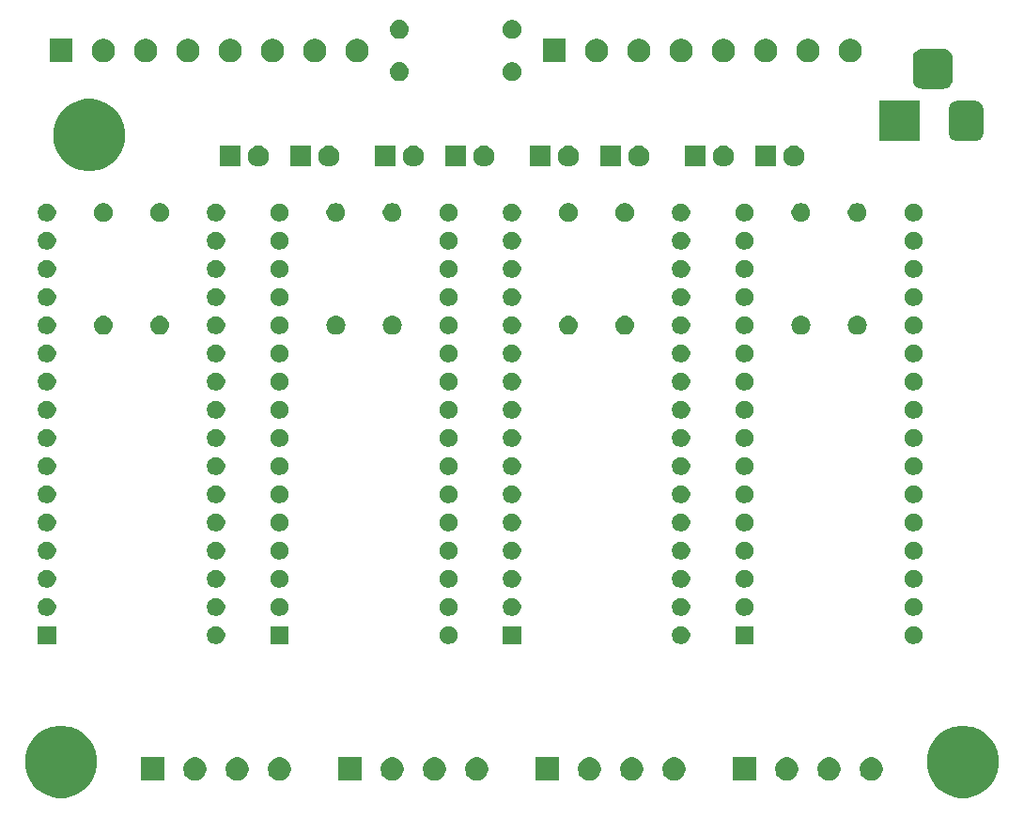
<source format=gbr>
G04 #@! TF.GenerationSoftware,KiCad,Pcbnew,(5.1.4-0-10_14)*
G04 #@! TF.CreationDate,2021-10-12T10:54:55-04:00*
G04 #@! TF.ProjectId,doublemagfixture,646f7562-6c65-46d6-9167-666978747572,rev?*
G04 #@! TF.SameCoordinates,Original*
G04 #@! TF.FileFunction,Soldermask,Bot*
G04 #@! TF.FilePolarity,Negative*
%FSLAX46Y46*%
G04 Gerber Fmt 4.6, Leading zero omitted, Abs format (unit mm)*
G04 Created by KiCad (PCBNEW (5.1.4-0-10_14)) date 2021-10-12 10:54:55*
%MOMM*%
%LPD*%
G04 APERTURE LIST*
%ADD10C,0.100000*%
G04 APERTURE END LIST*
D10*
G36*
X86994239Y-67296467D02*
G01*
X87308282Y-67358934D01*
X87899926Y-67604001D01*
X88432392Y-67959784D01*
X88885216Y-68412608D01*
X89240999Y-68945074D01*
X89486066Y-69536718D01*
X89486066Y-69536719D01*
X89599978Y-70109390D01*
X89611000Y-70164804D01*
X89611000Y-70805196D01*
X89486066Y-71433282D01*
X89240999Y-72024926D01*
X88885216Y-72557392D01*
X88432392Y-73010216D01*
X87899926Y-73365999D01*
X87308282Y-73611066D01*
X86994239Y-73673533D01*
X86680197Y-73736000D01*
X86039803Y-73736000D01*
X85725761Y-73673533D01*
X85411718Y-73611066D01*
X84820074Y-73365999D01*
X84287608Y-73010216D01*
X83834784Y-72557392D01*
X83479001Y-72024926D01*
X83233934Y-71433282D01*
X83109000Y-70805196D01*
X83109000Y-70164804D01*
X83120023Y-70109390D01*
X83233934Y-69536719D01*
X83233934Y-69536718D01*
X83479001Y-68945074D01*
X83834784Y-68412608D01*
X84287608Y-67959784D01*
X84820074Y-67604001D01*
X85411718Y-67358934D01*
X85725761Y-67296467D01*
X86039803Y-67234000D01*
X86680197Y-67234000D01*
X86994239Y-67296467D01*
X86994239Y-67296467D01*
G37*
G36*
X5714239Y-67296467D02*
G01*
X6028282Y-67358934D01*
X6619926Y-67604001D01*
X7152392Y-67959784D01*
X7605216Y-68412608D01*
X7960999Y-68945074D01*
X8206066Y-69536718D01*
X8206066Y-69536719D01*
X8319978Y-70109390D01*
X8331000Y-70164804D01*
X8331000Y-70805196D01*
X8206066Y-71433282D01*
X7960999Y-72024926D01*
X7605216Y-72557392D01*
X7152392Y-73010216D01*
X6619926Y-73365999D01*
X6028282Y-73611066D01*
X5714239Y-73673533D01*
X5400197Y-73736000D01*
X4759803Y-73736000D01*
X4445761Y-73673533D01*
X4131718Y-73611066D01*
X3540074Y-73365999D01*
X3007608Y-73010216D01*
X2554784Y-72557392D01*
X2199001Y-72024926D01*
X1953934Y-71433282D01*
X1829000Y-70805196D01*
X1829000Y-70164804D01*
X1840023Y-70109390D01*
X1953934Y-69536719D01*
X1953934Y-69536718D01*
X2199001Y-68945074D01*
X2554784Y-68412608D01*
X3007608Y-67959784D01*
X3540074Y-67604001D01*
X4131718Y-67358934D01*
X4445761Y-67296467D01*
X4759803Y-67234000D01*
X5400197Y-67234000D01*
X5714239Y-67296467D01*
X5714239Y-67296467D01*
G37*
G36*
X70791564Y-70109389D02*
G01*
X70982833Y-70188615D01*
X70982835Y-70188616D01*
X71154973Y-70303635D01*
X71301365Y-70450027D01*
X71416385Y-70622167D01*
X71495611Y-70813436D01*
X71536000Y-71016484D01*
X71536000Y-71223516D01*
X71495611Y-71426564D01*
X71492828Y-71433282D01*
X71416384Y-71617835D01*
X71301365Y-71789973D01*
X71154973Y-71936365D01*
X70982835Y-72051384D01*
X70982834Y-72051385D01*
X70982833Y-72051385D01*
X70791564Y-72130611D01*
X70588516Y-72171000D01*
X70381484Y-72171000D01*
X70178436Y-72130611D01*
X69987167Y-72051385D01*
X69987166Y-72051385D01*
X69987165Y-72051384D01*
X69815027Y-71936365D01*
X69668635Y-71789973D01*
X69553616Y-71617835D01*
X69477172Y-71433282D01*
X69474389Y-71426564D01*
X69434000Y-71223516D01*
X69434000Y-71016484D01*
X69474389Y-70813436D01*
X69553615Y-70622167D01*
X69668635Y-70450027D01*
X69815027Y-70303635D01*
X69987165Y-70188616D01*
X69987167Y-70188615D01*
X70178436Y-70109389D01*
X70381484Y-70069000D01*
X70588516Y-70069000D01*
X70791564Y-70109389D01*
X70791564Y-70109389D01*
G37*
G36*
X67726000Y-72171000D02*
G01*
X65624000Y-72171000D01*
X65624000Y-70069000D01*
X67726000Y-70069000D01*
X67726000Y-72171000D01*
X67726000Y-72171000D01*
G37*
G36*
X60631564Y-70109389D02*
G01*
X60822833Y-70188615D01*
X60822835Y-70188616D01*
X60994973Y-70303635D01*
X61141365Y-70450027D01*
X61256385Y-70622167D01*
X61335611Y-70813436D01*
X61376000Y-71016484D01*
X61376000Y-71223516D01*
X61335611Y-71426564D01*
X61332828Y-71433282D01*
X61256384Y-71617835D01*
X61141365Y-71789973D01*
X60994973Y-71936365D01*
X60822835Y-72051384D01*
X60822834Y-72051385D01*
X60822833Y-72051385D01*
X60631564Y-72130611D01*
X60428516Y-72171000D01*
X60221484Y-72171000D01*
X60018436Y-72130611D01*
X59827167Y-72051385D01*
X59827166Y-72051385D01*
X59827165Y-72051384D01*
X59655027Y-71936365D01*
X59508635Y-71789973D01*
X59393616Y-71617835D01*
X59317172Y-71433282D01*
X59314389Y-71426564D01*
X59274000Y-71223516D01*
X59274000Y-71016484D01*
X59314389Y-70813436D01*
X59393615Y-70622167D01*
X59508635Y-70450027D01*
X59655027Y-70303635D01*
X59827165Y-70188616D01*
X59827167Y-70188615D01*
X60018436Y-70109389D01*
X60221484Y-70069000D01*
X60428516Y-70069000D01*
X60631564Y-70109389D01*
X60631564Y-70109389D01*
G37*
G36*
X56821564Y-70109389D02*
G01*
X57012833Y-70188615D01*
X57012835Y-70188616D01*
X57184973Y-70303635D01*
X57331365Y-70450027D01*
X57446385Y-70622167D01*
X57525611Y-70813436D01*
X57566000Y-71016484D01*
X57566000Y-71223516D01*
X57525611Y-71426564D01*
X57522828Y-71433282D01*
X57446384Y-71617835D01*
X57331365Y-71789973D01*
X57184973Y-71936365D01*
X57012835Y-72051384D01*
X57012834Y-72051385D01*
X57012833Y-72051385D01*
X56821564Y-72130611D01*
X56618516Y-72171000D01*
X56411484Y-72171000D01*
X56208436Y-72130611D01*
X56017167Y-72051385D01*
X56017166Y-72051385D01*
X56017165Y-72051384D01*
X55845027Y-71936365D01*
X55698635Y-71789973D01*
X55583616Y-71617835D01*
X55507172Y-71433282D01*
X55504389Y-71426564D01*
X55464000Y-71223516D01*
X55464000Y-71016484D01*
X55504389Y-70813436D01*
X55583615Y-70622167D01*
X55698635Y-70450027D01*
X55845027Y-70303635D01*
X56017165Y-70188616D01*
X56017167Y-70188615D01*
X56208436Y-70109389D01*
X56411484Y-70069000D01*
X56618516Y-70069000D01*
X56821564Y-70109389D01*
X56821564Y-70109389D01*
G37*
G36*
X53011564Y-70109389D02*
G01*
X53202833Y-70188615D01*
X53202835Y-70188616D01*
X53374973Y-70303635D01*
X53521365Y-70450027D01*
X53636385Y-70622167D01*
X53715611Y-70813436D01*
X53756000Y-71016484D01*
X53756000Y-71223516D01*
X53715611Y-71426564D01*
X53712828Y-71433282D01*
X53636384Y-71617835D01*
X53521365Y-71789973D01*
X53374973Y-71936365D01*
X53202835Y-72051384D01*
X53202834Y-72051385D01*
X53202833Y-72051385D01*
X53011564Y-72130611D01*
X52808516Y-72171000D01*
X52601484Y-72171000D01*
X52398436Y-72130611D01*
X52207167Y-72051385D01*
X52207166Y-72051385D01*
X52207165Y-72051384D01*
X52035027Y-71936365D01*
X51888635Y-71789973D01*
X51773616Y-71617835D01*
X51697172Y-71433282D01*
X51694389Y-71426564D01*
X51654000Y-71223516D01*
X51654000Y-71016484D01*
X51694389Y-70813436D01*
X51773615Y-70622167D01*
X51888635Y-70450027D01*
X52035027Y-70303635D01*
X52207165Y-70188616D01*
X52207167Y-70188615D01*
X52398436Y-70109389D01*
X52601484Y-70069000D01*
X52808516Y-70069000D01*
X53011564Y-70109389D01*
X53011564Y-70109389D01*
G37*
G36*
X49946000Y-72171000D02*
G01*
X47844000Y-72171000D01*
X47844000Y-70069000D01*
X49946000Y-70069000D01*
X49946000Y-72171000D01*
X49946000Y-72171000D01*
G37*
G36*
X42851564Y-70109389D02*
G01*
X43042833Y-70188615D01*
X43042835Y-70188616D01*
X43214973Y-70303635D01*
X43361365Y-70450027D01*
X43476385Y-70622167D01*
X43555611Y-70813436D01*
X43596000Y-71016484D01*
X43596000Y-71223516D01*
X43555611Y-71426564D01*
X43552828Y-71433282D01*
X43476384Y-71617835D01*
X43361365Y-71789973D01*
X43214973Y-71936365D01*
X43042835Y-72051384D01*
X43042834Y-72051385D01*
X43042833Y-72051385D01*
X42851564Y-72130611D01*
X42648516Y-72171000D01*
X42441484Y-72171000D01*
X42238436Y-72130611D01*
X42047167Y-72051385D01*
X42047166Y-72051385D01*
X42047165Y-72051384D01*
X41875027Y-71936365D01*
X41728635Y-71789973D01*
X41613616Y-71617835D01*
X41537172Y-71433282D01*
X41534389Y-71426564D01*
X41494000Y-71223516D01*
X41494000Y-71016484D01*
X41534389Y-70813436D01*
X41613615Y-70622167D01*
X41728635Y-70450027D01*
X41875027Y-70303635D01*
X42047165Y-70188616D01*
X42047167Y-70188615D01*
X42238436Y-70109389D01*
X42441484Y-70069000D01*
X42648516Y-70069000D01*
X42851564Y-70109389D01*
X42851564Y-70109389D01*
G37*
G36*
X39041564Y-70109389D02*
G01*
X39232833Y-70188615D01*
X39232835Y-70188616D01*
X39404973Y-70303635D01*
X39551365Y-70450027D01*
X39666385Y-70622167D01*
X39745611Y-70813436D01*
X39786000Y-71016484D01*
X39786000Y-71223516D01*
X39745611Y-71426564D01*
X39742828Y-71433282D01*
X39666384Y-71617835D01*
X39551365Y-71789973D01*
X39404973Y-71936365D01*
X39232835Y-72051384D01*
X39232834Y-72051385D01*
X39232833Y-72051385D01*
X39041564Y-72130611D01*
X38838516Y-72171000D01*
X38631484Y-72171000D01*
X38428436Y-72130611D01*
X38237167Y-72051385D01*
X38237166Y-72051385D01*
X38237165Y-72051384D01*
X38065027Y-71936365D01*
X37918635Y-71789973D01*
X37803616Y-71617835D01*
X37727172Y-71433282D01*
X37724389Y-71426564D01*
X37684000Y-71223516D01*
X37684000Y-71016484D01*
X37724389Y-70813436D01*
X37803615Y-70622167D01*
X37918635Y-70450027D01*
X38065027Y-70303635D01*
X38237165Y-70188616D01*
X38237167Y-70188615D01*
X38428436Y-70109389D01*
X38631484Y-70069000D01*
X38838516Y-70069000D01*
X39041564Y-70109389D01*
X39041564Y-70109389D01*
G37*
G36*
X35231564Y-70109389D02*
G01*
X35422833Y-70188615D01*
X35422835Y-70188616D01*
X35594973Y-70303635D01*
X35741365Y-70450027D01*
X35856385Y-70622167D01*
X35935611Y-70813436D01*
X35976000Y-71016484D01*
X35976000Y-71223516D01*
X35935611Y-71426564D01*
X35932828Y-71433282D01*
X35856384Y-71617835D01*
X35741365Y-71789973D01*
X35594973Y-71936365D01*
X35422835Y-72051384D01*
X35422834Y-72051385D01*
X35422833Y-72051385D01*
X35231564Y-72130611D01*
X35028516Y-72171000D01*
X34821484Y-72171000D01*
X34618436Y-72130611D01*
X34427167Y-72051385D01*
X34427166Y-72051385D01*
X34427165Y-72051384D01*
X34255027Y-71936365D01*
X34108635Y-71789973D01*
X33993616Y-71617835D01*
X33917172Y-71433282D01*
X33914389Y-71426564D01*
X33874000Y-71223516D01*
X33874000Y-71016484D01*
X33914389Y-70813436D01*
X33993615Y-70622167D01*
X34108635Y-70450027D01*
X34255027Y-70303635D01*
X34427165Y-70188616D01*
X34427167Y-70188615D01*
X34618436Y-70109389D01*
X34821484Y-70069000D01*
X35028516Y-70069000D01*
X35231564Y-70109389D01*
X35231564Y-70109389D01*
G37*
G36*
X32166000Y-72171000D02*
G01*
X30064000Y-72171000D01*
X30064000Y-70069000D01*
X32166000Y-70069000D01*
X32166000Y-72171000D01*
X32166000Y-72171000D01*
G37*
G36*
X25071564Y-70109389D02*
G01*
X25262833Y-70188615D01*
X25262835Y-70188616D01*
X25434973Y-70303635D01*
X25581365Y-70450027D01*
X25696385Y-70622167D01*
X25775611Y-70813436D01*
X25816000Y-71016484D01*
X25816000Y-71223516D01*
X25775611Y-71426564D01*
X25772828Y-71433282D01*
X25696384Y-71617835D01*
X25581365Y-71789973D01*
X25434973Y-71936365D01*
X25262835Y-72051384D01*
X25262834Y-72051385D01*
X25262833Y-72051385D01*
X25071564Y-72130611D01*
X24868516Y-72171000D01*
X24661484Y-72171000D01*
X24458436Y-72130611D01*
X24267167Y-72051385D01*
X24267166Y-72051385D01*
X24267165Y-72051384D01*
X24095027Y-71936365D01*
X23948635Y-71789973D01*
X23833616Y-71617835D01*
X23757172Y-71433282D01*
X23754389Y-71426564D01*
X23714000Y-71223516D01*
X23714000Y-71016484D01*
X23754389Y-70813436D01*
X23833615Y-70622167D01*
X23948635Y-70450027D01*
X24095027Y-70303635D01*
X24267165Y-70188616D01*
X24267167Y-70188615D01*
X24458436Y-70109389D01*
X24661484Y-70069000D01*
X24868516Y-70069000D01*
X25071564Y-70109389D01*
X25071564Y-70109389D01*
G37*
G36*
X21261564Y-70109389D02*
G01*
X21452833Y-70188615D01*
X21452835Y-70188616D01*
X21624973Y-70303635D01*
X21771365Y-70450027D01*
X21886385Y-70622167D01*
X21965611Y-70813436D01*
X22006000Y-71016484D01*
X22006000Y-71223516D01*
X21965611Y-71426564D01*
X21962828Y-71433282D01*
X21886384Y-71617835D01*
X21771365Y-71789973D01*
X21624973Y-71936365D01*
X21452835Y-72051384D01*
X21452834Y-72051385D01*
X21452833Y-72051385D01*
X21261564Y-72130611D01*
X21058516Y-72171000D01*
X20851484Y-72171000D01*
X20648436Y-72130611D01*
X20457167Y-72051385D01*
X20457166Y-72051385D01*
X20457165Y-72051384D01*
X20285027Y-71936365D01*
X20138635Y-71789973D01*
X20023616Y-71617835D01*
X19947172Y-71433282D01*
X19944389Y-71426564D01*
X19904000Y-71223516D01*
X19904000Y-71016484D01*
X19944389Y-70813436D01*
X20023615Y-70622167D01*
X20138635Y-70450027D01*
X20285027Y-70303635D01*
X20457165Y-70188616D01*
X20457167Y-70188615D01*
X20648436Y-70109389D01*
X20851484Y-70069000D01*
X21058516Y-70069000D01*
X21261564Y-70109389D01*
X21261564Y-70109389D01*
G37*
G36*
X17451564Y-70109389D02*
G01*
X17642833Y-70188615D01*
X17642835Y-70188616D01*
X17814973Y-70303635D01*
X17961365Y-70450027D01*
X18076385Y-70622167D01*
X18155611Y-70813436D01*
X18196000Y-71016484D01*
X18196000Y-71223516D01*
X18155611Y-71426564D01*
X18152828Y-71433282D01*
X18076384Y-71617835D01*
X17961365Y-71789973D01*
X17814973Y-71936365D01*
X17642835Y-72051384D01*
X17642834Y-72051385D01*
X17642833Y-72051385D01*
X17451564Y-72130611D01*
X17248516Y-72171000D01*
X17041484Y-72171000D01*
X16838436Y-72130611D01*
X16647167Y-72051385D01*
X16647166Y-72051385D01*
X16647165Y-72051384D01*
X16475027Y-71936365D01*
X16328635Y-71789973D01*
X16213616Y-71617835D01*
X16137172Y-71433282D01*
X16134389Y-71426564D01*
X16094000Y-71223516D01*
X16094000Y-71016484D01*
X16134389Y-70813436D01*
X16213615Y-70622167D01*
X16328635Y-70450027D01*
X16475027Y-70303635D01*
X16647165Y-70188616D01*
X16647167Y-70188615D01*
X16838436Y-70109389D01*
X17041484Y-70069000D01*
X17248516Y-70069000D01*
X17451564Y-70109389D01*
X17451564Y-70109389D01*
G37*
G36*
X14386000Y-72171000D02*
G01*
X12284000Y-72171000D01*
X12284000Y-70069000D01*
X14386000Y-70069000D01*
X14386000Y-72171000D01*
X14386000Y-72171000D01*
G37*
G36*
X78411564Y-70109389D02*
G01*
X78602833Y-70188615D01*
X78602835Y-70188616D01*
X78774973Y-70303635D01*
X78921365Y-70450027D01*
X79036385Y-70622167D01*
X79115611Y-70813436D01*
X79156000Y-71016484D01*
X79156000Y-71223516D01*
X79115611Y-71426564D01*
X79112828Y-71433282D01*
X79036384Y-71617835D01*
X78921365Y-71789973D01*
X78774973Y-71936365D01*
X78602835Y-72051384D01*
X78602834Y-72051385D01*
X78602833Y-72051385D01*
X78411564Y-72130611D01*
X78208516Y-72171000D01*
X78001484Y-72171000D01*
X77798436Y-72130611D01*
X77607167Y-72051385D01*
X77607166Y-72051385D01*
X77607165Y-72051384D01*
X77435027Y-71936365D01*
X77288635Y-71789973D01*
X77173616Y-71617835D01*
X77097172Y-71433282D01*
X77094389Y-71426564D01*
X77054000Y-71223516D01*
X77054000Y-71016484D01*
X77094389Y-70813436D01*
X77173615Y-70622167D01*
X77288635Y-70450027D01*
X77435027Y-70303635D01*
X77607165Y-70188616D01*
X77607167Y-70188615D01*
X77798436Y-70109389D01*
X78001484Y-70069000D01*
X78208516Y-70069000D01*
X78411564Y-70109389D01*
X78411564Y-70109389D01*
G37*
G36*
X74601564Y-70109389D02*
G01*
X74792833Y-70188615D01*
X74792835Y-70188616D01*
X74964973Y-70303635D01*
X75111365Y-70450027D01*
X75226385Y-70622167D01*
X75305611Y-70813436D01*
X75346000Y-71016484D01*
X75346000Y-71223516D01*
X75305611Y-71426564D01*
X75302828Y-71433282D01*
X75226384Y-71617835D01*
X75111365Y-71789973D01*
X74964973Y-71936365D01*
X74792835Y-72051384D01*
X74792834Y-72051385D01*
X74792833Y-72051385D01*
X74601564Y-72130611D01*
X74398516Y-72171000D01*
X74191484Y-72171000D01*
X73988436Y-72130611D01*
X73797167Y-72051385D01*
X73797166Y-72051385D01*
X73797165Y-72051384D01*
X73625027Y-71936365D01*
X73478635Y-71789973D01*
X73363616Y-71617835D01*
X73287172Y-71433282D01*
X73284389Y-71426564D01*
X73244000Y-71223516D01*
X73244000Y-71016484D01*
X73284389Y-70813436D01*
X73363615Y-70622167D01*
X73478635Y-70450027D01*
X73625027Y-70303635D01*
X73797165Y-70188616D01*
X73797167Y-70188615D01*
X73988436Y-70109389D01*
X74191484Y-70069000D01*
X74398516Y-70069000D01*
X74601564Y-70109389D01*
X74601564Y-70109389D01*
G37*
G36*
X4623000Y-59868000D02*
G01*
X2997000Y-59868000D01*
X2997000Y-58242000D01*
X4623000Y-58242000D01*
X4623000Y-59868000D01*
X4623000Y-59868000D01*
G37*
G36*
X82152142Y-58273242D02*
G01*
X82300101Y-58334529D01*
X82433255Y-58423499D01*
X82546501Y-58536745D01*
X82635471Y-58669899D01*
X82696758Y-58817858D01*
X82728000Y-58974925D01*
X82728000Y-59135075D01*
X82696758Y-59292142D01*
X82635471Y-59440101D01*
X82546501Y-59573255D01*
X82433255Y-59686501D01*
X82300101Y-59775471D01*
X82152142Y-59836758D01*
X81995075Y-59868000D01*
X81834925Y-59868000D01*
X81677858Y-59836758D01*
X81529899Y-59775471D01*
X81396745Y-59686501D01*
X81283499Y-59573255D01*
X81194529Y-59440101D01*
X81133242Y-59292142D01*
X81102000Y-59135075D01*
X81102000Y-58974925D01*
X81133242Y-58817858D01*
X81194529Y-58669899D01*
X81283499Y-58536745D01*
X81396745Y-58423499D01*
X81529899Y-58334529D01*
X81677858Y-58273242D01*
X81834925Y-58242000D01*
X81995075Y-58242000D01*
X82152142Y-58273242D01*
X82152142Y-58273242D01*
G37*
G36*
X25578000Y-59868000D02*
G01*
X23952000Y-59868000D01*
X23952000Y-58242000D01*
X25578000Y-58242000D01*
X25578000Y-59868000D01*
X25578000Y-59868000D01*
G37*
G36*
X19287142Y-58273242D02*
G01*
X19435101Y-58334529D01*
X19568255Y-58423499D01*
X19681501Y-58536745D01*
X19770471Y-58669899D01*
X19831758Y-58817858D01*
X19863000Y-58974925D01*
X19863000Y-59135075D01*
X19831758Y-59292142D01*
X19770471Y-59440101D01*
X19681501Y-59573255D01*
X19568255Y-59686501D01*
X19435101Y-59775471D01*
X19287142Y-59836758D01*
X19130075Y-59868000D01*
X18969925Y-59868000D01*
X18812858Y-59836758D01*
X18664899Y-59775471D01*
X18531745Y-59686501D01*
X18418499Y-59573255D01*
X18329529Y-59440101D01*
X18268242Y-59292142D01*
X18237000Y-59135075D01*
X18237000Y-58974925D01*
X18268242Y-58817858D01*
X18329529Y-58669899D01*
X18418499Y-58536745D01*
X18531745Y-58423499D01*
X18664899Y-58334529D01*
X18812858Y-58273242D01*
X18969925Y-58242000D01*
X19130075Y-58242000D01*
X19287142Y-58273242D01*
X19287142Y-58273242D01*
G37*
G36*
X67488000Y-59868000D02*
G01*
X65862000Y-59868000D01*
X65862000Y-58242000D01*
X67488000Y-58242000D01*
X67488000Y-59868000D01*
X67488000Y-59868000D01*
G37*
G36*
X61197142Y-58273242D02*
G01*
X61345101Y-58334529D01*
X61478255Y-58423499D01*
X61591501Y-58536745D01*
X61680471Y-58669899D01*
X61741758Y-58817858D01*
X61773000Y-58974925D01*
X61773000Y-59135075D01*
X61741758Y-59292142D01*
X61680471Y-59440101D01*
X61591501Y-59573255D01*
X61478255Y-59686501D01*
X61345101Y-59775471D01*
X61197142Y-59836758D01*
X61040075Y-59868000D01*
X60879925Y-59868000D01*
X60722858Y-59836758D01*
X60574899Y-59775471D01*
X60441745Y-59686501D01*
X60328499Y-59573255D01*
X60239529Y-59440101D01*
X60178242Y-59292142D01*
X60147000Y-59135075D01*
X60147000Y-58974925D01*
X60178242Y-58817858D01*
X60239529Y-58669899D01*
X60328499Y-58536745D01*
X60441745Y-58423499D01*
X60574899Y-58334529D01*
X60722858Y-58273242D01*
X60879925Y-58242000D01*
X61040075Y-58242000D01*
X61197142Y-58273242D01*
X61197142Y-58273242D01*
G37*
G36*
X40242142Y-58273242D02*
G01*
X40390101Y-58334529D01*
X40523255Y-58423499D01*
X40636501Y-58536745D01*
X40725471Y-58669899D01*
X40786758Y-58817858D01*
X40818000Y-58974925D01*
X40818000Y-59135075D01*
X40786758Y-59292142D01*
X40725471Y-59440101D01*
X40636501Y-59573255D01*
X40523255Y-59686501D01*
X40390101Y-59775471D01*
X40242142Y-59836758D01*
X40085075Y-59868000D01*
X39924925Y-59868000D01*
X39767858Y-59836758D01*
X39619899Y-59775471D01*
X39486745Y-59686501D01*
X39373499Y-59573255D01*
X39284529Y-59440101D01*
X39223242Y-59292142D01*
X39192000Y-59135075D01*
X39192000Y-58974925D01*
X39223242Y-58817858D01*
X39284529Y-58669899D01*
X39373499Y-58536745D01*
X39486745Y-58423499D01*
X39619899Y-58334529D01*
X39767858Y-58273242D01*
X39924925Y-58242000D01*
X40085075Y-58242000D01*
X40242142Y-58273242D01*
X40242142Y-58273242D01*
G37*
G36*
X46533000Y-59868000D02*
G01*
X44907000Y-59868000D01*
X44907000Y-58242000D01*
X46533000Y-58242000D01*
X46533000Y-59868000D01*
X46533000Y-59868000D01*
G37*
G36*
X82152142Y-55733242D02*
G01*
X82300101Y-55794529D01*
X82433255Y-55883499D01*
X82546501Y-55996745D01*
X82635471Y-56129899D01*
X82696758Y-56277858D01*
X82728000Y-56434925D01*
X82728000Y-56595075D01*
X82696758Y-56752142D01*
X82635471Y-56900101D01*
X82546501Y-57033255D01*
X82433255Y-57146501D01*
X82300101Y-57235471D01*
X82152142Y-57296758D01*
X81995075Y-57328000D01*
X81834925Y-57328000D01*
X81677858Y-57296758D01*
X81529899Y-57235471D01*
X81396745Y-57146501D01*
X81283499Y-57033255D01*
X81194529Y-56900101D01*
X81133242Y-56752142D01*
X81102000Y-56595075D01*
X81102000Y-56434925D01*
X81133242Y-56277858D01*
X81194529Y-56129899D01*
X81283499Y-55996745D01*
X81396745Y-55883499D01*
X81529899Y-55794529D01*
X81677858Y-55733242D01*
X81834925Y-55702000D01*
X81995075Y-55702000D01*
X82152142Y-55733242D01*
X82152142Y-55733242D01*
G37*
G36*
X66912142Y-55733242D02*
G01*
X67060101Y-55794529D01*
X67193255Y-55883499D01*
X67306501Y-55996745D01*
X67395471Y-56129899D01*
X67456758Y-56277858D01*
X67488000Y-56434925D01*
X67488000Y-56595075D01*
X67456758Y-56752142D01*
X67395471Y-56900101D01*
X67306501Y-57033255D01*
X67193255Y-57146501D01*
X67060101Y-57235471D01*
X66912142Y-57296758D01*
X66755075Y-57328000D01*
X66594925Y-57328000D01*
X66437858Y-57296758D01*
X66289899Y-57235471D01*
X66156745Y-57146501D01*
X66043499Y-57033255D01*
X65954529Y-56900101D01*
X65893242Y-56752142D01*
X65862000Y-56595075D01*
X65862000Y-56434925D01*
X65893242Y-56277858D01*
X65954529Y-56129899D01*
X66043499Y-55996745D01*
X66156745Y-55883499D01*
X66289899Y-55794529D01*
X66437858Y-55733242D01*
X66594925Y-55702000D01*
X66755075Y-55702000D01*
X66912142Y-55733242D01*
X66912142Y-55733242D01*
G37*
G36*
X61197142Y-55733242D02*
G01*
X61345101Y-55794529D01*
X61478255Y-55883499D01*
X61591501Y-55996745D01*
X61680471Y-56129899D01*
X61741758Y-56277858D01*
X61773000Y-56434925D01*
X61773000Y-56595075D01*
X61741758Y-56752142D01*
X61680471Y-56900101D01*
X61591501Y-57033255D01*
X61478255Y-57146501D01*
X61345101Y-57235471D01*
X61197142Y-57296758D01*
X61040075Y-57328000D01*
X60879925Y-57328000D01*
X60722858Y-57296758D01*
X60574899Y-57235471D01*
X60441745Y-57146501D01*
X60328499Y-57033255D01*
X60239529Y-56900101D01*
X60178242Y-56752142D01*
X60147000Y-56595075D01*
X60147000Y-56434925D01*
X60178242Y-56277858D01*
X60239529Y-56129899D01*
X60328499Y-55996745D01*
X60441745Y-55883499D01*
X60574899Y-55794529D01*
X60722858Y-55733242D01*
X60879925Y-55702000D01*
X61040075Y-55702000D01*
X61197142Y-55733242D01*
X61197142Y-55733242D01*
G37*
G36*
X45957142Y-55733242D02*
G01*
X46105101Y-55794529D01*
X46238255Y-55883499D01*
X46351501Y-55996745D01*
X46440471Y-56129899D01*
X46501758Y-56277858D01*
X46533000Y-56434925D01*
X46533000Y-56595075D01*
X46501758Y-56752142D01*
X46440471Y-56900101D01*
X46351501Y-57033255D01*
X46238255Y-57146501D01*
X46105101Y-57235471D01*
X45957142Y-57296758D01*
X45800075Y-57328000D01*
X45639925Y-57328000D01*
X45482858Y-57296758D01*
X45334899Y-57235471D01*
X45201745Y-57146501D01*
X45088499Y-57033255D01*
X44999529Y-56900101D01*
X44938242Y-56752142D01*
X44907000Y-56595075D01*
X44907000Y-56434925D01*
X44938242Y-56277858D01*
X44999529Y-56129899D01*
X45088499Y-55996745D01*
X45201745Y-55883499D01*
X45334899Y-55794529D01*
X45482858Y-55733242D01*
X45639925Y-55702000D01*
X45800075Y-55702000D01*
X45957142Y-55733242D01*
X45957142Y-55733242D01*
G37*
G36*
X40242142Y-55733242D02*
G01*
X40390101Y-55794529D01*
X40523255Y-55883499D01*
X40636501Y-55996745D01*
X40725471Y-56129899D01*
X40786758Y-56277858D01*
X40818000Y-56434925D01*
X40818000Y-56595075D01*
X40786758Y-56752142D01*
X40725471Y-56900101D01*
X40636501Y-57033255D01*
X40523255Y-57146501D01*
X40390101Y-57235471D01*
X40242142Y-57296758D01*
X40085075Y-57328000D01*
X39924925Y-57328000D01*
X39767858Y-57296758D01*
X39619899Y-57235471D01*
X39486745Y-57146501D01*
X39373499Y-57033255D01*
X39284529Y-56900101D01*
X39223242Y-56752142D01*
X39192000Y-56595075D01*
X39192000Y-56434925D01*
X39223242Y-56277858D01*
X39284529Y-56129899D01*
X39373499Y-55996745D01*
X39486745Y-55883499D01*
X39619899Y-55794529D01*
X39767858Y-55733242D01*
X39924925Y-55702000D01*
X40085075Y-55702000D01*
X40242142Y-55733242D01*
X40242142Y-55733242D01*
G37*
G36*
X25002142Y-55733242D02*
G01*
X25150101Y-55794529D01*
X25283255Y-55883499D01*
X25396501Y-55996745D01*
X25485471Y-56129899D01*
X25546758Y-56277858D01*
X25578000Y-56434925D01*
X25578000Y-56595075D01*
X25546758Y-56752142D01*
X25485471Y-56900101D01*
X25396501Y-57033255D01*
X25283255Y-57146501D01*
X25150101Y-57235471D01*
X25002142Y-57296758D01*
X24845075Y-57328000D01*
X24684925Y-57328000D01*
X24527858Y-57296758D01*
X24379899Y-57235471D01*
X24246745Y-57146501D01*
X24133499Y-57033255D01*
X24044529Y-56900101D01*
X23983242Y-56752142D01*
X23952000Y-56595075D01*
X23952000Y-56434925D01*
X23983242Y-56277858D01*
X24044529Y-56129899D01*
X24133499Y-55996745D01*
X24246745Y-55883499D01*
X24379899Y-55794529D01*
X24527858Y-55733242D01*
X24684925Y-55702000D01*
X24845075Y-55702000D01*
X25002142Y-55733242D01*
X25002142Y-55733242D01*
G37*
G36*
X19287142Y-55733242D02*
G01*
X19435101Y-55794529D01*
X19568255Y-55883499D01*
X19681501Y-55996745D01*
X19770471Y-56129899D01*
X19831758Y-56277858D01*
X19863000Y-56434925D01*
X19863000Y-56595075D01*
X19831758Y-56752142D01*
X19770471Y-56900101D01*
X19681501Y-57033255D01*
X19568255Y-57146501D01*
X19435101Y-57235471D01*
X19287142Y-57296758D01*
X19130075Y-57328000D01*
X18969925Y-57328000D01*
X18812858Y-57296758D01*
X18664899Y-57235471D01*
X18531745Y-57146501D01*
X18418499Y-57033255D01*
X18329529Y-56900101D01*
X18268242Y-56752142D01*
X18237000Y-56595075D01*
X18237000Y-56434925D01*
X18268242Y-56277858D01*
X18329529Y-56129899D01*
X18418499Y-55996745D01*
X18531745Y-55883499D01*
X18664899Y-55794529D01*
X18812858Y-55733242D01*
X18969925Y-55702000D01*
X19130075Y-55702000D01*
X19287142Y-55733242D01*
X19287142Y-55733242D01*
G37*
G36*
X4047142Y-55733242D02*
G01*
X4195101Y-55794529D01*
X4328255Y-55883499D01*
X4441501Y-55996745D01*
X4530471Y-56129899D01*
X4591758Y-56277858D01*
X4623000Y-56434925D01*
X4623000Y-56595075D01*
X4591758Y-56752142D01*
X4530471Y-56900101D01*
X4441501Y-57033255D01*
X4328255Y-57146501D01*
X4195101Y-57235471D01*
X4047142Y-57296758D01*
X3890075Y-57328000D01*
X3729925Y-57328000D01*
X3572858Y-57296758D01*
X3424899Y-57235471D01*
X3291745Y-57146501D01*
X3178499Y-57033255D01*
X3089529Y-56900101D01*
X3028242Y-56752142D01*
X2997000Y-56595075D01*
X2997000Y-56434925D01*
X3028242Y-56277858D01*
X3089529Y-56129899D01*
X3178499Y-55996745D01*
X3291745Y-55883499D01*
X3424899Y-55794529D01*
X3572858Y-55733242D01*
X3729925Y-55702000D01*
X3890075Y-55702000D01*
X4047142Y-55733242D01*
X4047142Y-55733242D01*
G37*
G36*
X25002142Y-53193242D02*
G01*
X25150101Y-53254529D01*
X25283255Y-53343499D01*
X25396501Y-53456745D01*
X25485471Y-53589899D01*
X25546758Y-53737858D01*
X25578000Y-53894925D01*
X25578000Y-54055075D01*
X25546758Y-54212142D01*
X25485471Y-54360101D01*
X25396501Y-54493255D01*
X25283255Y-54606501D01*
X25150101Y-54695471D01*
X25002142Y-54756758D01*
X24845075Y-54788000D01*
X24684925Y-54788000D01*
X24527858Y-54756758D01*
X24379899Y-54695471D01*
X24246745Y-54606501D01*
X24133499Y-54493255D01*
X24044529Y-54360101D01*
X23983242Y-54212142D01*
X23952000Y-54055075D01*
X23952000Y-53894925D01*
X23983242Y-53737858D01*
X24044529Y-53589899D01*
X24133499Y-53456745D01*
X24246745Y-53343499D01*
X24379899Y-53254529D01*
X24527858Y-53193242D01*
X24684925Y-53162000D01*
X24845075Y-53162000D01*
X25002142Y-53193242D01*
X25002142Y-53193242D01*
G37*
G36*
X19287142Y-53193242D02*
G01*
X19435101Y-53254529D01*
X19568255Y-53343499D01*
X19681501Y-53456745D01*
X19770471Y-53589899D01*
X19831758Y-53737858D01*
X19863000Y-53894925D01*
X19863000Y-54055075D01*
X19831758Y-54212142D01*
X19770471Y-54360101D01*
X19681501Y-54493255D01*
X19568255Y-54606501D01*
X19435101Y-54695471D01*
X19287142Y-54756758D01*
X19130075Y-54788000D01*
X18969925Y-54788000D01*
X18812858Y-54756758D01*
X18664899Y-54695471D01*
X18531745Y-54606501D01*
X18418499Y-54493255D01*
X18329529Y-54360101D01*
X18268242Y-54212142D01*
X18237000Y-54055075D01*
X18237000Y-53894925D01*
X18268242Y-53737858D01*
X18329529Y-53589899D01*
X18418499Y-53456745D01*
X18531745Y-53343499D01*
X18664899Y-53254529D01*
X18812858Y-53193242D01*
X18969925Y-53162000D01*
X19130075Y-53162000D01*
X19287142Y-53193242D01*
X19287142Y-53193242D01*
G37*
G36*
X4047142Y-53193242D02*
G01*
X4195101Y-53254529D01*
X4328255Y-53343499D01*
X4441501Y-53456745D01*
X4530471Y-53589899D01*
X4591758Y-53737858D01*
X4623000Y-53894925D01*
X4623000Y-54055075D01*
X4591758Y-54212142D01*
X4530471Y-54360101D01*
X4441501Y-54493255D01*
X4328255Y-54606501D01*
X4195101Y-54695471D01*
X4047142Y-54756758D01*
X3890075Y-54788000D01*
X3729925Y-54788000D01*
X3572858Y-54756758D01*
X3424899Y-54695471D01*
X3291745Y-54606501D01*
X3178499Y-54493255D01*
X3089529Y-54360101D01*
X3028242Y-54212142D01*
X2997000Y-54055075D01*
X2997000Y-53894925D01*
X3028242Y-53737858D01*
X3089529Y-53589899D01*
X3178499Y-53456745D01*
X3291745Y-53343499D01*
X3424899Y-53254529D01*
X3572858Y-53193242D01*
X3729925Y-53162000D01*
X3890075Y-53162000D01*
X4047142Y-53193242D01*
X4047142Y-53193242D01*
G37*
G36*
X40242142Y-53193242D02*
G01*
X40390101Y-53254529D01*
X40523255Y-53343499D01*
X40636501Y-53456745D01*
X40725471Y-53589899D01*
X40786758Y-53737858D01*
X40818000Y-53894925D01*
X40818000Y-54055075D01*
X40786758Y-54212142D01*
X40725471Y-54360101D01*
X40636501Y-54493255D01*
X40523255Y-54606501D01*
X40390101Y-54695471D01*
X40242142Y-54756758D01*
X40085075Y-54788000D01*
X39924925Y-54788000D01*
X39767858Y-54756758D01*
X39619899Y-54695471D01*
X39486745Y-54606501D01*
X39373499Y-54493255D01*
X39284529Y-54360101D01*
X39223242Y-54212142D01*
X39192000Y-54055075D01*
X39192000Y-53894925D01*
X39223242Y-53737858D01*
X39284529Y-53589899D01*
X39373499Y-53456745D01*
X39486745Y-53343499D01*
X39619899Y-53254529D01*
X39767858Y-53193242D01*
X39924925Y-53162000D01*
X40085075Y-53162000D01*
X40242142Y-53193242D01*
X40242142Y-53193242D01*
G37*
G36*
X61197142Y-53193242D02*
G01*
X61345101Y-53254529D01*
X61478255Y-53343499D01*
X61591501Y-53456745D01*
X61680471Y-53589899D01*
X61741758Y-53737858D01*
X61773000Y-53894925D01*
X61773000Y-54055075D01*
X61741758Y-54212142D01*
X61680471Y-54360101D01*
X61591501Y-54493255D01*
X61478255Y-54606501D01*
X61345101Y-54695471D01*
X61197142Y-54756758D01*
X61040075Y-54788000D01*
X60879925Y-54788000D01*
X60722858Y-54756758D01*
X60574899Y-54695471D01*
X60441745Y-54606501D01*
X60328499Y-54493255D01*
X60239529Y-54360101D01*
X60178242Y-54212142D01*
X60147000Y-54055075D01*
X60147000Y-53894925D01*
X60178242Y-53737858D01*
X60239529Y-53589899D01*
X60328499Y-53456745D01*
X60441745Y-53343499D01*
X60574899Y-53254529D01*
X60722858Y-53193242D01*
X60879925Y-53162000D01*
X61040075Y-53162000D01*
X61197142Y-53193242D01*
X61197142Y-53193242D01*
G37*
G36*
X82152142Y-53193242D02*
G01*
X82300101Y-53254529D01*
X82433255Y-53343499D01*
X82546501Y-53456745D01*
X82635471Y-53589899D01*
X82696758Y-53737858D01*
X82728000Y-53894925D01*
X82728000Y-54055075D01*
X82696758Y-54212142D01*
X82635471Y-54360101D01*
X82546501Y-54493255D01*
X82433255Y-54606501D01*
X82300101Y-54695471D01*
X82152142Y-54756758D01*
X81995075Y-54788000D01*
X81834925Y-54788000D01*
X81677858Y-54756758D01*
X81529899Y-54695471D01*
X81396745Y-54606501D01*
X81283499Y-54493255D01*
X81194529Y-54360101D01*
X81133242Y-54212142D01*
X81102000Y-54055075D01*
X81102000Y-53894925D01*
X81133242Y-53737858D01*
X81194529Y-53589899D01*
X81283499Y-53456745D01*
X81396745Y-53343499D01*
X81529899Y-53254529D01*
X81677858Y-53193242D01*
X81834925Y-53162000D01*
X81995075Y-53162000D01*
X82152142Y-53193242D01*
X82152142Y-53193242D01*
G37*
G36*
X45957142Y-53193242D02*
G01*
X46105101Y-53254529D01*
X46238255Y-53343499D01*
X46351501Y-53456745D01*
X46440471Y-53589899D01*
X46501758Y-53737858D01*
X46533000Y-53894925D01*
X46533000Y-54055075D01*
X46501758Y-54212142D01*
X46440471Y-54360101D01*
X46351501Y-54493255D01*
X46238255Y-54606501D01*
X46105101Y-54695471D01*
X45957142Y-54756758D01*
X45800075Y-54788000D01*
X45639925Y-54788000D01*
X45482858Y-54756758D01*
X45334899Y-54695471D01*
X45201745Y-54606501D01*
X45088499Y-54493255D01*
X44999529Y-54360101D01*
X44938242Y-54212142D01*
X44907000Y-54055075D01*
X44907000Y-53894925D01*
X44938242Y-53737858D01*
X44999529Y-53589899D01*
X45088499Y-53456745D01*
X45201745Y-53343499D01*
X45334899Y-53254529D01*
X45482858Y-53193242D01*
X45639925Y-53162000D01*
X45800075Y-53162000D01*
X45957142Y-53193242D01*
X45957142Y-53193242D01*
G37*
G36*
X66912142Y-53193242D02*
G01*
X67060101Y-53254529D01*
X67193255Y-53343499D01*
X67306501Y-53456745D01*
X67395471Y-53589899D01*
X67456758Y-53737858D01*
X67488000Y-53894925D01*
X67488000Y-54055075D01*
X67456758Y-54212142D01*
X67395471Y-54360101D01*
X67306501Y-54493255D01*
X67193255Y-54606501D01*
X67060101Y-54695471D01*
X66912142Y-54756758D01*
X66755075Y-54788000D01*
X66594925Y-54788000D01*
X66437858Y-54756758D01*
X66289899Y-54695471D01*
X66156745Y-54606501D01*
X66043499Y-54493255D01*
X65954529Y-54360101D01*
X65893242Y-54212142D01*
X65862000Y-54055075D01*
X65862000Y-53894925D01*
X65893242Y-53737858D01*
X65954529Y-53589899D01*
X66043499Y-53456745D01*
X66156745Y-53343499D01*
X66289899Y-53254529D01*
X66437858Y-53193242D01*
X66594925Y-53162000D01*
X66755075Y-53162000D01*
X66912142Y-53193242D01*
X66912142Y-53193242D01*
G37*
G36*
X82152142Y-50653242D02*
G01*
X82300101Y-50714529D01*
X82433255Y-50803499D01*
X82546501Y-50916745D01*
X82635471Y-51049899D01*
X82696758Y-51197858D01*
X82728000Y-51354925D01*
X82728000Y-51515075D01*
X82696758Y-51672142D01*
X82635471Y-51820101D01*
X82546501Y-51953255D01*
X82433255Y-52066501D01*
X82300101Y-52155471D01*
X82152142Y-52216758D01*
X81995075Y-52248000D01*
X81834925Y-52248000D01*
X81677858Y-52216758D01*
X81529899Y-52155471D01*
X81396745Y-52066501D01*
X81283499Y-51953255D01*
X81194529Y-51820101D01*
X81133242Y-51672142D01*
X81102000Y-51515075D01*
X81102000Y-51354925D01*
X81133242Y-51197858D01*
X81194529Y-51049899D01*
X81283499Y-50916745D01*
X81396745Y-50803499D01*
X81529899Y-50714529D01*
X81677858Y-50653242D01*
X81834925Y-50622000D01*
X81995075Y-50622000D01*
X82152142Y-50653242D01*
X82152142Y-50653242D01*
G37*
G36*
X4047142Y-50653242D02*
G01*
X4195101Y-50714529D01*
X4328255Y-50803499D01*
X4441501Y-50916745D01*
X4530471Y-51049899D01*
X4591758Y-51197858D01*
X4623000Y-51354925D01*
X4623000Y-51515075D01*
X4591758Y-51672142D01*
X4530471Y-51820101D01*
X4441501Y-51953255D01*
X4328255Y-52066501D01*
X4195101Y-52155471D01*
X4047142Y-52216758D01*
X3890075Y-52248000D01*
X3729925Y-52248000D01*
X3572858Y-52216758D01*
X3424899Y-52155471D01*
X3291745Y-52066501D01*
X3178499Y-51953255D01*
X3089529Y-51820101D01*
X3028242Y-51672142D01*
X2997000Y-51515075D01*
X2997000Y-51354925D01*
X3028242Y-51197858D01*
X3089529Y-51049899D01*
X3178499Y-50916745D01*
X3291745Y-50803499D01*
X3424899Y-50714529D01*
X3572858Y-50653242D01*
X3729925Y-50622000D01*
X3890075Y-50622000D01*
X4047142Y-50653242D01*
X4047142Y-50653242D01*
G37*
G36*
X19287142Y-50653242D02*
G01*
X19435101Y-50714529D01*
X19568255Y-50803499D01*
X19681501Y-50916745D01*
X19770471Y-51049899D01*
X19831758Y-51197858D01*
X19863000Y-51354925D01*
X19863000Y-51515075D01*
X19831758Y-51672142D01*
X19770471Y-51820101D01*
X19681501Y-51953255D01*
X19568255Y-52066501D01*
X19435101Y-52155471D01*
X19287142Y-52216758D01*
X19130075Y-52248000D01*
X18969925Y-52248000D01*
X18812858Y-52216758D01*
X18664899Y-52155471D01*
X18531745Y-52066501D01*
X18418499Y-51953255D01*
X18329529Y-51820101D01*
X18268242Y-51672142D01*
X18237000Y-51515075D01*
X18237000Y-51354925D01*
X18268242Y-51197858D01*
X18329529Y-51049899D01*
X18418499Y-50916745D01*
X18531745Y-50803499D01*
X18664899Y-50714529D01*
X18812858Y-50653242D01*
X18969925Y-50622000D01*
X19130075Y-50622000D01*
X19287142Y-50653242D01*
X19287142Y-50653242D01*
G37*
G36*
X25002142Y-50653242D02*
G01*
X25150101Y-50714529D01*
X25283255Y-50803499D01*
X25396501Y-50916745D01*
X25485471Y-51049899D01*
X25546758Y-51197858D01*
X25578000Y-51354925D01*
X25578000Y-51515075D01*
X25546758Y-51672142D01*
X25485471Y-51820101D01*
X25396501Y-51953255D01*
X25283255Y-52066501D01*
X25150101Y-52155471D01*
X25002142Y-52216758D01*
X24845075Y-52248000D01*
X24684925Y-52248000D01*
X24527858Y-52216758D01*
X24379899Y-52155471D01*
X24246745Y-52066501D01*
X24133499Y-51953255D01*
X24044529Y-51820101D01*
X23983242Y-51672142D01*
X23952000Y-51515075D01*
X23952000Y-51354925D01*
X23983242Y-51197858D01*
X24044529Y-51049899D01*
X24133499Y-50916745D01*
X24246745Y-50803499D01*
X24379899Y-50714529D01*
X24527858Y-50653242D01*
X24684925Y-50622000D01*
X24845075Y-50622000D01*
X25002142Y-50653242D01*
X25002142Y-50653242D01*
G37*
G36*
X40242142Y-50653242D02*
G01*
X40390101Y-50714529D01*
X40523255Y-50803499D01*
X40636501Y-50916745D01*
X40725471Y-51049899D01*
X40786758Y-51197858D01*
X40818000Y-51354925D01*
X40818000Y-51515075D01*
X40786758Y-51672142D01*
X40725471Y-51820101D01*
X40636501Y-51953255D01*
X40523255Y-52066501D01*
X40390101Y-52155471D01*
X40242142Y-52216758D01*
X40085075Y-52248000D01*
X39924925Y-52248000D01*
X39767858Y-52216758D01*
X39619899Y-52155471D01*
X39486745Y-52066501D01*
X39373499Y-51953255D01*
X39284529Y-51820101D01*
X39223242Y-51672142D01*
X39192000Y-51515075D01*
X39192000Y-51354925D01*
X39223242Y-51197858D01*
X39284529Y-51049899D01*
X39373499Y-50916745D01*
X39486745Y-50803499D01*
X39619899Y-50714529D01*
X39767858Y-50653242D01*
X39924925Y-50622000D01*
X40085075Y-50622000D01*
X40242142Y-50653242D01*
X40242142Y-50653242D01*
G37*
G36*
X45957142Y-50653242D02*
G01*
X46105101Y-50714529D01*
X46238255Y-50803499D01*
X46351501Y-50916745D01*
X46440471Y-51049899D01*
X46501758Y-51197858D01*
X46533000Y-51354925D01*
X46533000Y-51515075D01*
X46501758Y-51672142D01*
X46440471Y-51820101D01*
X46351501Y-51953255D01*
X46238255Y-52066501D01*
X46105101Y-52155471D01*
X45957142Y-52216758D01*
X45800075Y-52248000D01*
X45639925Y-52248000D01*
X45482858Y-52216758D01*
X45334899Y-52155471D01*
X45201745Y-52066501D01*
X45088499Y-51953255D01*
X44999529Y-51820101D01*
X44938242Y-51672142D01*
X44907000Y-51515075D01*
X44907000Y-51354925D01*
X44938242Y-51197858D01*
X44999529Y-51049899D01*
X45088499Y-50916745D01*
X45201745Y-50803499D01*
X45334899Y-50714529D01*
X45482858Y-50653242D01*
X45639925Y-50622000D01*
X45800075Y-50622000D01*
X45957142Y-50653242D01*
X45957142Y-50653242D01*
G37*
G36*
X61197142Y-50653242D02*
G01*
X61345101Y-50714529D01*
X61478255Y-50803499D01*
X61591501Y-50916745D01*
X61680471Y-51049899D01*
X61741758Y-51197858D01*
X61773000Y-51354925D01*
X61773000Y-51515075D01*
X61741758Y-51672142D01*
X61680471Y-51820101D01*
X61591501Y-51953255D01*
X61478255Y-52066501D01*
X61345101Y-52155471D01*
X61197142Y-52216758D01*
X61040075Y-52248000D01*
X60879925Y-52248000D01*
X60722858Y-52216758D01*
X60574899Y-52155471D01*
X60441745Y-52066501D01*
X60328499Y-51953255D01*
X60239529Y-51820101D01*
X60178242Y-51672142D01*
X60147000Y-51515075D01*
X60147000Y-51354925D01*
X60178242Y-51197858D01*
X60239529Y-51049899D01*
X60328499Y-50916745D01*
X60441745Y-50803499D01*
X60574899Y-50714529D01*
X60722858Y-50653242D01*
X60879925Y-50622000D01*
X61040075Y-50622000D01*
X61197142Y-50653242D01*
X61197142Y-50653242D01*
G37*
G36*
X66912142Y-50653242D02*
G01*
X67060101Y-50714529D01*
X67193255Y-50803499D01*
X67306501Y-50916745D01*
X67395471Y-51049899D01*
X67456758Y-51197858D01*
X67488000Y-51354925D01*
X67488000Y-51515075D01*
X67456758Y-51672142D01*
X67395471Y-51820101D01*
X67306501Y-51953255D01*
X67193255Y-52066501D01*
X67060101Y-52155471D01*
X66912142Y-52216758D01*
X66755075Y-52248000D01*
X66594925Y-52248000D01*
X66437858Y-52216758D01*
X66289899Y-52155471D01*
X66156745Y-52066501D01*
X66043499Y-51953255D01*
X65954529Y-51820101D01*
X65893242Y-51672142D01*
X65862000Y-51515075D01*
X65862000Y-51354925D01*
X65893242Y-51197858D01*
X65954529Y-51049899D01*
X66043499Y-50916745D01*
X66156745Y-50803499D01*
X66289899Y-50714529D01*
X66437858Y-50653242D01*
X66594925Y-50622000D01*
X66755075Y-50622000D01*
X66912142Y-50653242D01*
X66912142Y-50653242D01*
G37*
G36*
X66912142Y-48113242D02*
G01*
X67060101Y-48174529D01*
X67193255Y-48263499D01*
X67306501Y-48376745D01*
X67395471Y-48509899D01*
X67456758Y-48657858D01*
X67488000Y-48814925D01*
X67488000Y-48975075D01*
X67456758Y-49132142D01*
X67395471Y-49280101D01*
X67306501Y-49413255D01*
X67193255Y-49526501D01*
X67060101Y-49615471D01*
X66912142Y-49676758D01*
X66755075Y-49708000D01*
X66594925Y-49708000D01*
X66437858Y-49676758D01*
X66289899Y-49615471D01*
X66156745Y-49526501D01*
X66043499Y-49413255D01*
X65954529Y-49280101D01*
X65893242Y-49132142D01*
X65862000Y-48975075D01*
X65862000Y-48814925D01*
X65893242Y-48657858D01*
X65954529Y-48509899D01*
X66043499Y-48376745D01*
X66156745Y-48263499D01*
X66289899Y-48174529D01*
X66437858Y-48113242D01*
X66594925Y-48082000D01*
X66755075Y-48082000D01*
X66912142Y-48113242D01*
X66912142Y-48113242D01*
G37*
G36*
X19287142Y-48113242D02*
G01*
X19435101Y-48174529D01*
X19568255Y-48263499D01*
X19681501Y-48376745D01*
X19770471Y-48509899D01*
X19831758Y-48657858D01*
X19863000Y-48814925D01*
X19863000Y-48975075D01*
X19831758Y-49132142D01*
X19770471Y-49280101D01*
X19681501Y-49413255D01*
X19568255Y-49526501D01*
X19435101Y-49615471D01*
X19287142Y-49676758D01*
X19130075Y-49708000D01*
X18969925Y-49708000D01*
X18812858Y-49676758D01*
X18664899Y-49615471D01*
X18531745Y-49526501D01*
X18418499Y-49413255D01*
X18329529Y-49280101D01*
X18268242Y-49132142D01*
X18237000Y-48975075D01*
X18237000Y-48814925D01*
X18268242Y-48657858D01*
X18329529Y-48509899D01*
X18418499Y-48376745D01*
X18531745Y-48263499D01*
X18664899Y-48174529D01*
X18812858Y-48113242D01*
X18969925Y-48082000D01*
X19130075Y-48082000D01*
X19287142Y-48113242D01*
X19287142Y-48113242D01*
G37*
G36*
X82152142Y-48113242D02*
G01*
X82300101Y-48174529D01*
X82433255Y-48263499D01*
X82546501Y-48376745D01*
X82635471Y-48509899D01*
X82696758Y-48657858D01*
X82728000Y-48814925D01*
X82728000Y-48975075D01*
X82696758Y-49132142D01*
X82635471Y-49280101D01*
X82546501Y-49413255D01*
X82433255Y-49526501D01*
X82300101Y-49615471D01*
X82152142Y-49676758D01*
X81995075Y-49708000D01*
X81834925Y-49708000D01*
X81677858Y-49676758D01*
X81529899Y-49615471D01*
X81396745Y-49526501D01*
X81283499Y-49413255D01*
X81194529Y-49280101D01*
X81133242Y-49132142D01*
X81102000Y-48975075D01*
X81102000Y-48814925D01*
X81133242Y-48657858D01*
X81194529Y-48509899D01*
X81283499Y-48376745D01*
X81396745Y-48263499D01*
X81529899Y-48174529D01*
X81677858Y-48113242D01*
X81834925Y-48082000D01*
X81995075Y-48082000D01*
X82152142Y-48113242D01*
X82152142Y-48113242D01*
G37*
G36*
X45957142Y-48113242D02*
G01*
X46105101Y-48174529D01*
X46238255Y-48263499D01*
X46351501Y-48376745D01*
X46440471Y-48509899D01*
X46501758Y-48657858D01*
X46533000Y-48814925D01*
X46533000Y-48975075D01*
X46501758Y-49132142D01*
X46440471Y-49280101D01*
X46351501Y-49413255D01*
X46238255Y-49526501D01*
X46105101Y-49615471D01*
X45957142Y-49676758D01*
X45800075Y-49708000D01*
X45639925Y-49708000D01*
X45482858Y-49676758D01*
X45334899Y-49615471D01*
X45201745Y-49526501D01*
X45088499Y-49413255D01*
X44999529Y-49280101D01*
X44938242Y-49132142D01*
X44907000Y-48975075D01*
X44907000Y-48814925D01*
X44938242Y-48657858D01*
X44999529Y-48509899D01*
X45088499Y-48376745D01*
X45201745Y-48263499D01*
X45334899Y-48174529D01*
X45482858Y-48113242D01*
X45639925Y-48082000D01*
X45800075Y-48082000D01*
X45957142Y-48113242D01*
X45957142Y-48113242D01*
G37*
G36*
X61197142Y-48113242D02*
G01*
X61345101Y-48174529D01*
X61478255Y-48263499D01*
X61591501Y-48376745D01*
X61680471Y-48509899D01*
X61741758Y-48657858D01*
X61773000Y-48814925D01*
X61773000Y-48975075D01*
X61741758Y-49132142D01*
X61680471Y-49280101D01*
X61591501Y-49413255D01*
X61478255Y-49526501D01*
X61345101Y-49615471D01*
X61197142Y-49676758D01*
X61040075Y-49708000D01*
X60879925Y-49708000D01*
X60722858Y-49676758D01*
X60574899Y-49615471D01*
X60441745Y-49526501D01*
X60328499Y-49413255D01*
X60239529Y-49280101D01*
X60178242Y-49132142D01*
X60147000Y-48975075D01*
X60147000Y-48814925D01*
X60178242Y-48657858D01*
X60239529Y-48509899D01*
X60328499Y-48376745D01*
X60441745Y-48263499D01*
X60574899Y-48174529D01*
X60722858Y-48113242D01*
X60879925Y-48082000D01*
X61040075Y-48082000D01*
X61197142Y-48113242D01*
X61197142Y-48113242D01*
G37*
G36*
X25002142Y-48113242D02*
G01*
X25150101Y-48174529D01*
X25283255Y-48263499D01*
X25396501Y-48376745D01*
X25485471Y-48509899D01*
X25546758Y-48657858D01*
X25578000Y-48814925D01*
X25578000Y-48975075D01*
X25546758Y-49132142D01*
X25485471Y-49280101D01*
X25396501Y-49413255D01*
X25283255Y-49526501D01*
X25150101Y-49615471D01*
X25002142Y-49676758D01*
X24845075Y-49708000D01*
X24684925Y-49708000D01*
X24527858Y-49676758D01*
X24379899Y-49615471D01*
X24246745Y-49526501D01*
X24133499Y-49413255D01*
X24044529Y-49280101D01*
X23983242Y-49132142D01*
X23952000Y-48975075D01*
X23952000Y-48814925D01*
X23983242Y-48657858D01*
X24044529Y-48509899D01*
X24133499Y-48376745D01*
X24246745Y-48263499D01*
X24379899Y-48174529D01*
X24527858Y-48113242D01*
X24684925Y-48082000D01*
X24845075Y-48082000D01*
X25002142Y-48113242D01*
X25002142Y-48113242D01*
G37*
G36*
X4047142Y-48113242D02*
G01*
X4195101Y-48174529D01*
X4328255Y-48263499D01*
X4441501Y-48376745D01*
X4530471Y-48509899D01*
X4591758Y-48657858D01*
X4623000Y-48814925D01*
X4623000Y-48975075D01*
X4591758Y-49132142D01*
X4530471Y-49280101D01*
X4441501Y-49413255D01*
X4328255Y-49526501D01*
X4195101Y-49615471D01*
X4047142Y-49676758D01*
X3890075Y-49708000D01*
X3729925Y-49708000D01*
X3572858Y-49676758D01*
X3424899Y-49615471D01*
X3291745Y-49526501D01*
X3178499Y-49413255D01*
X3089529Y-49280101D01*
X3028242Y-49132142D01*
X2997000Y-48975075D01*
X2997000Y-48814925D01*
X3028242Y-48657858D01*
X3089529Y-48509899D01*
X3178499Y-48376745D01*
X3291745Y-48263499D01*
X3424899Y-48174529D01*
X3572858Y-48113242D01*
X3729925Y-48082000D01*
X3890075Y-48082000D01*
X4047142Y-48113242D01*
X4047142Y-48113242D01*
G37*
G36*
X40242142Y-48113242D02*
G01*
X40390101Y-48174529D01*
X40523255Y-48263499D01*
X40636501Y-48376745D01*
X40725471Y-48509899D01*
X40786758Y-48657858D01*
X40818000Y-48814925D01*
X40818000Y-48975075D01*
X40786758Y-49132142D01*
X40725471Y-49280101D01*
X40636501Y-49413255D01*
X40523255Y-49526501D01*
X40390101Y-49615471D01*
X40242142Y-49676758D01*
X40085075Y-49708000D01*
X39924925Y-49708000D01*
X39767858Y-49676758D01*
X39619899Y-49615471D01*
X39486745Y-49526501D01*
X39373499Y-49413255D01*
X39284529Y-49280101D01*
X39223242Y-49132142D01*
X39192000Y-48975075D01*
X39192000Y-48814925D01*
X39223242Y-48657858D01*
X39284529Y-48509899D01*
X39373499Y-48376745D01*
X39486745Y-48263499D01*
X39619899Y-48174529D01*
X39767858Y-48113242D01*
X39924925Y-48082000D01*
X40085075Y-48082000D01*
X40242142Y-48113242D01*
X40242142Y-48113242D01*
G37*
G36*
X4047142Y-45573242D02*
G01*
X4195101Y-45634529D01*
X4328255Y-45723499D01*
X4441501Y-45836745D01*
X4530471Y-45969899D01*
X4591758Y-46117858D01*
X4623000Y-46274925D01*
X4623000Y-46435075D01*
X4591758Y-46592142D01*
X4530471Y-46740101D01*
X4441501Y-46873255D01*
X4328255Y-46986501D01*
X4195101Y-47075471D01*
X4047142Y-47136758D01*
X3890075Y-47168000D01*
X3729925Y-47168000D01*
X3572858Y-47136758D01*
X3424899Y-47075471D01*
X3291745Y-46986501D01*
X3178499Y-46873255D01*
X3089529Y-46740101D01*
X3028242Y-46592142D01*
X2997000Y-46435075D01*
X2997000Y-46274925D01*
X3028242Y-46117858D01*
X3089529Y-45969899D01*
X3178499Y-45836745D01*
X3291745Y-45723499D01*
X3424899Y-45634529D01*
X3572858Y-45573242D01*
X3729925Y-45542000D01*
X3890075Y-45542000D01*
X4047142Y-45573242D01*
X4047142Y-45573242D01*
G37*
G36*
X19287142Y-45573242D02*
G01*
X19435101Y-45634529D01*
X19568255Y-45723499D01*
X19681501Y-45836745D01*
X19770471Y-45969899D01*
X19831758Y-46117858D01*
X19863000Y-46274925D01*
X19863000Y-46435075D01*
X19831758Y-46592142D01*
X19770471Y-46740101D01*
X19681501Y-46873255D01*
X19568255Y-46986501D01*
X19435101Y-47075471D01*
X19287142Y-47136758D01*
X19130075Y-47168000D01*
X18969925Y-47168000D01*
X18812858Y-47136758D01*
X18664899Y-47075471D01*
X18531745Y-46986501D01*
X18418499Y-46873255D01*
X18329529Y-46740101D01*
X18268242Y-46592142D01*
X18237000Y-46435075D01*
X18237000Y-46274925D01*
X18268242Y-46117858D01*
X18329529Y-45969899D01*
X18418499Y-45836745D01*
X18531745Y-45723499D01*
X18664899Y-45634529D01*
X18812858Y-45573242D01*
X18969925Y-45542000D01*
X19130075Y-45542000D01*
X19287142Y-45573242D01*
X19287142Y-45573242D01*
G37*
G36*
X25002142Y-45573242D02*
G01*
X25150101Y-45634529D01*
X25283255Y-45723499D01*
X25396501Y-45836745D01*
X25485471Y-45969899D01*
X25546758Y-46117858D01*
X25578000Y-46274925D01*
X25578000Y-46435075D01*
X25546758Y-46592142D01*
X25485471Y-46740101D01*
X25396501Y-46873255D01*
X25283255Y-46986501D01*
X25150101Y-47075471D01*
X25002142Y-47136758D01*
X24845075Y-47168000D01*
X24684925Y-47168000D01*
X24527858Y-47136758D01*
X24379899Y-47075471D01*
X24246745Y-46986501D01*
X24133499Y-46873255D01*
X24044529Y-46740101D01*
X23983242Y-46592142D01*
X23952000Y-46435075D01*
X23952000Y-46274925D01*
X23983242Y-46117858D01*
X24044529Y-45969899D01*
X24133499Y-45836745D01*
X24246745Y-45723499D01*
X24379899Y-45634529D01*
X24527858Y-45573242D01*
X24684925Y-45542000D01*
X24845075Y-45542000D01*
X25002142Y-45573242D01*
X25002142Y-45573242D01*
G37*
G36*
X82152142Y-45573242D02*
G01*
X82300101Y-45634529D01*
X82433255Y-45723499D01*
X82546501Y-45836745D01*
X82635471Y-45969899D01*
X82696758Y-46117858D01*
X82728000Y-46274925D01*
X82728000Y-46435075D01*
X82696758Y-46592142D01*
X82635471Y-46740101D01*
X82546501Y-46873255D01*
X82433255Y-46986501D01*
X82300101Y-47075471D01*
X82152142Y-47136758D01*
X81995075Y-47168000D01*
X81834925Y-47168000D01*
X81677858Y-47136758D01*
X81529899Y-47075471D01*
X81396745Y-46986501D01*
X81283499Y-46873255D01*
X81194529Y-46740101D01*
X81133242Y-46592142D01*
X81102000Y-46435075D01*
X81102000Y-46274925D01*
X81133242Y-46117858D01*
X81194529Y-45969899D01*
X81283499Y-45836745D01*
X81396745Y-45723499D01*
X81529899Y-45634529D01*
X81677858Y-45573242D01*
X81834925Y-45542000D01*
X81995075Y-45542000D01*
X82152142Y-45573242D01*
X82152142Y-45573242D01*
G37*
G36*
X66912142Y-45573242D02*
G01*
X67060101Y-45634529D01*
X67193255Y-45723499D01*
X67306501Y-45836745D01*
X67395471Y-45969899D01*
X67456758Y-46117858D01*
X67488000Y-46274925D01*
X67488000Y-46435075D01*
X67456758Y-46592142D01*
X67395471Y-46740101D01*
X67306501Y-46873255D01*
X67193255Y-46986501D01*
X67060101Y-47075471D01*
X66912142Y-47136758D01*
X66755075Y-47168000D01*
X66594925Y-47168000D01*
X66437858Y-47136758D01*
X66289899Y-47075471D01*
X66156745Y-46986501D01*
X66043499Y-46873255D01*
X65954529Y-46740101D01*
X65893242Y-46592142D01*
X65862000Y-46435075D01*
X65862000Y-46274925D01*
X65893242Y-46117858D01*
X65954529Y-45969899D01*
X66043499Y-45836745D01*
X66156745Y-45723499D01*
X66289899Y-45634529D01*
X66437858Y-45573242D01*
X66594925Y-45542000D01*
X66755075Y-45542000D01*
X66912142Y-45573242D01*
X66912142Y-45573242D01*
G37*
G36*
X45957142Y-45573242D02*
G01*
X46105101Y-45634529D01*
X46238255Y-45723499D01*
X46351501Y-45836745D01*
X46440471Y-45969899D01*
X46501758Y-46117858D01*
X46533000Y-46274925D01*
X46533000Y-46435075D01*
X46501758Y-46592142D01*
X46440471Y-46740101D01*
X46351501Y-46873255D01*
X46238255Y-46986501D01*
X46105101Y-47075471D01*
X45957142Y-47136758D01*
X45800075Y-47168000D01*
X45639925Y-47168000D01*
X45482858Y-47136758D01*
X45334899Y-47075471D01*
X45201745Y-46986501D01*
X45088499Y-46873255D01*
X44999529Y-46740101D01*
X44938242Y-46592142D01*
X44907000Y-46435075D01*
X44907000Y-46274925D01*
X44938242Y-46117858D01*
X44999529Y-45969899D01*
X45088499Y-45836745D01*
X45201745Y-45723499D01*
X45334899Y-45634529D01*
X45482858Y-45573242D01*
X45639925Y-45542000D01*
X45800075Y-45542000D01*
X45957142Y-45573242D01*
X45957142Y-45573242D01*
G37*
G36*
X61197142Y-45573242D02*
G01*
X61345101Y-45634529D01*
X61478255Y-45723499D01*
X61591501Y-45836745D01*
X61680471Y-45969899D01*
X61741758Y-46117858D01*
X61773000Y-46274925D01*
X61773000Y-46435075D01*
X61741758Y-46592142D01*
X61680471Y-46740101D01*
X61591501Y-46873255D01*
X61478255Y-46986501D01*
X61345101Y-47075471D01*
X61197142Y-47136758D01*
X61040075Y-47168000D01*
X60879925Y-47168000D01*
X60722858Y-47136758D01*
X60574899Y-47075471D01*
X60441745Y-46986501D01*
X60328499Y-46873255D01*
X60239529Y-46740101D01*
X60178242Y-46592142D01*
X60147000Y-46435075D01*
X60147000Y-46274925D01*
X60178242Y-46117858D01*
X60239529Y-45969899D01*
X60328499Y-45836745D01*
X60441745Y-45723499D01*
X60574899Y-45634529D01*
X60722858Y-45573242D01*
X60879925Y-45542000D01*
X61040075Y-45542000D01*
X61197142Y-45573242D01*
X61197142Y-45573242D01*
G37*
G36*
X40242142Y-45573242D02*
G01*
X40390101Y-45634529D01*
X40523255Y-45723499D01*
X40636501Y-45836745D01*
X40725471Y-45969899D01*
X40786758Y-46117858D01*
X40818000Y-46274925D01*
X40818000Y-46435075D01*
X40786758Y-46592142D01*
X40725471Y-46740101D01*
X40636501Y-46873255D01*
X40523255Y-46986501D01*
X40390101Y-47075471D01*
X40242142Y-47136758D01*
X40085075Y-47168000D01*
X39924925Y-47168000D01*
X39767858Y-47136758D01*
X39619899Y-47075471D01*
X39486745Y-46986501D01*
X39373499Y-46873255D01*
X39284529Y-46740101D01*
X39223242Y-46592142D01*
X39192000Y-46435075D01*
X39192000Y-46274925D01*
X39223242Y-46117858D01*
X39284529Y-45969899D01*
X39373499Y-45836745D01*
X39486745Y-45723499D01*
X39619899Y-45634529D01*
X39767858Y-45573242D01*
X39924925Y-45542000D01*
X40085075Y-45542000D01*
X40242142Y-45573242D01*
X40242142Y-45573242D01*
G37*
G36*
X40242142Y-43033242D02*
G01*
X40390101Y-43094529D01*
X40523255Y-43183499D01*
X40636501Y-43296745D01*
X40725471Y-43429899D01*
X40786758Y-43577858D01*
X40818000Y-43734925D01*
X40818000Y-43895075D01*
X40786758Y-44052142D01*
X40725471Y-44200101D01*
X40636501Y-44333255D01*
X40523255Y-44446501D01*
X40390101Y-44535471D01*
X40242142Y-44596758D01*
X40085075Y-44628000D01*
X39924925Y-44628000D01*
X39767858Y-44596758D01*
X39619899Y-44535471D01*
X39486745Y-44446501D01*
X39373499Y-44333255D01*
X39284529Y-44200101D01*
X39223242Y-44052142D01*
X39192000Y-43895075D01*
X39192000Y-43734925D01*
X39223242Y-43577858D01*
X39284529Y-43429899D01*
X39373499Y-43296745D01*
X39486745Y-43183499D01*
X39619899Y-43094529D01*
X39767858Y-43033242D01*
X39924925Y-43002000D01*
X40085075Y-43002000D01*
X40242142Y-43033242D01*
X40242142Y-43033242D01*
G37*
G36*
X45957142Y-43033242D02*
G01*
X46105101Y-43094529D01*
X46238255Y-43183499D01*
X46351501Y-43296745D01*
X46440471Y-43429899D01*
X46501758Y-43577858D01*
X46533000Y-43734925D01*
X46533000Y-43895075D01*
X46501758Y-44052142D01*
X46440471Y-44200101D01*
X46351501Y-44333255D01*
X46238255Y-44446501D01*
X46105101Y-44535471D01*
X45957142Y-44596758D01*
X45800075Y-44628000D01*
X45639925Y-44628000D01*
X45482858Y-44596758D01*
X45334899Y-44535471D01*
X45201745Y-44446501D01*
X45088499Y-44333255D01*
X44999529Y-44200101D01*
X44938242Y-44052142D01*
X44907000Y-43895075D01*
X44907000Y-43734925D01*
X44938242Y-43577858D01*
X44999529Y-43429899D01*
X45088499Y-43296745D01*
X45201745Y-43183499D01*
X45334899Y-43094529D01*
X45482858Y-43033242D01*
X45639925Y-43002000D01*
X45800075Y-43002000D01*
X45957142Y-43033242D01*
X45957142Y-43033242D01*
G37*
G36*
X25002142Y-43033242D02*
G01*
X25150101Y-43094529D01*
X25283255Y-43183499D01*
X25396501Y-43296745D01*
X25485471Y-43429899D01*
X25546758Y-43577858D01*
X25578000Y-43734925D01*
X25578000Y-43895075D01*
X25546758Y-44052142D01*
X25485471Y-44200101D01*
X25396501Y-44333255D01*
X25283255Y-44446501D01*
X25150101Y-44535471D01*
X25002142Y-44596758D01*
X24845075Y-44628000D01*
X24684925Y-44628000D01*
X24527858Y-44596758D01*
X24379899Y-44535471D01*
X24246745Y-44446501D01*
X24133499Y-44333255D01*
X24044529Y-44200101D01*
X23983242Y-44052142D01*
X23952000Y-43895075D01*
X23952000Y-43734925D01*
X23983242Y-43577858D01*
X24044529Y-43429899D01*
X24133499Y-43296745D01*
X24246745Y-43183499D01*
X24379899Y-43094529D01*
X24527858Y-43033242D01*
X24684925Y-43002000D01*
X24845075Y-43002000D01*
X25002142Y-43033242D01*
X25002142Y-43033242D01*
G37*
G36*
X61197142Y-43033242D02*
G01*
X61345101Y-43094529D01*
X61478255Y-43183499D01*
X61591501Y-43296745D01*
X61680471Y-43429899D01*
X61741758Y-43577858D01*
X61773000Y-43734925D01*
X61773000Y-43895075D01*
X61741758Y-44052142D01*
X61680471Y-44200101D01*
X61591501Y-44333255D01*
X61478255Y-44446501D01*
X61345101Y-44535471D01*
X61197142Y-44596758D01*
X61040075Y-44628000D01*
X60879925Y-44628000D01*
X60722858Y-44596758D01*
X60574899Y-44535471D01*
X60441745Y-44446501D01*
X60328499Y-44333255D01*
X60239529Y-44200101D01*
X60178242Y-44052142D01*
X60147000Y-43895075D01*
X60147000Y-43734925D01*
X60178242Y-43577858D01*
X60239529Y-43429899D01*
X60328499Y-43296745D01*
X60441745Y-43183499D01*
X60574899Y-43094529D01*
X60722858Y-43033242D01*
X60879925Y-43002000D01*
X61040075Y-43002000D01*
X61197142Y-43033242D01*
X61197142Y-43033242D01*
G37*
G36*
X66912142Y-43033242D02*
G01*
X67060101Y-43094529D01*
X67193255Y-43183499D01*
X67306501Y-43296745D01*
X67395471Y-43429899D01*
X67456758Y-43577858D01*
X67488000Y-43734925D01*
X67488000Y-43895075D01*
X67456758Y-44052142D01*
X67395471Y-44200101D01*
X67306501Y-44333255D01*
X67193255Y-44446501D01*
X67060101Y-44535471D01*
X66912142Y-44596758D01*
X66755075Y-44628000D01*
X66594925Y-44628000D01*
X66437858Y-44596758D01*
X66289899Y-44535471D01*
X66156745Y-44446501D01*
X66043499Y-44333255D01*
X65954529Y-44200101D01*
X65893242Y-44052142D01*
X65862000Y-43895075D01*
X65862000Y-43734925D01*
X65893242Y-43577858D01*
X65954529Y-43429899D01*
X66043499Y-43296745D01*
X66156745Y-43183499D01*
X66289899Y-43094529D01*
X66437858Y-43033242D01*
X66594925Y-43002000D01*
X66755075Y-43002000D01*
X66912142Y-43033242D01*
X66912142Y-43033242D01*
G37*
G36*
X82152142Y-43033242D02*
G01*
X82300101Y-43094529D01*
X82433255Y-43183499D01*
X82546501Y-43296745D01*
X82635471Y-43429899D01*
X82696758Y-43577858D01*
X82728000Y-43734925D01*
X82728000Y-43895075D01*
X82696758Y-44052142D01*
X82635471Y-44200101D01*
X82546501Y-44333255D01*
X82433255Y-44446501D01*
X82300101Y-44535471D01*
X82152142Y-44596758D01*
X81995075Y-44628000D01*
X81834925Y-44628000D01*
X81677858Y-44596758D01*
X81529899Y-44535471D01*
X81396745Y-44446501D01*
X81283499Y-44333255D01*
X81194529Y-44200101D01*
X81133242Y-44052142D01*
X81102000Y-43895075D01*
X81102000Y-43734925D01*
X81133242Y-43577858D01*
X81194529Y-43429899D01*
X81283499Y-43296745D01*
X81396745Y-43183499D01*
X81529899Y-43094529D01*
X81677858Y-43033242D01*
X81834925Y-43002000D01*
X81995075Y-43002000D01*
X82152142Y-43033242D01*
X82152142Y-43033242D01*
G37*
G36*
X4047142Y-43033242D02*
G01*
X4195101Y-43094529D01*
X4328255Y-43183499D01*
X4441501Y-43296745D01*
X4530471Y-43429899D01*
X4591758Y-43577858D01*
X4623000Y-43734925D01*
X4623000Y-43895075D01*
X4591758Y-44052142D01*
X4530471Y-44200101D01*
X4441501Y-44333255D01*
X4328255Y-44446501D01*
X4195101Y-44535471D01*
X4047142Y-44596758D01*
X3890075Y-44628000D01*
X3729925Y-44628000D01*
X3572858Y-44596758D01*
X3424899Y-44535471D01*
X3291745Y-44446501D01*
X3178499Y-44333255D01*
X3089529Y-44200101D01*
X3028242Y-44052142D01*
X2997000Y-43895075D01*
X2997000Y-43734925D01*
X3028242Y-43577858D01*
X3089529Y-43429899D01*
X3178499Y-43296745D01*
X3291745Y-43183499D01*
X3424899Y-43094529D01*
X3572858Y-43033242D01*
X3729925Y-43002000D01*
X3890075Y-43002000D01*
X4047142Y-43033242D01*
X4047142Y-43033242D01*
G37*
G36*
X19287142Y-43033242D02*
G01*
X19435101Y-43094529D01*
X19568255Y-43183499D01*
X19681501Y-43296745D01*
X19770471Y-43429899D01*
X19831758Y-43577858D01*
X19863000Y-43734925D01*
X19863000Y-43895075D01*
X19831758Y-44052142D01*
X19770471Y-44200101D01*
X19681501Y-44333255D01*
X19568255Y-44446501D01*
X19435101Y-44535471D01*
X19287142Y-44596758D01*
X19130075Y-44628000D01*
X18969925Y-44628000D01*
X18812858Y-44596758D01*
X18664899Y-44535471D01*
X18531745Y-44446501D01*
X18418499Y-44333255D01*
X18329529Y-44200101D01*
X18268242Y-44052142D01*
X18237000Y-43895075D01*
X18237000Y-43734925D01*
X18268242Y-43577858D01*
X18329529Y-43429899D01*
X18418499Y-43296745D01*
X18531745Y-43183499D01*
X18664899Y-43094529D01*
X18812858Y-43033242D01*
X18969925Y-43002000D01*
X19130075Y-43002000D01*
X19287142Y-43033242D01*
X19287142Y-43033242D01*
G37*
G36*
X4047142Y-40493242D02*
G01*
X4195101Y-40554529D01*
X4328255Y-40643499D01*
X4441501Y-40756745D01*
X4530471Y-40889899D01*
X4591758Y-41037858D01*
X4623000Y-41194925D01*
X4623000Y-41355075D01*
X4591758Y-41512142D01*
X4530471Y-41660101D01*
X4441501Y-41793255D01*
X4328255Y-41906501D01*
X4195101Y-41995471D01*
X4047142Y-42056758D01*
X3890075Y-42088000D01*
X3729925Y-42088000D01*
X3572858Y-42056758D01*
X3424899Y-41995471D01*
X3291745Y-41906501D01*
X3178499Y-41793255D01*
X3089529Y-41660101D01*
X3028242Y-41512142D01*
X2997000Y-41355075D01*
X2997000Y-41194925D01*
X3028242Y-41037858D01*
X3089529Y-40889899D01*
X3178499Y-40756745D01*
X3291745Y-40643499D01*
X3424899Y-40554529D01*
X3572858Y-40493242D01*
X3729925Y-40462000D01*
X3890075Y-40462000D01*
X4047142Y-40493242D01*
X4047142Y-40493242D01*
G37*
G36*
X66912142Y-40493242D02*
G01*
X67060101Y-40554529D01*
X67193255Y-40643499D01*
X67306501Y-40756745D01*
X67395471Y-40889899D01*
X67456758Y-41037858D01*
X67488000Y-41194925D01*
X67488000Y-41355075D01*
X67456758Y-41512142D01*
X67395471Y-41660101D01*
X67306501Y-41793255D01*
X67193255Y-41906501D01*
X67060101Y-41995471D01*
X66912142Y-42056758D01*
X66755075Y-42088000D01*
X66594925Y-42088000D01*
X66437858Y-42056758D01*
X66289899Y-41995471D01*
X66156745Y-41906501D01*
X66043499Y-41793255D01*
X65954529Y-41660101D01*
X65893242Y-41512142D01*
X65862000Y-41355075D01*
X65862000Y-41194925D01*
X65893242Y-41037858D01*
X65954529Y-40889899D01*
X66043499Y-40756745D01*
X66156745Y-40643499D01*
X66289899Y-40554529D01*
X66437858Y-40493242D01*
X66594925Y-40462000D01*
X66755075Y-40462000D01*
X66912142Y-40493242D01*
X66912142Y-40493242D01*
G37*
G36*
X61197142Y-40493242D02*
G01*
X61345101Y-40554529D01*
X61478255Y-40643499D01*
X61591501Y-40756745D01*
X61680471Y-40889899D01*
X61741758Y-41037858D01*
X61773000Y-41194925D01*
X61773000Y-41355075D01*
X61741758Y-41512142D01*
X61680471Y-41660101D01*
X61591501Y-41793255D01*
X61478255Y-41906501D01*
X61345101Y-41995471D01*
X61197142Y-42056758D01*
X61040075Y-42088000D01*
X60879925Y-42088000D01*
X60722858Y-42056758D01*
X60574899Y-41995471D01*
X60441745Y-41906501D01*
X60328499Y-41793255D01*
X60239529Y-41660101D01*
X60178242Y-41512142D01*
X60147000Y-41355075D01*
X60147000Y-41194925D01*
X60178242Y-41037858D01*
X60239529Y-40889899D01*
X60328499Y-40756745D01*
X60441745Y-40643499D01*
X60574899Y-40554529D01*
X60722858Y-40493242D01*
X60879925Y-40462000D01*
X61040075Y-40462000D01*
X61197142Y-40493242D01*
X61197142Y-40493242D01*
G37*
G36*
X45957142Y-40493242D02*
G01*
X46105101Y-40554529D01*
X46238255Y-40643499D01*
X46351501Y-40756745D01*
X46440471Y-40889899D01*
X46501758Y-41037858D01*
X46533000Y-41194925D01*
X46533000Y-41355075D01*
X46501758Y-41512142D01*
X46440471Y-41660101D01*
X46351501Y-41793255D01*
X46238255Y-41906501D01*
X46105101Y-41995471D01*
X45957142Y-42056758D01*
X45800075Y-42088000D01*
X45639925Y-42088000D01*
X45482858Y-42056758D01*
X45334899Y-41995471D01*
X45201745Y-41906501D01*
X45088499Y-41793255D01*
X44999529Y-41660101D01*
X44938242Y-41512142D01*
X44907000Y-41355075D01*
X44907000Y-41194925D01*
X44938242Y-41037858D01*
X44999529Y-40889899D01*
X45088499Y-40756745D01*
X45201745Y-40643499D01*
X45334899Y-40554529D01*
X45482858Y-40493242D01*
X45639925Y-40462000D01*
X45800075Y-40462000D01*
X45957142Y-40493242D01*
X45957142Y-40493242D01*
G37*
G36*
X82152142Y-40493242D02*
G01*
X82300101Y-40554529D01*
X82433255Y-40643499D01*
X82546501Y-40756745D01*
X82635471Y-40889899D01*
X82696758Y-41037858D01*
X82728000Y-41194925D01*
X82728000Y-41355075D01*
X82696758Y-41512142D01*
X82635471Y-41660101D01*
X82546501Y-41793255D01*
X82433255Y-41906501D01*
X82300101Y-41995471D01*
X82152142Y-42056758D01*
X81995075Y-42088000D01*
X81834925Y-42088000D01*
X81677858Y-42056758D01*
X81529899Y-41995471D01*
X81396745Y-41906501D01*
X81283499Y-41793255D01*
X81194529Y-41660101D01*
X81133242Y-41512142D01*
X81102000Y-41355075D01*
X81102000Y-41194925D01*
X81133242Y-41037858D01*
X81194529Y-40889899D01*
X81283499Y-40756745D01*
X81396745Y-40643499D01*
X81529899Y-40554529D01*
X81677858Y-40493242D01*
X81834925Y-40462000D01*
X81995075Y-40462000D01*
X82152142Y-40493242D01*
X82152142Y-40493242D01*
G37*
G36*
X40242142Y-40493242D02*
G01*
X40390101Y-40554529D01*
X40523255Y-40643499D01*
X40636501Y-40756745D01*
X40725471Y-40889899D01*
X40786758Y-41037858D01*
X40818000Y-41194925D01*
X40818000Y-41355075D01*
X40786758Y-41512142D01*
X40725471Y-41660101D01*
X40636501Y-41793255D01*
X40523255Y-41906501D01*
X40390101Y-41995471D01*
X40242142Y-42056758D01*
X40085075Y-42088000D01*
X39924925Y-42088000D01*
X39767858Y-42056758D01*
X39619899Y-41995471D01*
X39486745Y-41906501D01*
X39373499Y-41793255D01*
X39284529Y-41660101D01*
X39223242Y-41512142D01*
X39192000Y-41355075D01*
X39192000Y-41194925D01*
X39223242Y-41037858D01*
X39284529Y-40889899D01*
X39373499Y-40756745D01*
X39486745Y-40643499D01*
X39619899Y-40554529D01*
X39767858Y-40493242D01*
X39924925Y-40462000D01*
X40085075Y-40462000D01*
X40242142Y-40493242D01*
X40242142Y-40493242D01*
G37*
G36*
X19287142Y-40493242D02*
G01*
X19435101Y-40554529D01*
X19568255Y-40643499D01*
X19681501Y-40756745D01*
X19770471Y-40889899D01*
X19831758Y-41037858D01*
X19863000Y-41194925D01*
X19863000Y-41355075D01*
X19831758Y-41512142D01*
X19770471Y-41660101D01*
X19681501Y-41793255D01*
X19568255Y-41906501D01*
X19435101Y-41995471D01*
X19287142Y-42056758D01*
X19130075Y-42088000D01*
X18969925Y-42088000D01*
X18812858Y-42056758D01*
X18664899Y-41995471D01*
X18531745Y-41906501D01*
X18418499Y-41793255D01*
X18329529Y-41660101D01*
X18268242Y-41512142D01*
X18237000Y-41355075D01*
X18237000Y-41194925D01*
X18268242Y-41037858D01*
X18329529Y-40889899D01*
X18418499Y-40756745D01*
X18531745Y-40643499D01*
X18664899Y-40554529D01*
X18812858Y-40493242D01*
X18969925Y-40462000D01*
X19130075Y-40462000D01*
X19287142Y-40493242D01*
X19287142Y-40493242D01*
G37*
G36*
X25002142Y-40493242D02*
G01*
X25150101Y-40554529D01*
X25283255Y-40643499D01*
X25396501Y-40756745D01*
X25485471Y-40889899D01*
X25546758Y-41037858D01*
X25578000Y-41194925D01*
X25578000Y-41355075D01*
X25546758Y-41512142D01*
X25485471Y-41660101D01*
X25396501Y-41793255D01*
X25283255Y-41906501D01*
X25150101Y-41995471D01*
X25002142Y-42056758D01*
X24845075Y-42088000D01*
X24684925Y-42088000D01*
X24527858Y-42056758D01*
X24379899Y-41995471D01*
X24246745Y-41906501D01*
X24133499Y-41793255D01*
X24044529Y-41660101D01*
X23983242Y-41512142D01*
X23952000Y-41355075D01*
X23952000Y-41194925D01*
X23983242Y-41037858D01*
X24044529Y-40889899D01*
X24133499Y-40756745D01*
X24246745Y-40643499D01*
X24379899Y-40554529D01*
X24527858Y-40493242D01*
X24684925Y-40462000D01*
X24845075Y-40462000D01*
X25002142Y-40493242D01*
X25002142Y-40493242D01*
G37*
G36*
X4047142Y-37953242D02*
G01*
X4195101Y-38014529D01*
X4328255Y-38103499D01*
X4441501Y-38216745D01*
X4530471Y-38349899D01*
X4591758Y-38497858D01*
X4623000Y-38654925D01*
X4623000Y-38815075D01*
X4591758Y-38972142D01*
X4530471Y-39120101D01*
X4441501Y-39253255D01*
X4328255Y-39366501D01*
X4195101Y-39455471D01*
X4047142Y-39516758D01*
X3890075Y-39548000D01*
X3729925Y-39548000D01*
X3572858Y-39516758D01*
X3424899Y-39455471D01*
X3291745Y-39366501D01*
X3178499Y-39253255D01*
X3089529Y-39120101D01*
X3028242Y-38972142D01*
X2997000Y-38815075D01*
X2997000Y-38654925D01*
X3028242Y-38497858D01*
X3089529Y-38349899D01*
X3178499Y-38216745D01*
X3291745Y-38103499D01*
X3424899Y-38014529D01*
X3572858Y-37953242D01*
X3729925Y-37922000D01*
X3890075Y-37922000D01*
X4047142Y-37953242D01*
X4047142Y-37953242D01*
G37*
G36*
X66912142Y-37953242D02*
G01*
X67060101Y-38014529D01*
X67193255Y-38103499D01*
X67306501Y-38216745D01*
X67395471Y-38349899D01*
X67456758Y-38497858D01*
X67488000Y-38654925D01*
X67488000Y-38815075D01*
X67456758Y-38972142D01*
X67395471Y-39120101D01*
X67306501Y-39253255D01*
X67193255Y-39366501D01*
X67060101Y-39455471D01*
X66912142Y-39516758D01*
X66755075Y-39548000D01*
X66594925Y-39548000D01*
X66437858Y-39516758D01*
X66289899Y-39455471D01*
X66156745Y-39366501D01*
X66043499Y-39253255D01*
X65954529Y-39120101D01*
X65893242Y-38972142D01*
X65862000Y-38815075D01*
X65862000Y-38654925D01*
X65893242Y-38497858D01*
X65954529Y-38349899D01*
X66043499Y-38216745D01*
X66156745Y-38103499D01*
X66289899Y-38014529D01*
X66437858Y-37953242D01*
X66594925Y-37922000D01*
X66755075Y-37922000D01*
X66912142Y-37953242D01*
X66912142Y-37953242D01*
G37*
G36*
X25002142Y-37953242D02*
G01*
X25150101Y-38014529D01*
X25283255Y-38103499D01*
X25396501Y-38216745D01*
X25485471Y-38349899D01*
X25546758Y-38497858D01*
X25578000Y-38654925D01*
X25578000Y-38815075D01*
X25546758Y-38972142D01*
X25485471Y-39120101D01*
X25396501Y-39253255D01*
X25283255Y-39366501D01*
X25150101Y-39455471D01*
X25002142Y-39516758D01*
X24845075Y-39548000D01*
X24684925Y-39548000D01*
X24527858Y-39516758D01*
X24379899Y-39455471D01*
X24246745Y-39366501D01*
X24133499Y-39253255D01*
X24044529Y-39120101D01*
X23983242Y-38972142D01*
X23952000Y-38815075D01*
X23952000Y-38654925D01*
X23983242Y-38497858D01*
X24044529Y-38349899D01*
X24133499Y-38216745D01*
X24246745Y-38103499D01*
X24379899Y-38014529D01*
X24527858Y-37953242D01*
X24684925Y-37922000D01*
X24845075Y-37922000D01*
X25002142Y-37953242D01*
X25002142Y-37953242D01*
G37*
G36*
X19287142Y-37953242D02*
G01*
X19435101Y-38014529D01*
X19568255Y-38103499D01*
X19681501Y-38216745D01*
X19770471Y-38349899D01*
X19831758Y-38497858D01*
X19863000Y-38654925D01*
X19863000Y-38815075D01*
X19831758Y-38972142D01*
X19770471Y-39120101D01*
X19681501Y-39253255D01*
X19568255Y-39366501D01*
X19435101Y-39455471D01*
X19287142Y-39516758D01*
X19130075Y-39548000D01*
X18969925Y-39548000D01*
X18812858Y-39516758D01*
X18664899Y-39455471D01*
X18531745Y-39366501D01*
X18418499Y-39253255D01*
X18329529Y-39120101D01*
X18268242Y-38972142D01*
X18237000Y-38815075D01*
X18237000Y-38654925D01*
X18268242Y-38497858D01*
X18329529Y-38349899D01*
X18418499Y-38216745D01*
X18531745Y-38103499D01*
X18664899Y-38014529D01*
X18812858Y-37953242D01*
X18969925Y-37922000D01*
X19130075Y-37922000D01*
X19287142Y-37953242D01*
X19287142Y-37953242D01*
G37*
G36*
X40242142Y-37953242D02*
G01*
X40390101Y-38014529D01*
X40523255Y-38103499D01*
X40636501Y-38216745D01*
X40725471Y-38349899D01*
X40786758Y-38497858D01*
X40818000Y-38654925D01*
X40818000Y-38815075D01*
X40786758Y-38972142D01*
X40725471Y-39120101D01*
X40636501Y-39253255D01*
X40523255Y-39366501D01*
X40390101Y-39455471D01*
X40242142Y-39516758D01*
X40085075Y-39548000D01*
X39924925Y-39548000D01*
X39767858Y-39516758D01*
X39619899Y-39455471D01*
X39486745Y-39366501D01*
X39373499Y-39253255D01*
X39284529Y-39120101D01*
X39223242Y-38972142D01*
X39192000Y-38815075D01*
X39192000Y-38654925D01*
X39223242Y-38497858D01*
X39284529Y-38349899D01*
X39373499Y-38216745D01*
X39486745Y-38103499D01*
X39619899Y-38014529D01*
X39767858Y-37953242D01*
X39924925Y-37922000D01*
X40085075Y-37922000D01*
X40242142Y-37953242D01*
X40242142Y-37953242D01*
G37*
G36*
X61197142Y-37953242D02*
G01*
X61345101Y-38014529D01*
X61478255Y-38103499D01*
X61591501Y-38216745D01*
X61680471Y-38349899D01*
X61741758Y-38497858D01*
X61773000Y-38654925D01*
X61773000Y-38815075D01*
X61741758Y-38972142D01*
X61680471Y-39120101D01*
X61591501Y-39253255D01*
X61478255Y-39366501D01*
X61345101Y-39455471D01*
X61197142Y-39516758D01*
X61040075Y-39548000D01*
X60879925Y-39548000D01*
X60722858Y-39516758D01*
X60574899Y-39455471D01*
X60441745Y-39366501D01*
X60328499Y-39253255D01*
X60239529Y-39120101D01*
X60178242Y-38972142D01*
X60147000Y-38815075D01*
X60147000Y-38654925D01*
X60178242Y-38497858D01*
X60239529Y-38349899D01*
X60328499Y-38216745D01*
X60441745Y-38103499D01*
X60574899Y-38014529D01*
X60722858Y-37953242D01*
X60879925Y-37922000D01*
X61040075Y-37922000D01*
X61197142Y-37953242D01*
X61197142Y-37953242D01*
G37*
G36*
X45957142Y-37953242D02*
G01*
X46105101Y-38014529D01*
X46238255Y-38103499D01*
X46351501Y-38216745D01*
X46440471Y-38349899D01*
X46501758Y-38497858D01*
X46533000Y-38654925D01*
X46533000Y-38815075D01*
X46501758Y-38972142D01*
X46440471Y-39120101D01*
X46351501Y-39253255D01*
X46238255Y-39366501D01*
X46105101Y-39455471D01*
X45957142Y-39516758D01*
X45800075Y-39548000D01*
X45639925Y-39548000D01*
X45482858Y-39516758D01*
X45334899Y-39455471D01*
X45201745Y-39366501D01*
X45088499Y-39253255D01*
X44999529Y-39120101D01*
X44938242Y-38972142D01*
X44907000Y-38815075D01*
X44907000Y-38654925D01*
X44938242Y-38497858D01*
X44999529Y-38349899D01*
X45088499Y-38216745D01*
X45201745Y-38103499D01*
X45334899Y-38014529D01*
X45482858Y-37953242D01*
X45639925Y-37922000D01*
X45800075Y-37922000D01*
X45957142Y-37953242D01*
X45957142Y-37953242D01*
G37*
G36*
X82152142Y-37953242D02*
G01*
X82300101Y-38014529D01*
X82433255Y-38103499D01*
X82546501Y-38216745D01*
X82635471Y-38349899D01*
X82696758Y-38497858D01*
X82728000Y-38654925D01*
X82728000Y-38815075D01*
X82696758Y-38972142D01*
X82635471Y-39120101D01*
X82546501Y-39253255D01*
X82433255Y-39366501D01*
X82300101Y-39455471D01*
X82152142Y-39516758D01*
X81995075Y-39548000D01*
X81834925Y-39548000D01*
X81677858Y-39516758D01*
X81529899Y-39455471D01*
X81396745Y-39366501D01*
X81283499Y-39253255D01*
X81194529Y-39120101D01*
X81133242Y-38972142D01*
X81102000Y-38815075D01*
X81102000Y-38654925D01*
X81133242Y-38497858D01*
X81194529Y-38349899D01*
X81283499Y-38216745D01*
X81396745Y-38103499D01*
X81529899Y-38014529D01*
X81677858Y-37953242D01*
X81834925Y-37922000D01*
X81995075Y-37922000D01*
X82152142Y-37953242D01*
X82152142Y-37953242D01*
G37*
G36*
X45957142Y-35413242D02*
G01*
X46105101Y-35474529D01*
X46238255Y-35563499D01*
X46351501Y-35676745D01*
X46440471Y-35809899D01*
X46501758Y-35957858D01*
X46533000Y-36114925D01*
X46533000Y-36275075D01*
X46501758Y-36432142D01*
X46440471Y-36580101D01*
X46351501Y-36713255D01*
X46238255Y-36826501D01*
X46105101Y-36915471D01*
X45957142Y-36976758D01*
X45800075Y-37008000D01*
X45639925Y-37008000D01*
X45482858Y-36976758D01*
X45334899Y-36915471D01*
X45201745Y-36826501D01*
X45088499Y-36713255D01*
X44999529Y-36580101D01*
X44938242Y-36432142D01*
X44907000Y-36275075D01*
X44907000Y-36114925D01*
X44938242Y-35957858D01*
X44999529Y-35809899D01*
X45088499Y-35676745D01*
X45201745Y-35563499D01*
X45334899Y-35474529D01*
X45482858Y-35413242D01*
X45639925Y-35382000D01*
X45800075Y-35382000D01*
X45957142Y-35413242D01*
X45957142Y-35413242D01*
G37*
G36*
X25002142Y-35413242D02*
G01*
X25150101Y-35474529D01*
X25283255Y-35563499D01*
X25396501Y-35676745D01*
X25485471Y-35809899D01*
X25546758Y-35957858D01*
X25578000Y-36114925D01*
X25578000Y-36275075D01*
X25546758Y-36432142D01*
X25485471Y-36580101D01*
X25396501Y-36713255D01*
X25283255Y-36826501D01*
X25150101Y-36915471D01*
X25002142Y-36976758D01*
X24845075Y-37008000D01*
X24684925Y-37008000D01*
X24527858Y-36976758D01*
X24379899Y-36915471D01*
X24246745Y-36826501D01*
X24133499Y-36713255D01*
X24044529Y-36580101D01*
X23983242Y-36432142D01*
X23952000Y-36275075D01*
X23952000Y-36114925D01*
X23983242Y-35957858D01*
X24044529Y-35809899D01*
X24133499Y-35676745D01*
X24246745Y-35563499D01*
X24379899Y-35474529D01*
X24527858Y-35413242D01*
X24684925Y-35382000D01*
X24845075Y-35382000D01*
X25002142Y-35413242D01*
X25002142Y-35413242D01*
G37*
G36*
X19287142Y-35413242D02*
G01*
X19435101Y-35474529D01*
X19568255Y-35563499D01*
X19681501Y-35676745D01*
X19770471Y-35809899D01*
X19831758Y-35957858D01*
X19863000Y-36114925D01*
X19863000Y-36275075D01*
X19831758Y-36432142D01*
X19770471Y-36580101D01*
X19681501Y-36713255D01*
X19568255Y-36826501D01*
X19435101Y-36915471D01*
X19287142Y-36976758D01*
X19130075Y-37008000D01*
X18969925Y-37008000D01*
X18812858Y-36976758D01*
X18664899Y-36915471D01*
X18531745Y-36826501D01*
X18418499Y-36713255D01*
X18329529Y-36580101D01*
X18268242Y-36432142D01*
X18237000Y-36275075D01*
X18237000Y-36114925D01*
X18268242Y-35957858D01*
X18329529Y-35809899D01*
X18418499Y-35676745D01*
X18531745Y-35563499D01*
X18664899Y-35474529D01*
X18812858Y-35413242D01*
X18969925Y-35382000D01*
X19130075Y-35382000D01*
X19287142Y-35413242D01*
X19287142Y-35413242D01*
G37*
G36*
X66912142Y-35413242D02*
G01*
X67060101Y-35474529D01*
X67193255Y-35563499D01*
X67306501Y-35676745D01*
X67395471Y-35809899D01*
X67456758Y-35957858D01*
X67488000Y-36114925D01*
X67488000Y-36275075D01*
X67456758Y-36432142D01*
X67395471Y-36580101D01*
X67306501Y-36713255D01*
X67193255Y-36826501D01*
X67060101Y-36915471D01*
X66912142Y-36976758D01*
X66755075Y-37008000D01*
X66594925Y-37008000D01*
X66437858Y-36976758D01*
X66289899Y-36915471D01*
X66156745Y-36826501D01*
X66043499Y-36713255D01*
X65954529Y-36580101D01*
X65893242Y-36432142D01*
X65862000Y-36275075D01*
X65862000Y-36114925D01*
X65893242Y-35957858D01*
X65954529Y-35809899D01*
X66043499Y-35676745D01*
X66156745Y-35563499D01*
X66289899Y-35474529D01*
X66437858Y-35413242D01*
X66594925Y-35382000D01*
X66755075Y-35382000D01*
X66912142Y-35413242D01*
X66912142Y-35413242D01*
G37*
G36*
X82152142Y-35413242D02*
G01*
X82300101Y-35474529D01*
X82433255Y-35563499D01*
X82546501Y-35676745D01*
X82635471Y-35809899D01*
X82696758Y-35957858D01*
X82728000Y-36114925D01*
X82728000Y-36275075D01*
X82696758Y-36432142D01*
X82635471Y-36580101D01*
X82546501Y-36713255D01*
X82433255Y-36826501D01*
X82300101Y-36915471D01*
X82152142Y-36976758D01*
X81995075Y-37008000D01*
X81834925Y-37008000D01*
X81677858Y-36976758D01*
X81529899Y-36915471D01*
X81396745Y-36826501D01*
X81283499Y-36713255D01*
X81194529Y-36580101D01*
X81133242Y-36432142D01*
X81102000Y-36275075D01*
X81102000Y-36114925D01*
X81133242Y-35957858D01*
X81194529Y-35809899D01*
X81283499Y-35676745D01*
X81396745Y-35563499D01*
X81529899Y-35474529D01*
X81677858Y-35413242D01*
X81834925Y-35382000D01*
X81995075Y-35382000D01*
X82152142Y-35413242D01*
X82152142Y-35413242D01*
G37*
G36*
X4047142Y-35413242D02*
G01*
X4195101Y-35474529D01*
X4328255Y-35563499D01*
X4441501Y-35676745D01*
X4530471Y-35809899D01*
X4591758Y-35957858D01*
X4623000Y-36114925D01*
X4623000Y-36275075D01*
X4591758Y-36432142D01*
X4530471Y-36580101D01*
X4441501Y-36713255D01*
X4328255Y-36826501D01*
X4195101Y-36915471D01*
X4047142Y-36976758D01*
X3890075Y-37008000D01*
X3729925Y-37008000D01*
X3572858Y-36976758D01*
X3424899Y-36915471D01*
X3291745Y-36826501D01*
X3178499Y-36713255D01*
X3089529Y-36580101D01*
X3028242Y-36432142D01*
X2997000Y-36275075D01*
X2997000Y-36114925D01*
X3028242Y-35957858D01*
X3089529Y-35809899D01*
X3178499Y-35676745D01*
X3291745Y-35563499D01*
X3424899Y-35474529D01*
X3572858Y-35413242D01*
X3729925Y-35382000D01*
X3890075Y-35382000D01*
X4047142Y-35413242D01*
X4047142Y-35413242D01*
G37*
G36*
X61197142Y-35413242D02*
G01*
X61345101Y-35474529D01*
X61478255Y-35563499D01*
X61591501Y-35676745D01*
X61680471Y-35809899D01*
X61741758Y-35957858D01*
X61773000Y-36114925D01*
X61773000Y-36275075D01*
X61741758Y-36432142D01*
X61680471Y-36580101D01*
X61591501Y-36713255D01*
X61478255Y-36826501D01*
X61345101Y-36915471D01*
X61197142Y-36976758D01*
X61040075Y-37008000D01*
X60879925Y-37008000D01*
X60722858Y-36976758D01*
X60574899Y-36915471D01*
X60441745Y-36826501D01*
X60328499Y-36713255D01*
X60239529Y-36580101D01*
X60178242Y-36432142D01*
X60147000Y-36275075D01*
X60147000Y-36114925D01*
X60178242Y-35957858D01*
X60239529Y-35809899D01*
X60328499Y-35676745D01*
X60441745Y-35563499D01*
X60574899Y-35474529D01*
X60722858Y-35413242D01*
X60879925Y-35382000D01*
X61040075Y-35382000D01*
X61197142Y-35413242D01*
X61197142Y-35413242D01*
G37*
G36*
X40242142Y-35413242D02*
G01*
X40390101Y-35474529D01*
X40523255Y-35563499D01*
X40636501Y-35676745D01*
X40725471Y-35809899D01*
X40786758Y-35957858D01*
X40818000Y-36114925D01*
X40818000Y-36275075D01*
X40786758Y-36432142D01*
X40725471Y-36580101D01*
X40636501Y-36713255D01*
X40523255Y-36826501D01*
X40390101Y-36915471D01*
X40242142Y-36976758D01*
X40085075Y-37008000D01*
X39924925Y-37008000D01*
X39767858Y-36976758D01*
X39619899Y-36915471D01*
X39486745Y-36826501D01*
X39373499Y-36713255D01*
X39284529Y-36580101D01*
X39223242Y-36432142D01*
X39192000Y-36275075D01*
X39192000Y-36114925D01*
X39223242Y-35957858D01*
X39284529Y-35809899D01*
X39373499Y-35676745D01*
X39486745Y-35563499D01*
X39619899Y-35474529D01*
X39767858Y-35413242D01*
X39924925Y-35382000D01*
X40085075Y-35382000D01*
X40242142Y-35413242D01*
X40242142Y-35413242D01*
G37*
G36*
X25002142Y-32873242D02*
G01*
X25150101Y-32934529D01*
X25283255Y-33023499D01*
X25396501Y-33136745D01*
X25485471Y-33269899D01*
X25546758Y-33417858D01*
X25578000Y-33574925D01*
X25578000Y-33735075D01*
X25546758Y-33892142D01*
X25485471Y-34040101D01*
X25396501Y-34173255D01*
X25283255Y-34286501D01*
X25150101Y-34375471D01*
X25002142Y-34436758D01*
X24845075Y-34468000D01*
X24684925Y-34468000D01*
X24527858Y-34436758D01*
X24379899Y-34375471D01*
X24246745Y-34286501D01*
X24133499Y-34173255D01*
X24044529Y-34040101D01*
X23983242Y-33892142D01*
X23952000Y-33735075D01*
X23952000Y-33574925D01*
X23983242Y-33417858D01*
X24044529Y-33269899D01*
X24133499Y-33136745D01*
X24246745Y-33023499D01*
X24379899Y-32934529D01*
X24527858Y-32873242D01*
X24684925Y-32842000D01*
X24845075Y-32842000D01*
X25002142Y-32873242D01*
X25002142Y-32873242D01*
G37*
G36*
X61197142Y-32873242D02*
G01*
X61345101Y-32934529D01*
X61478255Y-33023499D01*
X61591501Y-33136745D01*
X61680471Y-33269899D01*
X61741758Y-33417858D01*
X61773000Y-33574925D01*
X61773000Y-33735075D01*
X61741758Y-33892142D01*
X61680471Y-34040101D01*
X61591501Y-34173255D01*
X61478255Y-34286501D01*
X61345101Y-34375471D01*
X61197142Y-34436758D01*
X61040075Y-34468000D01*
X60879925Y-34468000D01*
X60722858Y-34436758D01*
X60574899Y-34375471D01*
X60441745Y-34286501D01*
X60328499Y-34173255D01*
X60239529Y-34040101D01*
X60178242Y-33892142D01*
X60147000Y-33735075D01*
X60147000Y-33574925D01*
X60178242Y-33417858D01*
X60239529Y-33269899D01*
X60328499Y-33136745D01*
X60441745Y-33023499D01*
X60574899Y-32934529D01*
X60722858Y-32873242D01*
X60879925Y-32842000D01*
X61040075Y-32842000D01*
X61197142Y-32873242D01*
X61197142Y-32873242D01*
G37*
G36*
X45957142Y-32873242D02*
G01*
X46105101Y-32934529D01*
X46238255Y-33023499D01*
X46351501Y-33136745D01*
X46440471Y-33269899D01*
X46501758Y-33417858D01*
X46533000Y-33574925D01*
X46533000Y-33735075D01*
X46501758Y-33892142D01*
X46440471Y-34040101D01*
X46351501Y-34173255D01*
X46238255Y-34286501D01*
X46105101Y-34375471D01*
X45957142Y-34436758D01*
X45800075Y-34468000D01*
X45639925Y-34468000D01*
X45482858Y-34436758D01*
X45334899Y-34375471D01*
X45201745Y-34286501D01*
X45088499Y-34173255D01*
X44999529Y-34040101D01*
X44938242Y-33892142D01*
X44907000Y-33735075D01*
X44907000Y-33574925D01*
X44938242Y-33417858D01*
X44999529Y-33269899D01*
X45088499Y-33136745D01*
X45201745Y-33023499D01*
X45334899Y-32934529D01*
X45482858Y-32873242D01*
X45639925Y-32842000D01*
X45800075Y-32842000D01*
X45957142Y-32873242D01*
X45957142Y-32873242D01*
G37*
G36*
X40242142Y-32873242D02*
G01*
X40390101Y-32934529D01*
X40523255Y-33023499D01*
X40636501Y-33136745D01*
X40725471Y-33269899D01*
X40786758Y-33417858D01*
X40818000Y-33574925D01*
X40818000Y-33735075D01*
X40786758Y-33892142D01*
X40725471Y-34040101D01*
X40636501Y-34173255D01*
X40523255Y-34286501D01*
X40390101Y-34375471D01*
X40242142Y-34436758D01*
X40085075Y-34468000D01*
X39924925Y-34468000D01*
X39767858Y-34436758D01*
X39619899Y-34375471D01*
X39486745Y-34286501D01*
X39373499Y-34173255D01*
X39284529Y-34040101D01*
X39223242Y-33892142D01*
X39192000Y-33735075D01*
X39192000Y-33574925D01*
X39223242Y-33417858D01*
X39284529Y-33269899D01*
X39373499Y-33136745D01*
X39486745Y-33023499D01*
X39619899Y-32934529D01*
X39767858Y-32873242D01*
X39924925Y-32842000D01*
X40085075Y-32842000D01*
X40242142Y-32873242D01*
X40242142Y-32873242D01*
G37*
G36*
X19287142Y-32873242D02*
G01*
X19435101Y-32934529D01*
X19568255Y-33023499D01*
X19681501Y-33136745D01*
X19770471Y-33269899D01*
X19831758Y-33417858D01*
X19863000Y-33574925D01*
X19863000Y-33735075D01*
X19831758Y-33892142D01*
X19770471Y-34040101D01*
X19681501Y-34173255D01*
X19568255Y-34286501D01*
X19435101Y-34375471D01*
X19287142Y-34436758D01*
X19130075Y-34468000D01*
X18969925Y-34468000D01*
X18812858Y-34436758D01*
X18664899Y-34375471D01*
X18531745Y-34286501D01*
X18418499Y-34173255D01*
X18329529Y-34040101D01*
X18268242Y-33892142D01*
X18237000Y-33735075D01*
X18237000Y-33574925D01*
X18268242Y-33417858D01*
X18329529Y-33269899D01*
X18418499Y-33136745D01*
X18531745Y-33023499D01*
X18664899Y-32934529D01*
X18812858Y-32873242D01*
X18969925Y-32842000D01*
X19130075Y-32842000D01*
X19287142Y-32873242D01*
X19287142Y-32873242D01*
G37*
G36*
X4047142Y-32873242D02*
G01*
X4195101Y-32934529D01*
X4328255Y-33023499D01*
X4441501Y-33136745D01*
X4530471Y-33269899D01*
X4591758Y-33417858D01*
X4623000Y-33574925D01*
X4623000Y-33735075D01*
X4591758Y-33892142D01*
X4530471Y-34040101D01*
X4441501Y-34173255D01*
X4328255Y-34286501D01*
X4195101Y-34375471D01*
X4047142Y-34436758D01*
X3890075Y-34468000D01*
X3729925Y-34468000D01*
X3572858Y-34436758D01*
X3424899Y-34375471D01*
X3291745Y-34286501D01*
X3178499Y-34173255D01*
X3089529Y-34040101D01*
X3028242Y-33892142D01*
X2997000Y-33735075D01*
X2997000Y-33574925D01*
X3028242Y-33417858D01*
X3089529Y-33269899D01*
X3178499Y-33136745D01*
X3291745Y-33023499D01*
X3424899Y-32934529D01*
X3572858Y-32873242D01*
X3729925Y-32842000D01*
X3890075Y-32842000D01*
X4047142Y-32873242D01*
X4047142Y-32873242D01*
G37*
G36*
X66912142Y-32873242D02*
G01*
X67060101Y-32934529D01*
X67193255Y-33023499D01*
X67306501Y-33136745D01*
X67395471Y-33269899D01*
X67456758Y-33417858D01*
X67488000Y-33574925D01*
X67488000Y-33735075D01*
X67456758Y-33892142D01*
X67395471Y-34040101D01*
X67306501Y-34173255D01*
X67193255Y-34286501D01*
X67060101Y-34375471D01*
X66912142Y-34436758D01*
X66755075Y-34468000D01*
X66594925Y-34468000D01*
X66437858Y-34436758D01*
X66289899Y-34375471D01*
X66156745Y-34286501D01*
X66043499Y-34173255D01*
X65954529Y-34040101D01*
X65893242Y-33892142D01*
X65862000Y-33735075D01*
X65862000Y-33574925D01*
X65893242Y-33417858D01*
X65954529Y-33269899D01*
X66043499Y-33136745D01*
X66156745Y-33023499D01*
X66289899Y-32934529D01*
X66437858Y-32873242D01*
X66594925Y-32842000D01*
X66755075Y-32842000D01*
X66912142Y-32873242D01*
X66912142Y-32873242D01*
G37*
G36*
X82152142Y-32873242D02*
G01*
X82300101Y-32934529D01*
X82433255Y-33023499D01*
X82546501Y-33136745D01*
X82635471Y-33269899D01*
X82696758Y-33417858D01*
X82728000Y-33574925D01*
X82728000Y-33735075D01*
X82696758Y-33892142D01*
X82635471Y-34040101D01*
X82546501Y-34173255D01*
X82433255Y-34286501D01*
X82300101Y-34375471D01*
X82152142Y-34436758D01*
X81995075Y-34468000D01*
X81834925Y-34468000D01*
X81677858Y-34436758D01*
X81529899Y-34375471D01*
X81396745Y-34286501D01*
X81283499Y-34173255D01*
X81194529Y-34040101D01*
X81133242Y-33892142D01*
X81102000Y-33735075D01*
X81102000Y-33574925D01*
X81133242Y-33417858D01*
X81194529Y-33269899D01*
X81283499Y-33136745D01*
X81396745Y-33023499D01*
X81529899Y-32934529D01*
X81677858Y-32873242D01*
X81834925Y-32842000D01*
X81995075Y-32842000D01*
X82152142Y-32873242D01*
X82152142Y-32873242D01*
G37*
G36*
X35091823Y-30276313D02*
G01*
X35252242Y-30324976D01*
X35382366Y-30394529D01*
X35400078Y-30403996D01*
X35529659Y-30510341D01*
X35636004Y-30639922D01*
X35636005Y-30639924D01*
X35715024Y-30787758D01*
X35763687Y-30948177D01*
X35780117Y-31115000D01*
X35763687Y-31281823D01*
X35715024Y-31442242D01*
X35644114Y-31574906D01*
X35636004Y-31590078D01*
X35529659Y-31719659D01*
X35400078Y-31826004D01*
X35400076Y-31826005D01*
X35252242Y-31905024D01*
X35091823Y-31953687D01*
X34966804Y-31966000D01*
X34883196Y-31966000D01*
X34758177Y-31953687D01*
X34597758Y-31905024D01*
X34449924Y-31826005D01*
X34449922Y-31826004D01*
X34320341Y-31719659D01*
X34213996Y-31590078D01*
X34205886Y-31574906D01*
X34134976Y-31442242D01*
X34086313Y-31281823D01*
X34069883Y-31115000D01*
X34086313Y-30948177D01*
X34134976Y-30787758D01*
X34213995Y-30639924D01*
X34213996Y-30639922D01*
X34320341Y-30510341D01*
X34449922Y-30403996D01*
X34467634Y-30394529D01*
X34597758Y-30324976D01*
X34758177Y-30276313D01*
X34883196Y-30264000D01*
X34966804Y-30264000D01*
X35091823Y-30276313D01*
X35091823Y-30276313D01*
G37*
G36*
X77001823Y-30276313D02*
G01*
X77162242Y-30324976D01*
X77292366Y-30394529D01*
X77310078Y-30403996D01*
X77439659Y-30510341D01*
X77546004Y-30639922D01*
X77546005Y-30639924D01*
X77625024Y-30787758D01*
X77673687Y-30948177D01*
X77690117Y-31115000D01*
X77673687Y-31281823D01*
X77625024Y-31442242D01*
X77554114Y-31574906D01*
X77546004Y-31590078D01*
X77439659Y-31719659D01*
X77310078Y-31826004D01*
X77310076Y-31826005D01*
X77162242Y-31905024D01*
X77001823Y-31953687D01*
X76876804Y-31966000D01*
X76793196Y-31966000D01*
X76668177Y-31953687D01*
X76507758Y-31905024D01*
X76359924Y-31826005D01*
X76359922Y-31826004D01*
X76230341Y-31719659D01*
X76123996Y-31590078D01*
X76115886Y-31574906D01*
X76044976Y-31442242D01*
X75996313Y-31281823D01*
X75979883Y-31115000D01*
X75996313Y-30948177D01*
X76044976Y-30787758D01*
X76123995Y-30639924D01*
X76123996Y-30639922D01*
X76230341Y-30510341D01*
X76359922Y-30403996D01*
X76377634Y-30394529D01*
X76507758Y-30324976D01*
X76668177Y-30276313D01*
X76793196Y-30264000D01*
X76876804Y-30264000D01*
X77001823Y-30276313D01*
X77001823Y-30276313D01*
G37*
G36*
X9056823Y-30276313D02*
G01*
X9217242Y-30324976D01*
X9347366Y-30394529D01*
X9365078Y-30403996D01*
X9494659Y-30510341D01*
X9601004Y-30639922D01*
X9601005Y-30639924D01*
X9680024Y-30787758D01*
X9728687Y-30948177D01*
X9745117Y-31115000D01*
X9728687Y-31281823D01*
X9680024Y-31442242D01*
X9609114Y-31574906D01*
X9601004Y-31590078D01*
X9494659Y-31719659D01*
X9365078Y-31826004D01*
X9365076Y-31826005D01*
X9217242Y-31905024D01*
X9056823Y-31953687D01*
X8931804Y-31966000D01*
X8848196Y-31966000D01*
X8723177Y-31953687D01*
X8562758Y-31905024D01*
X8414924Y-31826005D01*
X8414922Y-31826004D01*
X8285341Y-31719659D01*
X8178996Y-31590078D01*
X8170886Y-31574906D01*
X8099976Y-31442242D01*
X8051313Y-31281823D01*
X8034883Y-31115000D01*
X8051313Y-30948177D01*
X8099976Y-30787758D01*
X8178995Y-30639924D01*
X8178996Y-30639922D01*
X8285341Y-30510341D01*
X8414922Y-30403996D01*
X8432634Y-30394529D01*
X8562758Y-30324976D01*
X8723177Y-30276313D01*
X8848196Y-30264000D01*
X8931804Y-30264000D01*
X9056823Y-30276313D01*
X9056823Y-30276313D01*
G37*
G36*
X14136823Y-30276313D02*
G01*
X14297242Y-30324976D01*
X14427366Y-30394529D01*
X14445078Y-30403996D01*
X14574659Y-30510341D01*
X14681004Y-30639922D01*
X14681005Y-30639924D01*
X14760024Y-30787758D01*
X14808687Y-30948177D01*
X14825117Y-31115000D01*
X14808687Y-31281823D01*
X14760024Y-31442242D01*
X14689114Y-31574906D01*
X14681004Y-31590078D01*
X14574659Y-31719659D01*
X14445078Y-31826004D01*
X14445076Y-31826005D01*
X14297242Y-31905024D01*
X14136823Y-31953687D01*
X14011804Y-31966000D01*
X13928196Y-31966000D01*
X13803177Y-31953687D01*
X13642758Y-31905024D01*
X13494924Y-31826005D01*
X13494922Y-31826004D01*
X13365341Y-31719659D01*
X13258996Y-31590078D01*
X13250886Y-31574906D01*
X13179976Y-31442242D01*
X13131313Y-31281823D01*
X13114883Y-31115000D01*
X13131313Y-30948177D01*
X13179976Y-30787758D01*
X13258995Y-30639924D01*
X13258996Y-30639922D01*
X13365341Y-30510341D01*
X13494922Y-30403996D01*
X13512634Y-30394529D01*
X13642758Y-30324976D01*
X13803177Y-30276313D01*
X13928196Y-30264000D01*
X14011804Y-30264000D01*
X14136823Y-30276313D01*
X14136823Y-30276313D01*
G37*
G36*
X30011823Y-30276313D02*
G01*
X30172242Y-30324976D01*
X30302366Y-30394529D01*
X30320078Y-30403996D01*
X30449659Y-30510341D01*
X30556004Y-30639922D01*
X30556005Y-30639924D01*
X30635024Y-30787758D01*
X30683687Y-30948177D01*
X30700117Y-31115000D01*
X30683687Y-31281823D01*
X30635024Y-31442242D01*
X30564114Y-31574906D01*
X30556004Y-31590078D01*
X30449659Y-31719659D01*
X30320078Y-31826004D01*
X30320076Y-31826005D01*
X30172242Y-31905024D01*
X30011823Y-31953687D01*
X29886804Y-31966000D01*
X29803196Y-31966000D01*
X29678177Y-31953687D01*
X29517758Y-31905024D01*
X29369924Y-31826005D01*
X29369922Y-31826004D01*
X29240341Y-31719659D01*
X29133996Y-31590078D01*
X29125886Y-31574906D01*
X29054976Y-31442242D01*
X29006313Y-31281823D01*
X28989883Y-31115000D01*
X29006313Y-30948177D01*
X29054976Y-30787758D01*
X29133995Y-30639924D01*
X29133996Y-30639922D01*
X29240341Y-30510341D01*
X29369922Y-30403996D01*
X29387634Y-30394529D01*
X29517758Y-30324976D01*
X29678177Y-30276313D01*
X29803196Y-30264000D01*
X29886804Y-30264000D01*
X30011823Y-30276313D01*
X30011823Y-30276313D01*
G37*
G36*
X50966823Y-30276313D02*
G01*
X51127242Y-30324976D01*
X51257366Y-30394529D01*
X51275078Y-30403996D01*
X51404659Y-30510341D01*
X51511004Y-30639922D01*
X51511005Y-30639924D01*
X51590024Y-30787758D01*
X51638687Y-30948177D01*
X51655117Y-31115000D01*
X51638687Y-31281823D01*
X51590024Y-31442242D01*
X51519114Y-31574906D01*
X51511004Y-31590078D01*
X51404659Y-31719659D01*
X51275078Y-31826004D01*
X51275076Y-31826005D01*
X51127242Y-31905024D01*
X50966823Y-31953687D01*
X50841804Y-31966000D01*
X50758196Y-31966000D01*
X50633177Y-31953687D01*
X50472758Y-31905024D01*
X50324924Y-31826005D01*
X50324922Y-31826004D01*
X50195341Y-31719659D01*
X50088996Y-31590078D01*
X50080886Y-31574906D01*
X50009976Y-31442242D01*
X49961313Y-31281823D01*
X49944883Y-31115000D01*
X49961313Y-30948177D01*
X50009976Y-30787758D01*
X50088995Y-30639924D01*
X50088996Y-30639922D01*
X50195341Y-30510341D01*
X50324922Y-30403996D01*
X50342634Y-30394529D01*
X50472758Y-30324976D01*
X50633177Y-30276313D01*
X50758196Y-30264000D01*
X50841804Y-30264000D01*
X50966823Y-30276313D01*
X50966823Y-30276313D01*
G37*
G36*
X56046823Y-30276313D02*
G01*
X56207242Y-30324976D01*
X56337366Y-30394529D01*
X56355078Y-30403996D01*
X56484659Y-30510341D01*
X56591004Y-30639922D01*
X56591005Y-30639924D01*
X56670024Y-30787758D01*
X56718687Y-30948177D01*
X56735117Y-31115000D01*
X56718687Y-31281823D01*
X56670024Y-31442242D01*
X56599114Y-31574906D01*
X56591004Y-31590078D01*
X56484659Y-31719659D01*
X56355078Y-31826004D01*
X56355076Y-31826005D01*
X56207242Y-31905024D01*
X56046823Y-31953687D01*
X55921804Y-31966000D01*
X55838196Y-31966000D01*
X55713177Y-31953687D01*
X55552758Y-31905024D01*
X55404924Y-31826005D01*
X55404922Y-31826004D01*
X55275341Y-31719659D01*
X55168996Y-31590078D01*
X55160886Y-31574906D01*
X55089976Y-31442242D01*
X55041313Y-31281823D01*
X55024883Y-31115000D01*
X55041313Y-30948177D01*
X55089976Y-30787758D01*
X55168995Y-30639924D01*
X55168996Y-30639922D01*
X55275341Y-30510341D01*
X55404922Y-30403996D01*
X55422634Y-30394529D01*
X55552758Y-30324976D01*
X55713177Y-30276313D01*
X55838196Y-30264000D01*
X55921804Y-30264000D01*
X56046823Y-30276313D01*
X56046823Y-30276313D01*
G37*
G36*
X71921823Y-30276313D02*
G01*
X72082242Y-30324976D01*
X72212366Y-30394529D01*
X72230078Y-30403996D01*
X72359659Y-30510341D01*
X72466004Y-30639922D01*
X72466005Y-30639924D01*
X72545024Y-30787758D01*
X72593687Y-30948177D01*
X72610117Y-31115000D01*
X72593687Y-31281823D01*
X72545024Y-31442242D01*
X72474114Y-31574906D01*
X72466004Y-31590078D01*
X72359659Y-31719659D01*
X72230078Y-31826004D01*
X72230076Y-31826005D01*
X72082242Y-31905024D01*
X71921823Y-31953687D01*
X71796804Y-31966000D01*
X71713196Y-31966000D01*
X71588177Y-31953687D01*
X71427758Y-31905024D01*
X71279924Y-31826005D01*
X71279922Y-31826004D01*
X71150341Y-31719659D01*
X71043996Y-31590078D01*
X71035886Y-31574906D01*
X70964976Y-31442242D01*
X70916313Y-31281823D01*
X70899883Y-31115000D01*
X70916313Y-30948177D01*
X70964976Y-30787758D01*
X71043995Y-30639924D01*
X71043996Y-30639922D01*
X71150341Y-30510341D01*
X71279922Y-30403996D01*
X71297634Y-30394529D01*
X71427758Y-30324976D01*
X71588177Y-30276313D01*
X71713196Y-30264000D01*
X71796804Y-30264000D01*
X71921823Y-30276313D01*
X71921823Y-30276313D01*
G37*
G36*
X66912142Y-30333242D02*
G01*
X67060101Y-30394529D01*
X67193255Y-30483499D01*
X67306501Y-30596745D01*
X67395471Y-30729899D01*
X67456758Y-30877858D01*
X67488000Y-31034925D01*
X67488000Y-31195075D01*
X67456758Y-31352142D01*
X67395471Y-31500101D01*
X67306501Y-31633255D01*
X67193255Y-31746501D01*
X67060101Y-31835471D01*
X66912142Y-31896758D01*
X66755075Y-31928000D01*
X66594925Y-31928000D01*
X66437858Y-31896758D01*
X66289899Y-31835471D01*
X66156745Y-31746501D01*
X66043499Y-31633255D01*
X65954529Y-31500101D01*
X65893242Y-31352142D01*
X65862000Y-31195075D01*
X65862000Y-31034925D01*
X65893242Y-30877858D01*
X65954529Y-30729899D01*
X66043499Y-30596745D01*
X66156745Y-30483499D01*
X66289899Y-30394529D01*
X66437858Y-30333242D01*
X66594925Y-30302000D01*
X66755075Y-30302000D01*
X66912142Y-30333242D01*
X66912142Y-30333242D01*
G37*
G36*
X82152142Y-30333242D02*
G01*
X82300101Y-30394529D01*
X82433255Y-30483499D01*
X82546501Y-30596745D01*
X82635471Y-30729899D01*
X82696758Y-30877858D01*
X82728000Y-31034925D01*
X82728000Y-31195075D01*
X82696758Y-31352142D01*
X82635471Y-31500101D01*
X82546501Y-31633255D01*
X82433255Y-31746501D01*
X82300101Y-31835471D01*
X82152142Y-31896758D01*
X81995075Y-31928000D01*
X81834925Y-31928000D01*
X81677858Y-31896758D01*
X81529899Y-31835471D01*
X81396745Y-31746501D01*
X81283499Y-31633255D01*
X81194529Y-31500101D01*
X81133242Y-31352142D01*
X81102000Y-31195075D01*
X81102000Y-31034925D01*
X81133242Y-30877858D01*
X81194529Y-30729899D01*
X81283499Y-30596745D01*
X81396745Y-30483499D01*
X81529899Y-30394529D01*
X81677858Y-30333242D01*
X81834925Y-30302000D01*
X81995075Y-30302000D01*
X82152142Y-30333242D01*
X82152142Y-30333242D01*
G37*
G36*
X45957142Y-30333242D02*
G01*
X46105101Y-30394529D01*
X46238255Y-30483499D01*
X46351501Y-30596745D01*
X46440471Y-30729899D01*
X46501758Y-30877858D01*
X46533000Y-31034925D01*
X46533000Y-31195075D01*
X46501758Y-31352142D01*
X46440471Y-31500101D01*
X46351501Y-31633255D01*
X46238255Y-31746501D01*
X46105101Y-31835471D01*
X45957142Y-31896758D01*
X45800075Y-31928000D01*
X45639925Y-31928000D01*
X45482858Y-31896758D01*
X45334899Y-31835471D01*
X45201745Y-31746501D01*
X45088499Y-31633255D01*
X44999529Y-31500101D01*
X44938242Y-31352142D01*
X44907000Y-31195075D01*
X44907000Y-31034925D01*
X44938242Y-30877858D01*
X44999529Y-30729899D01*
X45088499Y-30596745D01*
X45201745Y-30483499D01*
X45334899Y-30394529D01*
X45482858Y-30333242D01*
X45639925Y-30302000D01*
X45800075Y-30302000D01*
X45957142Y-30333242D01*
X45957142Y-30333242D01*
G37*
G36*
X61197142Y-30333242D02*
G01*
X61345101Y-30394529D01*
X61478255Y-30483499D01*
X61591501Y-30596745D01*
X61680471Y-30729899D01*
X61741758Y-30877858D01*
X61773000Y-31034925D01*
X61773000Y-31195075D01*
X61741758Y-31352142D01*
X61680471Y-31500101D01*
X61591501Y-31633255D01*
X61478255Y-31746501D01*
X61345101Y-31835471D01*
X61197142Y-31896758D01*
X61040075Y-31928000D01*
X60879925Y-31928000D01*
X60722858Y-31896758D01*
X60574899Y-31835471D01*
X60441745Y-31746501D01*
X60328499Y-31633255D01*
X60239529Y-31500101D01*
X60178242Y-31352142D01*
X60147000Y-31195075D01*
X60147000Y-31034925D01*
X60178242Y-30877858D01*
X60239529Y-30729899D01*
X60328499Y-30596745D01*
X60441745Y-30483499D01*
X60574899Y-30394529D01*
X60722858Y-30333242D01*
X60879925Y-30302000D01*
X61040075Y-30302000D01*
X61197142Y-30333242D01*
X61197142Y-30333242D01*
G37*
G36*
X40242142Y-30333242D02*
G01*
X40390101Y-30394529D01*
X40523255Y-30483499D01*
X40636501Y-30596745D01*
X40725471Y-30729899D01*
X40786758Y-30877858D01*
X40818000Y-31034925D01*
X40818000Y-31195075D01*
X40786758Y-31352142D01*
X40725471Y-31500101D01*
X40636501Y-31633255D01*
X40523255Y-31746501D01*
X40390101Y-31835471D01*
X40242142Y-31896758D01*
X40085075Y-31928000D01*
X39924925Y-31928000D01*
X39767858Y-31896758D01*
X39619899Y-31835471D01*
X39486745Y-31746501D01*
X39373499Y-31633255D01*
X39284529Y-31500101D01*
X39223242Y-31352142D01*
X39192000Y-31195075D01*
X39192000Y-31034925D01*
X39223242Y-30877858D01*
X39284529Y-30729899D01*
X39373499Y-30596745D01*
X39486745Y-30483499D01*
X39619899Y-30394529D01*
X39767858Y-30333242D01*
X39924925Y-30302000D01*
X40085075Y-30302000D01*
X40242142Y-30333242D01*
X40242142Y-30333242D01*
G37*
G36*
X25002142Y-30333242D02*
G01*
X25150101Y-30394529D01*
X25283255Y-30483499D01*
X25396501Y-30596745D01*
X25485471Y-30729899D01*
X25546758Y-30877858D01*
X25578000Y-31034925D01*
X25578000Y-31195075D01*
X25546758Y-31352142D01*
X25485471Y-31500101D01*
X25396501Y-31633255D01*
X25283255Y-31746501D01*
X25150101Y-31835471D01*
X25002142Y-31896758D01*
X24845075Y-31928000D01*
X24684925Y-31928000D01*
X24527858Y-31896758D01*
X24379899Y-31835471D01*
X24246745Y-31746501D01*
X24133499Y-31633255D01*
X24044529Y-31500101D01*
X23983242Y-31352142D01*
X23952000Y-31195075D01*
X23952000Y-31034925D01*
X23983242Y-30877858D01*
X24044529Y-30729899D01*
X24133499Y-30596745D01*
X24246745Y-30483499D01*
X24379899Y-30394529D01*
X24527858Y-30333242D01*
X24684925Y-30302000D01*
X24845075Y-30302000D01*
X25002142Y-30333242D01*
X25002142Y-30333242D01*
G37*
G36*
X19287142Y-30333242D02*
G01*
X19435101Y-30394529D01*
X19568255Y-30483499D01*
X19681501Y-30596745D01*
X19770471Y-30729899D01*
X19831758Y-30877858D01*
X19863000Y-31034925D01*
X19863000Y-31195075D01*
X19831758Y-31352142D01*
X19770471Y-31500101D01*
X19681501Y-31633255D01*
X19568255Y-31746501D01*
X19435101Y-31835471D01*
X19287142Y-31896758D01*
X19130075Y-31928000D01*
X18969925Y-31928000D01*
X18812858Y-31896758D01*
X18664899Y-31835471D01*
X18531745Y-31746501D01*
X18418499Y-31633255D01*
X18329529Y-31500101D01*
X18268242Y-31352142D01*
X18237000Y-31195075D01*
X18237000Y-31034925D01*
X18268242Y-30877858D01*
X18329529Y-30729899D01*
X18418499Y-30596745D01*
X18531745Y-30483499D01*
X18664899Y-30394529D01*
X18812858Y-30333242D01*
X18969925Y-30302000D01*
X19130075Y-30302000D01*
X19287142Y-30333242D01*
X19287142Y-30333242D01*
G37*
G36*
X4047142Y-30333242D02*
G01*
X4195101Y-30394529D01*
X4328255Y-30483499D01*
X4441501Y-30596745D01*
X4530471Y-30729899D01*
X4591758Y-30877858D01*
X4623000Y-31034925D01*
X4623000Y-31195075D01*
X4591758Y-31352142D01*
X4530471Y-31500101D01*
X4441501Y-31633255D01*
X4328255Y-31746501D01*
X4195101Y-31835471D01*
X4047142Y-31896758D01*
X3890075Y-31928000D01*
X3729925Y-31928000D01*
X3572858Y-31896758D01*
X3424899Y-31835471D01*
X3291745Y-31746501D01*
X3178499Y-31633255D01*
X3089529Y-31500101D01*
X3028242Y-31352142D01*
X2997000Y-31195075D01*
X2997000Y-31034925D01*
X3028242Y-30877858D01*
X3089529Y-30729899D01*
X3178499Y-30596745D01*
X3291745Y-30483499D01*
X3424899Y-30394529D01*
X3572858Y-30333242D01*
X3729925Y-30302000D01*
X3890075Y-30302000D01*
X4047142Y-30333242D01*
X4047142Y-30333242D01*
G37*
G36*
X45957142Y-27793242D02*
G01*
X46105101Y-27854529D01*
X46238255Y-27943499D01*
X46351501Y-28056745D01*
X46440471Y-28189899D01*
X46501758Y-28337858D01*
X46533000Y-28494925D01*
X46533000Y-28655075D01*
X46501758Y-28812142D01*
X46440471Y-28960101D01*
X46351501Y-29093255D01*
X46238255Y-29206501D01*
X46105101Y-29295471D01*
X45957142Y-29356758D01*
X45800075Y-29388000D01*
X45639925Y-29388000D01*
X45482858Y-29356758D01*
X45334899Y-29295471D01*
X45201745Y-29206501D01*
X45088499Y-29093255D01*
X44999529Y-28960101D01*
X44938242Y-28812142D01*
X44907000Y-28655075D01*
X44907000Y-28494925D01*
X44938242Y-28337858D01*
X44999529Y-28189899D01*
X45088499Y-28056745D01*
X45201745Y-27943499D01*
X45334899Y-27854529D01*
X45482858Y-27793242D01*
X45639925Y-27762000D01*
X45800075Y-27762000D01*
X45957142Y-27793242D01*
X45957142Y-27793242D01*
G37*
G36*
X19287142Y-27793242D02*
G01*
X19435101Y-27854529D01*
X19568255Y-27943499D01*
X19681501Y-28056745D01*
X19770471Y-28189899D01*
X19831758Y-28337858D01*
X19863000Y-28494925D01*
X19863000Y-28655075D01*
X19831758Y-28812142D01*
X19770471Y-28960101D01*
X19681501Y-29093255D01*
X19568255Y-29206501D01*
X19435101Y-29295471D01*
X19287142Y-29356758D01*
X19130075Y-29388000D01*
X18969925Y-29388000D01*
X18812858Y-29356758D01*
X18664899Y-29295471D01*
X18531745Y-29206501D01*
X18418499Y-29093255D01*
X18329529Y-28960101D01*
X18268242Y-28812142D01*
X18237000Y-28655075D01*
X18237000Y-28494925D01*
X18268242Y-28337858D01*
X18329529Y-28189899D01*
X18418499Y-28056745D01*
X18531745Y-27943499D01*
X18664899Y-27854529D01*
X18812858Y-27793242D01*
X18969925Y-27762000D01*
X19130075Y-27762000D01*
X19287142Y-27793242D01*
X19287142Y-27793242D01*
G37*
G36*
X61197142Y-27793242D02*
G01*
X61345101Y-27854529D01*
X61478255Y-27943499D01*
X61591501Y-28056745D01*
X61680471Y-28189899D01*
X61741758Y-28337858D01*
X61773000Y-28494925D01*
X61773000Y-28655075D01*
X61741758Y-28812142D01*
X61680471Y-28960101D01*
X61591501Y-29093255D01*
X61478255Y-29206501D01*
X61345101Y-29295471D01*
X61197142Y-29356758D01*
X61040075Y-29388000D01*
X60879925Y-29388000D01*
X60722858Y-29356758D01*
X60574899Y-29295471D01*
X60441745Y-29206501D01*
X60328499Y-29093255D01*
X60239529Y-28960101D01*
X60178242Y-28812142D01*
X60147000Y-28655075D01*
X60147000Y-28494925D01*
X60178242Y-28337858D01*
X60239529Y-28189899D01*
X60328499Y-28056745D01*
X60441745Y-27943499D01*
X60574899Y-27854529D01*
X60722858Y-27793242D01*
X60879925Y-27762000D01*
X61040075Y-27762000D01*
X61197142Y-27793242D01*
X61197142Y-27793242D01*
G37*
G36*
X4047142Y-27793242D02*
G01*
X4195101Y-27854529D01*
X4328255Y-27943499D01*
X4441501Y-28056745D01*
X4530471Y-28189899D01*
X4591758Y-28337858D01*
X4623000Y-28494925D01*
X4623000Y-28655075D01*
X4591758Y-28812142D01*
X4530471Y-28960101D01*
X4441501Y-29093255D01*
X4328255Y-29206501D01*
X4195101Y-29295471D01*
X4047142Y-29356758D01*
X3890075Y-29388000D01*
X3729925Y-29388000D01*
X3572858Y-29356758D01*
X3424899Y-29295471D01*
X3291745Y-29206501D01*
X3178499Y-29093255D01*
X3089529Y-28960101D01*
X3028242Y-28812142D01*
X2997000Y-28655075D01*
X2997000Y-28494925D01*
X3028242Y-28337858D01*
X3089529Y-28189899D01*
X3178499Y-28056745D01*
X3291745Y-27943499D01*
X3424899Y-27854529D01*
X3572858Y-27793242D01*
X3729925Y-27762000D01*
X3890075Y-27762000D01*
X4047142Y-27793242D01*
X4047142Y-27793242D01*
G37*
G36*
X82152142Y-27793242D02*
G01*
X82300101Y-27854529D01*
X82433255Y-27943499D01*
X82546501Y-28056745D01*
X82635471Y-28189899D01*
X82696758Y-28337858D01*
X82728000Y-28494925D01*
X82728000Y-28655075D01*
X82696758Y-28812142D01*
X82635471Y-28960101D01*
X82546501Y-29093255D01*
X82433255Y-29206501D01*
X82300101Y-29295471D01*
X82152142Y-29356758D01*
X81995075Y-29388000D01*
X81834925Y-29388000D01*
X81677858Y-29356758D01*
X81529899Y-29295471D01*
X81396745Y-29206501D01*
X81283499Y-29093255D01*
X81194529Y-28960101D01*
X81133242Y-28812142D01*
X81102000Y-28655075D01*
X81102000Y-28494925D01*
X81133242Y-28337858D01*
X81194529Y-28189899D01*
X81283499Y-28056745D01*
X81396745Y-27943499D01*
X81529899Y-27854529D01*
X81677858Y-27793242D01*
X81834925Y-27762000D01*
X81995075Y-27762000D01*
X82152142Y-27793242D01*
X82152142Y-27793242D01*
G37*
G36*
X66912142Y-27793242D02*
G01*
X67060101Y-27854529D01*
X67193255Y-27943499D01*
X67306501Y-28056745D01*
X67395471Y-28189899D01*
X67456758Y-28337858D01*
X67488000Y-28494925D01*
X67488000Y-28655075D01*
X67456758Y-28812142D01*
X67395471Y-28960101D01*
X67306501Y-29093255D01*
X67193255Y-29206501D01*
X67060101Y-29295471D01*
X66912142Y-29356758D01*
X66755075Y-29388000D01*
X66594925Y-29388000D01*
X66437858Y-29356758D01*
X66289899Y-29295471D01*
X66156745Y-29206501D01*
X66043499Y-29093255D01*
X65954529Y-28960101D01*
X65893242Y-28812142D01*
X65862000Y-28655075D01*
X65862000Y-28494925D01*
X65893242Y-28337858D01*
X65954529Y-28189899D01*
X66043499Y-28056745D01*
X66156745Y-27943499D01*
X66289899Y-27854529D01*
X66437858Y-27793242D01*
X66594925Y-27762000D01*
X66755075Y-27762000D01*
X66912142Y-27793242D01*
X66912142Y-27793242D01*
G37*
G36*
X25002142Y-27793242D02*
G01*
X25150101Y-27854529D01*
X25283255Y-27943499D01*
X25396501Y-28056745D01*
X25485471Y-28189899D01*
X25546758Y-28337858D01*
X25578000Y-28494925D01*
X25578000Y-28655075D01*
X25546758Y-28812142D01*
X25485471Y-28960101D01*
X25396501Y-29093255D01*
X25283255Y-29206501D01*
X25150101Y-29295471D01*
X25002142Y-29356758D01*
X24845075Y-29388000D01*
X24684925Y-29388000D01*
X24527858Y-29356758D01*
X24379899Y-29295471D01*
X24246745Y-29206501D01*
X24133499Y-29093255D01*
X24044529Y-28960101D01*
X23983242Y-28812142D01*
X23952000Y-28655075D01*
X23952000Y-28494925D01*
X23983242Y-28337858D01*
X24044529Y-28189899D01*
X24133499Y-28056745D01*
X24246745Y-27943499D01*
X24379899Y-27854529D01*
X24527858Y-27793242D01*
X24684925Y-27762000D01*
X24845075Y-27762000D01*
X25002142Y-27793242D01*
X25002142Y-27793242D01*
G37*
G36*
X40242142Y-27793242D02*
G01*
X40390101Y-27854529D01*
X40523255Y-27943499D01*
X40636501Y-28056745D01*
X40725471Y-28189899D01*
X40786758Y-28337858D01*
X40818000Y-28494925D01*
X40818000Y-28655075D01*
X40786758Y-28812142D01*
X40725471Y-28960101D01*
X40636501Y-29093255D01*
X40523255Y-29206501D01*
X40390101Y-29295471D01*
X40242142Y-29356758D01*
X40085075Y-29388000D01*
X39924925Y-29388000D01*
X39767858Y-29356758D01*
X39619899Y-29295471D01*
X39486745Y-29206501D01*
X39373499Y-29093255D01*
X39284529Y-28960101D01*
X39223242Y-28812142D01*
X39192000Y-28655075D01*
X39192000Y-28494925D01*
X39223242Y-28337858D01*
X39284529Y-28189899D01*
X39373499Y-28056745D01*
X39486745Y-27943499D01*
X39619899Y-27854529D01*
X39767858Y-27793242D01*
X39924925Y-27762000D01*
X40085075Y-27762000D01*
X40242142Y-27793242D01*
X40242142Y-27793242D01*
G37*
G36*
X66912142Y-25253242D02*
G01*
X67060101Y-25314529D01*
X67193255Y-25403499D01*
X67306501Y-25516745D01*
X67395471Y-25649899D01*
X67456758Y-25797858D01*
X67488000Y-25954925D01*
X67488000Y-26115075D01*
X67456758Y-26272142D01*
X67395471Y-26420101D01*
X67306501Y-26553255D01*
X67193255Y-26666501D01*
X67060101Y-26755471D01*
X66912142Y-26816758D01*
X66755075Y-26848000D01*
X66594925Y-26848000D01*
X66437858Y-26816758D01*
X66289899Y-26755471D01*
X66156745Y-26666501D01*
X66043499Y-26553255D01*
X65954529Y-26420101D01*
X65893242Y-26272142D01*
X65862000Y-26115075D01*
X65862000Y-25954925D01*
X65893242Y-25797858D01*
X65954529Y-25649899D01*
X66043499Y-25516745D01*
X66156745Y-25403499D01*
X66289899Y-25314529D01*
X66437858Y-25253242D01*
X66594925Y-25222000D01*
X66755075Y-25222000D01*
X66912142Y-25253242D01*
X66912142Y-25253242D01*
G37*
G36*
X40242142Y-25253242D02*
G01*
X40390101Y-25314529D01*
X40523255Y-25403499D01*
X40636501Y-25516745D01*
X40725471Y-25649899D01*
X40786758Y-25797858D01*
X40818000Y-25954925D01*
X40818000Y-26115075D01*
X40786758Y-26272142D01*
X40725471Y-26420101D01*
X40636501Y-26553255D01*
X40523255Y-26666501D01*
X40390101Y-26755471D01*
X40242142Y-26816758D01*
X40085075Y-26848000D01*
X39924925Y-26848000D01*
X39767858Y-26816758D01*
X39619899Y-26755471D01*
X39486745Y-26666501D01*
X39373499Y-26553255D01*
X39284529Y-26420101D01*
X39223242Y-26272142D01*
X39192000Y-26115075D01*
X39192000Y-25954925D01*
X39223242Y-25797858D01*
X39284529Y-25649899D01*
X39373499Y-25516745D01*
X39486745Y-25403499D01*
X39619899Y-25314529D01*
X39767858Y-25253242D01*
X39924925Y-25222000D01*
X40085075Y-25222000D01*
X40242142Y-25253242D01*
X40242142Y-25253242D01*
G37*
G36*
X4047142Y-25253242D02*
G01*
X4195101Y-25314529D01*
X4328255Y-25403499D01*
X4441501Y-25516745D01*
X4530471Y-25649899D01*
X4591758Y-25797858D01*
X4623000Y-25954925D01*
X4623000Y-26115075D01*
X4591758Y-26272142D01*
X4530471Y-26420101D01*
X4441501Y-26553255D01*
X4328255Y-26666501D01*
X4195101Y-26755471D01*
X4047142Y-26816758D01*
X3890075Y-26848000D01*
X3729925Y-26848000D01*
X3572858Y-26816758D01*
X3424899Y-26755471D01*
X3291745Y-26666501D01*
X3178499Y-26553255D01*
X3089529Y-26420101D01*
X3028242Y-26272142D01*
X2997000Y-26115075D01*
X2997000Y-25954925D01*
X3028242Y-25797858D01*
X3089529Y-25649899D01*
X3178499Y-25516745D01*
X3291745Y-25403499D01*
X3424899Y-25314529D01*
X3572858Y-25253242D01*
X3729925Y-25222000D01*
X3890075Y-25222000D01*
X4047142Y-25253242D01*
X4047142Y-25253242D01*
G37*
G36*
X61197142Y-25253242D02*
G01*
X61345101Y-25314529D01*
X61478255Y-25403499D01*
X61591501Y-25516745D01*
X61680471Y-25649899D01*
X61741758Y-25797858D01*
X61773000Y-25954925D01*
X61773000Y-26115075D01*
X61741758Y-26272142D01*
X61680471Y-26420101D01*
X61591501Y-26553255D01*
X61478255Y-26666501D01*
X61345101Y-26755471D01*
X61197142Y-26816758D01*
X61040075Y-26848000D01*
X60879925Y-26848000D01*
X60722858Y-26816758D01*
X60574899Y-26755471D01*
X60441745Y-26666501D01*
X60328499Y-26553255D01*
X60239529Y-26420101D01*
X60178242Y-26272142D01*
X60147000Y-26115075D01*
X60147000Y-25954925D01*
X60178242Y-25797858D01*
X60239529Y-25649899D01*
X60328499Y-25516745D01*
X60441745Y-25403499D01*
X60574899Y-25314529D01*
X60722858Y-25253242D01*
X60879925Y-25222000D01*
X61040075Y-25222000D01*
X61197142Y-25253242D01*
X61197142Y-25253242D01*
G37*
G36*
X82152142Y-25253242D02*
G01*
X82300101Y-25314529D01*
X82433255Y-25403499D01*
X82546501Y-25516745D01*
X82635471Y-25649899D01*
X82696758Y-25797858D01*
X82728000Y-25954925D01*
X82728000Y-26115075D01*
X82696758Y-26272142D01*
X82635471Y-26420101D01*
X82546501Y-26553255D01*
X82433255Y-26666501D01*
X82300101Y-26755471D01*
X82152142Y-26816758D01*
X81995075Y-26848000D01*
X81834925Y-26848000D01*
X81677858Y-26816758D01*
X81529899Y-26755471D01*
X81396745Y-26666501D01*
X81283499Y-26553255D01*
X81194529Y-26420101D01*
X81133242Y-26272142D01*
X81102000Y-26115075D01*
X81102000Y-25954925D01*
X81133242Y-25797858D01*
X81194529Y-25649899D01*
X81283499Y-25516745D01*
X81396745Y-25403499D01*
X81529899Y-25314529D01*
X81677858Y-25253242D01*
X81834925Y-25222000D01*
X81995075Y-25222000D01*
X82152142Y-25253242D01*
X82152142Y-25253242D01*
G37*
G36*
X45957142Y-25253242D02*
G01*
X46105101Y-25314529D01*
X46238255Y-25403499D01*
X46351501Y-25516745D01*
X46440471Y-25649899D01*
X46501758Y-25797858D01*
X46533000Y-25954925D01*
X46533000Y-26115075D01*
X46501758Y-26272142D01*
X46440471Y-26420101D01*
X46351501Y-26553255D01*
X46238255Y-26666501D01*
X46105101Y-26755471D01*
X45957142Y-26816758D01*
X45800075Y-26848000D01*
X45639925Y-26848000D01*
X45482858Y-26816758D01*
X45334899Y-26755471D01*
X45201745Y-26666501D01*
X45088499Y-26553255D01*
X44999529Y-26420101D01*
X44938242Y-26272142D01*
X44907000Y-26115075D01*
X44907000Y-25954925D01*
X44938242Y-25797858D01*
X44999529Y-25649899D01*
X45088499Y-25516745D01*
X45201745Y-25403499D01*
X45334899Y-25314529D01*
X45482858Y-25253242D01*
X45639925Y-25222000D01*
X45800075Y-25222000D01*
X45957142Y-25253242D01*
X45957142Y-25253242D01*
G37*
G36*
X25002142Y-25253242D02*
G01*
X25150101Y-25314529D01*
X25283255Y-25403499D01*
X25396501Y-25516745D01*
X25485471Y-25649899D01*
X25546758Y-25797858D01*
X25578000Y-25954925D01*
X25578000Y-26115075D01*
X25546758Y-26272142D01*
X25485471Y-26420101D01*
X25396501Y-26553255D01*
X25283255Y-26666501D01*
X25150101Y-26755471D01*
X25002142Y-26816758D01*
X24845075Y-26848000D01*
X24684925Y-26848000D01*
X24527858Y-26816758D01*
X24379899Y-26755471D01*
X24246745Y-26666501D01*
X24133499Y-26553255D01*
X24044529Y-26420101D01*
X23983242Y-26272142D01*
X23952000Y-26115075D01*
X23952000Y-25954925D01*
X23983242Y-25797858D01*
X24044529Y-25649899D01*
X24133499Y-25516745D01*
X24246745Y-25403499D01*
X24379899Y-25314529D01*
X24527858Y-25253242D01*
X24684925Y-25222000D01*
X24845075Y-25222000D01*
X25002142Y-25253242D01*
X25002142Y-25253242D01*
G37*
G36*
X19287142Y-25253242D02*
G01*
X19435101Y-25314529D01*
X19568255Y-25403499D01*
X19681501Y-25516745D01*
X19770471Y-25649899D01*
X19831758Y-25797858D01*
X19863000Y-25954925D01*
X19863000Y-26115075D01*
X19831758Y-26272142D01*
X19770471Y-26420101D01*
X19681501Y-26553255D01*
X19568255Y-26666501D01*
X19435101Y-26755471D01*
X19287142Y-26816758D01*
X19130075Y-26848000D01*
X18969925Y-26848000D01*
X18812858Y-26816758D01*
X18664899Y-26755471D01*
X18531745Y-26666501D01*
X18418499Y-26553255D01*
X18329529Y-26420101D01*
X18268242Y-26272142D01*
X18237000Y-26115075D01*
X18237000Y-25954925D01*
X18268242Y-25797858D01*
X18329529Y-25649899D01*
X18418499Y-25516745D01*
X18531745Y-25403499D01*
X18664899Y-25314529D01*
X18812858Y-25253242D01*
X18969925Y-25222000D01*
X19130075Y-25222000D01*
X19287142Y-25253242D01*
X19287142Y-25253242D01*
G37*
G36*
X45957142Y-22713242D02*
G01*
X46105101Y-22774529D01*
X46238255Y-22863499D01*
X46351501Y-22976745D01*
X46440471Y-23109899D01*
X46501758Y-23257858D01*
X46533000Y-23414925D01*
X46533000Y-23575075D01*
X46501758Y-23732142D01*
X46440471Y-23880101D01*
X46351501Y-24013255D01*
X46238255Y-24126501D01*
X46105101Y-24215471D01*
X45957142Y-24276758D01*
X45800075Y-24308000D01*
X45639925Y-24308000D01*
X45482858Y-24276758D01*
X45334899Y-24215471D01*
X45201745Y-24126501D01*
X45088499Y-24013255D01*
X44999529Y-23880101D01*
X44938242Y-23732142D01*
X44907000Y-23575075D01*
X44907000Y-23414925D01*
X44938242Y-23257858D01*
X44999529Y-23109899D01*
X45088499Y-22976745D01*
X45201745Y-22863499D01*
X45334899Y-22774529D01*
X45482858Y-22713242D01*
X45639925Y-22682000D01*
X45800075Y-22682000D01*
X45957142Y-22713242D01*
X45957142Y-22713242D01*
G37*
G36*
X61197142Y-22713242D02*
G01*
X61345101Y-22774529D01*
X61478255Y-22863499D01*
X61591501Y-22976745D01*
X61680471Y-23109899D01*
X61741758Y-23257858D01*
X61773000Y-23414925D01*
X61773000Y-23575075D01*
X61741758Y-23732142D01*
X61680471Y-23880101D01*
X61591501Y-24013255D01*
X61478255Y-24126501D01*
X61345101Y-24215471D01*
X61197142Y-24276758D01*
X61040075Y-24308000D01*
X60879925Y-24308000D01*
X60722858Y-24276758D01*
X60574899Y-24215471D01*
X60441745Y-24126501D01*
X60328499Y-24013255D01*
X60239529Y-23880101D01*
X60178242Y-23732142D01*
X60147000Y-23575075D01*
X60147000Y-23414925D01*
X60178242Y-23257858D01*
X60239529Y-23109899D01*
X60328499Y-22976745D01*
X60441745Y-22863499D01*
X60574899Y-22774529D01*
X60722858Y-22713242D01*
X60879925Y-22682000D01*
X61040075Y-22682000D01*
X61197142Y-22713242D01*
X61197142Y-22713242D01*
G37*
G36*
X40242142Y-22713242D02*
G01*
X40390101Y-22774529D01*
X40523255Y-22863499D01*
X40636501Y-22976745D01*
X40725471Y-23109899D01*
X40786758Y-23257858D01*
X40818000Y-23414925D01*
X40818000Y-23575075D01*
X40786758Y-23732142D01*
X40725471Y-23880101D01*
X40636501Y-24013255D01*
X40523255Y-24126501D01*
X40390101Y-24215471D01*
X40242142Y-24276758D01*
X40085075Y-24308000D01*
X39924925Y-24308000D01*
X39767858Y-24276758D01*
X39619899Y-24215471D01*
X39486745Y-24126501D01*
X39373499Y-24013255D01*
X39284529Y-23880101D01*
X39223242Y-23732142D01*
X39192000Y-23575075D01*
X39192000Y-23414925D01*
X39223242Y-23257858D01*
X39284529Y-23109899D01*
X39373499Y-22976745D01*
X39486745Y-22863499D01*
X39619899Y-22774529D01*
X39767858Y-22713242D01*
X39924925Y-22682000D01*
X40085075Y-22682000D01*
X40242142Y-22713242D01*
X40242142Y-22713242D01*
G37*
G36*
X25002142Y-22713242D02*
G01*
X25150101Y-22774529D01*
X25283255Y-22863499D01*
X25396501Y-22976745D01*
X25485471Y-23109899D01*
X25546758Y-23257858D01*
X25578000Y-23414925D01*
X25578000Y-23575075D01*
X25546758Y-23732142D01*
X25485471Y-23880101D01*
X25396501Y-24013255D01*
X25283255Y-24126501D01*
X25150101Y-24215471D01*
X25002142Y-24276758D01*
X24845075Y-24308000D01*
X24684925Y-24308000D01*
X24527858Y-24276758D01*
X24379899Y-24215471D01*
X24246745Y-24126501D01*
X24133499Y-24013255D01*
X24044529Y-23880101D01*
X23983242Y-23732142D01*
X23952000Y-23575075D01*
X23952000Y-23414925D01*
X23983242Y-23257858D01*
X24044529Y-23109899D01*
X24133499Y-22976745D01*
X24246745Y-22863499D01*
X24379899Y-22774529D01*
X24527858Y-22713242D01*
X24684925Y-22682000D01*
X24845075Y-22682000D01*
X25002142Y-22713242D01*
X25002142Y-22713242D01*
G37*
G36*
X19287142Y-22713242D02*
G01*
X19435101Y-22774529D01*
X19568255Y-22863499D01*
X19681501Y-22976745D01*
X19770471Y-23109899D01*
X19831758Y-23257858D01*
X19863000Y-23414925D01*
X19863000Y-23575075D01*
X19831758Y-23732142D01*
X19770471Y-23880101D01*
X19681501Y-24013255D01*
X19568255Y-24126501D01*
X19435101Y-24215471D01*
X19287142Y-24276758D01*
X19130075Y-24308000D01*
X18969925Y-24308000D01*
X18812858Y-24276758D01*
X18664899Y-24215471D01*
X18531745Y-24126501D01*
X18418499Y-24013255D01*
X18329529Y-23880101D01*
X18268242Y-23732142D01*
X18237000Y-23575075D01*
X18237000Y-23414925D01*
X18268242Y-23257858D01*
X18329529Y-23109899D01*
X18418499Y-22976745D01*
X18531745Y-22863499D01*
X18664899Y-22774529D01*
X18812858Y-22713242D01*
X18969925Y-22682000D01*
X19130075Y-22682000D01*
X19287142Y-22713242D01*
X19287142Y-22713242D01*
G37*
G36*
X4047142Y-22713242D02*
G01*
X4195101Y-22774529D01*
X4328255Y-22863499D01*
X4441501Y-22976745D01*
X4530471Y-23109899D01*
X4591758Y-23257858D01*
X4623000Y-23414925D01*
X4623000Y-23575075D01*
X4591758Y-23732142D01*
X4530471Y-23880101D01*
X4441501Y-24013255D01*
X4328255Y-24126501D01*
X4195101Y-24215471D01*
X4047142Y-24276758D01*
X3890075Y-24308000D01*
X3729925Y-24308000D01*
X3572858Y-24276758D01*
X3424899Y-24215471D01*
X3291745Y-24126501D01*
X3178499Y-24013255D01*
X3089529Y-23880101D01*
X3028242Y-23732142D01*
X2997000Y-23575075D01*
X2997000Y-23414925D01*
X3028242Y-23257858D01*
X3089529Y-23109899D01*
X3178499Y-22976745D01*
X3291745Y-22863499D01*
X3424899Y-22774529D01*
X3572858Y-22713242D01*
X3729925Y-22682000D01*
X3890075Y-22682000D01*
X4047142Y-22713242D01*
X4047142Y-22713242D01*
G37*
G36*
X66912142Y-22713242D02*
G01*
X67060101Y-22774529D01*
X67193255Y-22863499D01*
X67306501Y-22976745D01*
X67395471Y-23109899D01*
X67456758Y-23257858D01*
X67488000Y-23414925D01*
X67488000Y-23575075D01*
X67456758Y-23732142D01*
X67395471Y-23880101D01*
X67306501Y-24013255D01*
X67193255Y-24126501D01*
X67060101Y-24215471D01*
X66912142Y-24276758D01*
X66755075Y-24308000D01*
X66594925Y-24308000D01*
X66437858Y-24276758D01*
X66289899Y-24215471D01*
X66156745Y-24126501D01*
X66043499Y-24013255D01*
X65954529Y-23880101D01*
X65893242Y-23732142D01*
X65862000Y-23575075D01*
X65862000Y-23414925D01*
X65893242Y-23257858D01*
X65954529Y-23109899D01*
X66043499Y-22976745D01*
X66156745Y-22863499D01*
X66289899Y-22774529D01*
X66437858Y-22713242D01*
X66594925Y-22682000D01*
X66755075Y-22682000D01*
X66912142Y-22713242D01*
X66912142Y-22713242D01*
G37*
G36*
X82152142Y-22713242D02*
G01*
X82300101Y-22774529D01*
X82433255Y-22863499D01*
X82546501Y-22976745D01*
X82635471Y-23109899D01*
X82696758Y-23257858D01*
X82728000Y-23414925D01*
X82728000Y-23575075D01*
X82696758Y-23732142D01*
X82635471Y-23880101D01*
X82546501Y-24013255D01*
X82433255Y-24126501D01*
X82300101Y-24215471D01*
X82152142Y-24276758D01*
X81995075Y-24308000D01*
X81834925Y-24308000D01*
X81677858Y-24276758D01*
X81529899Y-24215471D01*
X81396745Y-24126501D01*
X81283499Y-24013255D01*
X81194529Y-23880101D01*
X81133242Y-23732142D01*
X81102000Y-23575075D01*
X81102000Y-23414925D01*
X81133242Y-23257858D01*
X81194529Y-23109899D01*
X81283499Y-22976745D01*
X81396745Y-22863499D01*
X81529899Y-22774529D01*
X81677858Y-22713242D01*
X81834925Y-22682000D01*
X81995075Y-22682000D01*
X82152142Y-22713242D01*
X82152142Y-22713242D01*
G37*
G36*
X9138228Y-20136703D02*
G01*
X9293100Y-20200853D01*
X9432481Y-20293985D01*
X9551015Y-20412519D01*
X9644147Y-20551900D01*
X9708297Y-20706772D01*
X9741000Y-20871184D01*
X9741000Y-21038816D01*
X9708297Y-21203228D01*
X9644147Y-21358100D01*
X9551015Y-21497481D01*
X9432481Y-21616015D01*
X9293100Y-21709147D01*
X9138228Y-21773297D01*
X8973816Y-21806000D01*
X8806184Y-21806000D01*
X8641772Y-21773297D01*
X8486900Y-21709147D01*
X8347519Y-21616015D01*
X8228985Y-21497481D01*
X8135853Y-21358100D01*
X8071703Y-21203228D01*
X8039000Y-21038816D01*
X8039000Y-20871184D01*
X8071703Y-20706772D01*
X8135853Y-20551900D01*
X8228985Y-20412519D01*
X8347519Y-20293985D01*
X8486900Y-20200853D01*
X8641772Y-20136703D01*
X8806184Y-20104000D01*
X8973816Y-20104000D01*
X9138228Y-20136703D01*
X9138228Y-20136703D01*
G37*
G36*
X30093228Y-20136703D02*
G01*
X30248100Y-20200853D01*
X30387481Y-20293985D01*
X30506015Y-20412519D01*
X30599147Y-20551900D01*
X30663297Y-20706772D01*
X30696000Y-20871184D01*
X30696000Y-21038816D01*
X30663297Y-21203228D01*
X30599147Y-21358100D01*
X30506015Y-21497481D01*
X30387481Y-21616015D01*
X30248100Y-21709147D01*
X30093228Y-21773297D01*
X29928816Y-21806000D01*
X29761184Y-21806000D01*
X29596772Y-21773297D01*
X29441900Y-21709147D01*
X29302519Y-21616015D01*
X29183985Y-21497481D01*
X29090853Y-21358100D01*
X29026703Y-21203228D01*
X28994000Y-21038816D01*
X28994000Y-20871184D01*
X29026703Y-20706772D01*
X29090853Y-20551900D01*
X29183985Y-20412519D01*
X29302519Y-20293985D01*
X29441900Y-20200853D01*
X29596772Y-20136703D01*
X29761184Y-20104000D01*
X29928816Y-20104000D01*
X30093228Y-20136703D01*
X30093228Y-20136703D01*
G37*
G36*
X14218228Y-20136703D02*
G01*
X14373100Y-20200853D01*
X14512481Y-20293985D01*
X14631015Y-20412519D01*
X14724147Y-20551900D01*
X14788297Y-20706772D01*
X14821000Y-20871184D01*
X14821000Y-21038816D01*
X14788297Y-21203228D01*
X14724147Y-21358100D01*
X14631015Y-21497481D01*
X14512481Y-21616015D01*
X14373100Y-21709147D01*
X14218228Y-21773297D01*
X14053816Y-21806000D01*
X13886184Y-21806000D01*
X13721772Y-21773297D01*
X13566900Y-21709147D01*
X13427519Y-21616015D01*
X13308985Y-21497481D01*
X13215853Y-21358100D01*
X13151703Y-21203228D01*
X13119000Y-21038816D01*
X13119000Y-20871184D01*
X13151703Y-20706772D01*
X13215853Y-20551900D01*
X13308985Y-20412519D01*
X13427519Y-20293985D01*
X13566900Y-20200853D01*
X13721772Y-20136703D01*
X13886184Y-20104000D01*
X14053816Y-20104000D01*
X14218228Y-20136703D01*
X14218228Y-20136703D01*
G37*
G36*
X35173228Y-20136703D02*
G01*
X35328100Y-20200853D01*
X35467481Y-20293985D01*
X35586015Y-20412519D01*
X35679147Y-20551900D01*
X35743297Y-20706772D01*
X35776000Y-20871184D01*
X35776000Y-21038816D01*
X35743297Y-21203228D01*
X35679147Y-21358100D01*
X35586015Y-21497481D01*
X35467481Y-21616015D01*
X35328100Y-21709147D01*
X35173228Y-21773297D01*
X35008816Y-21806000D01*
X34841184Y-21806000D01*
X34676772Y-21773297D01*
X34521900Y-21709147D01*
X34382519Y-21616015D01*
X34263985Y-21497481D01*
X34170853Y-21358100D01*
X34106703Y-21203228D01*
X34074000Y-21038816D01*
X34074000Y-20871184D01*
X34106703Y-20706772D01*
X34170853Y-20551900D01*
X34263985Y-20412519D01*
X34382519Y-20293985D01*
X34521900Y-20200853D01*
X34676772Y-20136703D01*
X34841184Y-20104000D01*
X35008816Y-20104000D01*
X35173228Y-20136703D01*
X35173228Y-20136703D01*
G37*
G36*
X51048228Y-20136703D02*
G01*
X51203100Y-20200853D01*
X51342481Y-20293985D01*
X51461015Y-20412519D01*
X51554147Y-20551900D01*
X51618297Y-20706772D01*
X51651000Y-20871184D01*
X51651000Y-21038816D01*
X51618297Y-21203228D01*
X51554147Y-21358100D01*
X51461015Y-21497481D01*
X51342481Y-21616015D01*
X51203100Y-21709147D01*
X51048228Y-21773297D01*
X50883816Y-21806000D01*
X50716184Y-21806000D01*
X50551772Y-21773297D01*
X50396900Y-21709147D01*
X50257519Y-21616015D01*
X50138985Y-21497481D01*
X50045853Y-21358100D01*
X49981703Y-21203228D01*
X49949000Y-21038816D01*
X49949000Y-20871184D01*
X49981703Y-20706772D01*
X50045853Y-20551900D01*
X50138985Y-20412519D01*
X50257519Y-20293985D01*
X50396900Y-20200853D01*
X50551772Y-20136703D01*
X50716184Y-20104000D01*
X50883816Y-20104000D01*
X51048228Y-20136703D01*
X51048228Y-20136703D01*
G37*
G36*
X56128228Y-20136703D02*
G01*
X56283100Y-20200853D01*
X56422481Y-20293985D01*
X56541015Y-20412519D01*
X56634147Y-20551900D01*
X56698297Y-20706772D01*
X56731000Y-20871184D01*
X56731000Y-21038816D01*
X56698297Y-21203228D01*
X56634147Y-21358100D01*
X56541015Y-21497481D01*
X56422481Y-21616015D01*
X56283100Y-21709147D01*
X56128228Y-21773297D01*
X55963816Y-21806000D01*
X55796184Y-21806000D01*
X55631772Y-21773297D01*
X55476900Y-21709147D01*
X55337519Y-21616015D01*
X55218985Y-21497481D01*
X55125853Y-21358100D01*
X55061703Y-21203228D01*
X55029000Y-21038816D01*
X55029000Y-20871184D01*
X55061703Y-20706772D01*
X55125853Y-20551900D01*
X55218985Y-20412519D01*
X55337519Y-20293985D01*
X55476900Y-20200853D01*
X55631772Y-20136703D01*
X55796184Y-20104000D01*
X55963816Y-20104000D01*
X56128228Y-20136703D01*
X56128228Y-20136703D01*
G37*
G36*
X72003228Y-20136703D02*
G01*
X72158100Y-20200853D01*
X72297481Y-20293985D01*
X72416015Y-20412519D01*
X72509147Y-20551900D01*
X72573297Y-20706772D01*
X72606000Y-20871184D01*
X72606000Y-21038816D01*
X72573297Y-21203228D01*
X72509147Y-21358100D01*
X72416015Y-21497481D01*
X72297481Y-21616015D01*
X72158100Y-21709147D01*
X72003228Y-21773297D01*
X71838816Y-21806000D01*
X71671184Y-21806000D01*
X71506772Y-21773297D01*
X71351900Y-21709147D01*
X71212519Y-21616015D01*
X71093985Y-21497481D01*
X71000853Y-21358100D01*
X70936703Y-21203228D01*
X70904000Y-21038816D01*
X70904000Y-20871184D01*
X70936703Y-20706772D01*
X71000853Y-20551900D01*
X71093985Y-20412519D01*
X71212519Y-20293985D01*
X71351900Y-20200853D01*
X71506772Y-20136703D01*
X71671184Y-20104000D01*
X71838816Y-20104000D01*
X72003228Y-20136703D01*
X72003228Y-20136703D01*
G37*
G36*
X77083228Y-20136703D02*
G01*
X77238100Y-20200853D01*
X77377481Y-20293985D01*
X77496015Y-20412519D01*
X77589147Y-20551900D01*
X77653297Y-20706772D01*
X77686000Y-20871184D01*
X77686000Y-21038816D01*
X77653297Y-21203228D01*
X77589147Y-21358100D01*
X77496015Y-21497481D01*
X77377481Y-21616015D01*
X77238100Y-21709147D01*
X77083228Y-21773297D01*
X76918816Y-21806000D01*
X76751184Y-21806000D01*
X76586772Y-21773297D01*
X76431900Y-21709147D01*
X76292519Y-21616015D01*
X76173985Y-21497481D01*
X76080853Y-21358100D01*
X76016703Y-21203228D01*
X75984000Y-21038816D01*
X75984000Y-20871184D01*
X76016703Y-20706772D01*
X76080853Y-20551900D01*
X76173985Y-20412519D01*
X76292519Y-20293985D01*
X76431900Y-20200853D01*
X76586772Y-20136703D01*
X76751184Y-20104000D01*
X76918816Y-20104000D01*
X77083228Y-20136703D01*
X77083228Y-20136703D01*
G37*
G36*
X25002142Y-20173242D02*
G01*
X25150101Y-20234529D01*
X25283255Y-20323499D01*
X25396501Y-20436745D01*
X25485471Y-20569899D01*
X25546758Y-20717858D01*
X25578000Y-20874925D01*
X25578000Y-21035075D01*
X25546758Y-21192142D01*
X25485471Y-21340101D01*
X25396501Y-21473255D01*
X25283255Y-21586501D01*
X25150101Y-21675471D01*
X25002142Y-21736758D01*
X24845075Y-21768000D01*
X24684925Y-21768000D01*
X24527858Y-21736758D01*
X24379899Y-21675471D01*
X24246745Y-21586501D01*
X24133499Y-21473255D01*
X24044529Y-21340101D01*
X23983242Y-21192142D01*
X23952000Y-21035075D01*
X23952000Y-20874925D01*
X23983242Y-20717858D01*
X24044529Y-20569899D01*
X24133499Y-20436745D01*
X24246745Y-20323499D01*
X24379899Y-20234529D01*
X24527858Y-20173242D01*
X24684925Y-20142000D01*
X24845075Y-20142000D01*
X25002142Y-20173242D01*
X25002142Y-20173242D01*
G37*
G36*
X4047142Y-20173242D02*
G01*
X4195101Y-20234529D01*
X4328255Y-20323499D01*
X4441501Y-20436745D01*
X4530471Y-20569899D01*
X4591758Y-20717858D01*
X4623000Y-20874925D01*
X4623000Y-21035075D01*
X4591758Y-21192142D01*
X4530471Y-21340101D01*
X4441501Y-21473255D01*
X4328255Y-21586501D01*
X4195101Y-21675471D01*
X4047142Y-21736758D01*
X3890075Y-21768000D01*
X3729925Y-21768000D01*
X3572858Y-21736758D01*
X3424899Y-21675471D01*
X3291745Y-21586501D01*
X3178499Y-21473255D01*
X3089529Y-21340101D01*
X3028242Y-21192142D01*
X2997000Y-21035075D01*
X2997000Y-20874925D01*
X3028242Y-20717858D01*
X3089529Y-20569899D01*
X3178499Y-20436745D01*
X3291745Y-20323499D01*
X3424899Y-20234529D01*
X3572858Y-20173242D01*
X3729925Y-20142000D01*
X3890075Y-20142000D01*
X4047142Y-20173242D01*
X4047142Y-20173242D01*
G37*
G36*
X19287142Y-20173242D02*
G01*
X19435101Y-20234529D01*
X19568255Y-20323499D01*
X19681501Y-20436745D01*
X19770471Y-20569899D01*
X19831758Y-20717858D01*
X19863000Y-20874925D01*
X19863000Y-21035075D01*
X19831758Y-21192142D01*
X19770471Y-21340101D01*
X19681501Y-21473255D01*
X19568255Y-21586501D01*
X19435101Y-21675471D01*
X19287142Y-21736758D01*
X19130075Y-21768000D01*
X18969925Y-21768000D01*
X18812858Y-21736758D01*
X18664899Y-21675471D01*
X18531745Y-21586501D01*
X18418499Y-21473255D01*
X18329529Y-21340101D01*
X18268242Y-21192142D01*
X18237000Y-21035075D01*
X18237000Y-20874925D01*
X18268242Y-20717858D01*
X18329529Y-20569899D01*
X18418499Y-20436745D01*
X18531745Y-20323499D01*
X18664899Y-20234529D01*
X18812858Y-20173242D01*
X18969925Y-20142000D01*
X19130075Y-20142000D01*
X19287142Y-20173242D01*
X19287142Y-20173242D01*
G37*
G36*
X40242142Y-20173242D02*
G01*
X40390101Y-20234529D01*
X40523255Y-20323499D01*
X40636501Y-20436745D01*
X40725471Y-20569899D01*
X40786758Y-20717858D01*
X40818000Y-20874925D01*
X40818000Y-21035075D01*
X40786758Y-21192142D01*
X40725471Y-21340101D01*
X40636501Y-21473255D01*
X40523255Y-21586501D01*
X40390101Y-21675471D01*
X40242142Y-21736758D01*
X40085075Y-21768000D01*
X39924925Y-21768000D01*
X39767858Y-21736758D01*
X39619899Y-21675471D01*
X39486745Y-21586501D01*
X39373499Y-21473255D01*
X39284529Y-21340101D01*
X39223242Y-21192142D01*
X39192000Y-21035075D01*
X39192000Y-20874925D01*
X39223242Y-20717858D01*
X39284529Y-20569899D01*
X39373499Y-20436745D01*
X39486745Y-20323499D01*
X39619899Y-20234529D01*
X39767858Y-20173242D01*
X39924925Y-20142000D01*
X40085075Y-20142000D01*
X40242142Y-20173242D01*
X40242142Y-20173242D01*
G37*
G36*
X45957142Y-20173242D02*
G01*
X46105101Y-20234529D01*
X46238255Y-20323499D01*
X46351501Y-20436745D01*
X46440471Y-20569899D01*
X46501758Y-20717858D01*
X46533000Y-20874925D01*
X46533000Y-21035075D01*
X46501758Y-21192142D01*
X46440471Y-21340101D01*
X46351501Y-21473255D01*
X46238255Y-21586501D01*
X46105101Y-21675471D01*
X45957142Y-21736758D01*
X45800075Y-21768000D01*
X45639925Y-21768000D01*
X45482858Y-21736758D01*
X45334899Y-21675471D01*
X45201745Y-21586501D01*
X45088499Y-21473255D01*
X44999529Y-21340101D01*
X44938242Y-21192142D01*
X44907000Y-21035075D01*
X44907000Y-20874925D01*
X44938242Y-20717858D01*
X44999529Y-20569899D01*
X45088499Y-20436745D01*
X45201745Y-20323499D01*
X45334899Y-20234529D01*
X45482858Y-20173242D01*
X45639925Y-20142000D01*
X45800075Y-20142000D01*
X45957142Y-20173242D01*
X45957142Y-20173242D01*
G37*
G36*
X61197142Y-20173242D02*
G01*
X61345101Y-20234529D01*
X61478255Y-20323499D01*
X61591501Y-20436745D01*
X61680471Y-20569899D01*
X61741758Y-20717858D01*
X61773000Y-20874925D01*
X61773000Y-21035075D01*
X61741758Y-21192142D01*
X61680471Y-21340101D01*
X61591501Y-21473255D01*
X61478255Y-21586501D01*
X61345101Y-21675471D01*
X61197142Y-21736758D01*
X61040075Y-21768000D01*
X60879925Y-21768000D01*
X60722858Y-21736758D01*
X60574899Y-21675471D01*
X60441745Y-21586501D01*
X60328499Y-21473255D01*
X60239529Y-21340101D01*
X60178242Y-21192142D01*
X60147000Y-21035075D01*
X60147000Y-20874925D01*
X60178242Y-20717858D01*
X60239529Y-20569899D01*
X60328499Y-20436745D01*
X60441745Y-20323499D01*
X60574899Y-20234529D01*
X60722858Y-20173242D01*
X60879925Y-20142000D01*
X61040075Y-20142000D01*
X61197142Y-20173242D01*
X61197142Y-20173242D01*
G37*
G36*
X66912142Y-20173242D02*
G01*
X67060101Y-20234529D01*
X67193255Y-20323499D01*
X67306501Y-20436745D01*
X67395471Y-20569899D01*
X67456758Y-20717858D01*
X67488000Y-20874925D01*
X67488000Y-21035075D01*
X67456758Y-21192142D01*
X67395471Y-21340101D01*
X67306501Y-21473255D01*
X67193255Y-21586501D01*
X67060101Y-21675471D01*
X66912142Y-21736758D01*
X66755075Y-21768000D01*
X66594925Y-21768000D01*
X66437858Y-21736758D01*
X66289899Y-21675471D01*
X66156745Y-21586501D01*
X66043499Y-21473255D01*
X65954529Y-21340101D01*
X65893242Y-21192142D01*
X65862000Y-21035075D01*
X65862000Y-20874925D01*
X65893242Y-20717858D01*
X65954529Y-20569899D01*
X66043499Y-20436745D01*
X66156745Y-20323499D01*
X66289899Y-20234529D01*
X66437858Y-20173242D01*
X66594925Y-20142000D01*
X66755075Y-20142000D01*
X66912142Y-20173242D01*
X66912142Y-20173242D01*
G37*
G36*
X82152142Y-20173242D02*
G01*
X82300101Y-20234529D01*
X82433255Y-20323499D01*
X82546501Y-20436745D01*
X82635471Y-20569899D01*
X82696758Y-20717858D01*
X82728000Y-20874925D01*
X82728000Y-21035075D01*
X82696758Y-21192142D01*
X82635471Y-21340101D01*
X82546501Y-21473255D01*
X82433255Y-21586501D01*
X82300101Y-21675471D01*
X82152142Y-21736758D01*
X81995075Y-21768000D01*
X81834925Y-21768000D01*
X81677858Y-21736758D01*
X81529899Y-21675471D01*
X81396745Y-21586501D01*
X81283499Y-21473255D01*
X81194529Y-21340101D01*
X81133242Y-21192142D01*
X81102000Y-21035075D01*
X81102000Y-20874925D01*
X81133242Y-20717858D01*
X81194529Y-20569899D01*
X81283499Y-20436745D01*
X81396745Y-20323499D01*
X81529899Y-20234529D01*
X81677858Y-20173242D01*
X81834925Y-20142000D01*
X81995075Y-20142000D01*
X82152142Y-20173242D01*
X82152142Y-20173242D01*
G37*
G36*
X8254239Y-10781467D02*
G01*
X8568282Y-10843934D01*
X9159926Y-11089001D01*
X9692392Y-11444784D01*
X10145216Y-11897608D01*
X10500999Y-12430074D01*
X10746066Y-13021718D01*
X10746066Y-13021719D01*
X10871000Y-13649803D01*
X10871000Y-14290197D01*
X10831912Y-14486707D01*
X10746066Y-14918282D01*
X10500999Y-15509926D01*
X10145216Y-16042392D01*
X9692392Y-16495216D01*
X9159926Y-16850999D01*
X8568282Y-17096066D01*
X8254239Y-17158533D01*
X7940197Y-17221000D01*
X7299803Y-17221000D01*
X6985761Y-17158533D01*
X6671718Y-17096066D01*
X6080074Y-16850999D01*
X5547608Y-16495216D01*
X5094784Y-16042392D01*
X4739001Y-15509926D01*
X4493934Y-14918282D01*
X4408088Y-14486707D01*
X4369000Y-14290197D01*
X4369000Y-13649803D01*
X4493934Y-13021719D01*
X4493934Y-13021718D01*
X4739001Y-12430074D01*
X5094784Y-11897608D01*
X5547608Y-11444784D01*
X6080074Y-11089001D01*
X6671718Y-10843934D01*
X6985761Y-10781467D01*
X7299803Y-10719000D01*
X7940197Y-10719000D01*
X8254239Y-10781467D01*
X8254239Y-10781467D01*
G37*
G36*
X23137395Y-14960546D02*
G01*
X23310466Y-15032234D01*
X23310467Y-15032235D01*
X23466227Y-15136310D01*
X23598690Y-15268773D01*
X23598691Y-15268775D01*
X23702766Y-15424534D01*
X23774454Y-15597605D01*
X23811000Y-15781333D01*
X23811000Y-15968667D01*
X23774454Y-16152395D01*
X23702766Y-16325466D01*
X23702765Y-16325467D01*
X23598690Y-16481227D01*
X23466227Y-16613690D01*
X23387818Y-16666081D01*
X23310466Y-16717766D01*
X23137395Y-16789454D01*
X22953667Y-16826000D01*
X22766333Y-16826000D01*
X22582605Y-16789454D01*
X22409534Y-16717766D01*
X22332182Y-16666081D01*
X22253773Y-16613690D01*
X22121310Y-16481227D01*
X22017235Y-16325467D01*
X22017234Y-16325466D01*
X21945546Y-16152395D01*
X21909000Y-15968667D01*
X21909000Y-15781333D01*
X21945546Y-15597605D01*
X22017234Y-15424534D01*
X22121309Y-15268775D01*
X22121310Y-15268773D01*
X22253773Y-15136310D01*
X22409533Y-15032235D01*
X22409534Y-15032234D01*
X22582605Y-14960546D01*
X22766333Y-14924000D01*
X22953667Y-14924000D01*
X23137395Y-14960546D01*
X23137395Y-14960546D01*
G37*
G36*
X21271000Y-16826000D02*
G01*
X19369000Y-16826000D01*
X19369000Y-14924000D01*
X21271000Y-14924000D01*
X21271000Y-16826000D01*
X21271000Y-16826000D01*
G37*
G36*
X41591000Y-16826000D02*
G01*
X39689000Y-16826000D01*
X39689000Y-14924000D01*
X41591000Y-14924000D01*
X41591000Y-16826000D01*
X41591000Y-16826000D01*
G37*
G36*
X71397395Y-14960546D02*
G01*
X71570466Y-15032234D01*
X71570467Y-15032235D01*
X71726227Y-15136310D01*
X71858690Y-15268773D01*
X71858691Y-15268775D01*
X71962766Y-15424534D01*
X72034454Y-15597605D01*
X72071000Y-15781333D01*
X72071000Y-15968667D01*
X72034454Y-16152395D01*
X71962766Y-16325466D01*
X71962765Y-16325467D01*
X71858690Y-16481227D01*
X71726227Y-16613690D01*
X71647818Y-16666081D01*
X71570466Y-16717766D01*
X71397395Y-16789454D01*
X71213667Y-16826000D01*
X71026333Y-16826000D01*
X70842605Y-16789454D01*
X70669534Y-16717766D01*
X70592182Y-16666081D01*
X70513773Y-16613690D01*
X70381310Y-16481227D01*
X70277235Y-16325467D01*
X70277234Y-16325466D01*
X70205546Y-16152395D01*
X70169000Y-15968667D01*
X70169000Y-15781333D01*
X70205546Y-15597605D01*
X70277234Y-15424534D01*
X70381309Y-15268775D01*
X70381310Y-15268773D01*
X70513773Y-15136310D01*
X70669533Y-15032235D01*
X70669534Y-15032234D01*
X70842605Y-14960546D01*
X71026333Y-14924000D01*
X71213667Y-14924000D01*
X71397395Y-14960546D01*
X71397395Y-14960546D01*
G37*
G36*
X37107395Y-14960546D02*
G01*
X37280466Y-15032234D01*
X37280467Y-15032235D01*
X37436227Y-15136310D01*
X37568690Y-15268773D01*
X37568691Y-15268775D01*
X37672766Y-15424534D01*
X37744454Y-15597605D01*
X37781000Y-15781333D01*
X37781000Y-15968667D01*
X37744454Y-16152395D01*
X37672766Y-16325466D01*
X37672765Y-16325467D01*
X37568690Y-16481227D01*
X37436227Y-16613690D01*
X37357818Y-16666081D01*
X37280466Y-16717766D01*
X37107395Y-16789454D01*
X36923667Y-16826000D01*
X36736333Y-16826000D01*
X36552605Y-16789454D01*
X36379534Y-16717766D01*
X36302182Y-16666081D01*
X36223773Y-16613690D01*
X36091310Y-16481227D01*
X35987235Y-16325467D01*
X35987234Y-16325466D01*
X35915546Y-16152395D01*
X35879000Y-15968667D01*
X35879000Y-15781333D01*
X35915546Y-15597605D01*
X35987234Y-15424534D01*
X36091309Y-15268775D01*
X36091310Y-15268773D01*
X36223773Y-15136310D01*
X36379533Y-15032235D01*
X36379534Y-15032234D01*
X36552605Y-14960546D01*
X36736333Y-14924000D01*
X36923667Y-14924000D01*
X37107395Y-14960546D01*
X37107395Y-14960546D01*
G37*
G36*
X69531000Y-16826000D02*
G01*
X67629000Y-16826000D01*
X67629000Y-14924000D01*
X69531000Y-14924000D01*
X69531000Y-16826000D01*
X69531000Y-16826000D01*
G37*
G36*
X35241000Y-16826000D02*
G01*
X33339000Y-16826000D01*
X33339000Y-14924000D01*
X35241000Y-14924000D01*
X35241000Y-16826000D01*
X35241000Y-16826000D01*
G37*
G36*
X27621000Y-16826000D02*
G01*
X25719000Y-16826000D01*
X25719000Y-14924000D01*
X27621000Y-14924000D01*
X27621000Y-16826000D01*
X27621000Y-16826000D01*
G37*
G36*
X29487395Y-14960546D02*
G01*
X29660466Y-15032234D01*
X29660467Y-15032235D01*
X29816227Y-15136310D01*
X29948690Y-15268773D01*
X29948691Y-15268775D01*
X30052766Y-15424534D01*
X30124454Y-15597605D01*
X30161000Y-15781333D01*
X30161000Y-15968667D01*
X30124454Y-16152395D01*
X30052766Y-16325466D01*
X30052765Y-16325467D01*
X29948690Y-16481227D01*
X29816227Y-16613690D01*
X29737818Y-16666081D01*
X29660466Y-16717766D01*
X29487395Y-16789454D01*
X29303667Y-16826000D01*
X29116333Y-16826000D01*
X28932605Y-16789454D01*
X28759534Y-16717766D01*
X28682182Y-16666081D01*
X28603773Y-16613690D01*
X28471310Y-16481227D01*
X28367235Y-16325467D01*
X28367234Y-16325466D01*
X28295546Y-16152395D01*
X28259000Y-15968667D01*
X28259000Y-15781333D01*
X28295546Y-15597605D01*
X28367234Y-15424534D01*
X28471309Y-15268775D01*
X28471310Y-15268773D01*
X28603773Y-15136310D01*
X28759533Y-15032235D01*
X28759534Y-15032234D01*
X28932605Y-14960546D01*
X29116333Y-14924000D01*
X29303667Y-14924000D01*
X29487395Y-14960546D01*
X29487395Y-14960546D01*
G37*
G36*
X65047395Y-14960546D02*
G01*
X65220466Y-15032234D01*
X65220467Y-15032235D01*
X65376227Y-15136310D01*
X65508690Y-15268773D01*
X65508691Y-15268775D01*
X65612766Y-15424534D01*
X65684454Y-15597605D01*
X65721000Y-15781333D01*
X65721000Y-15968667D01*
X65684454Y-16152395D01*
X65612766Y-16325466D01*
X65612765Y-16325467D01*
X65508690Y-16481227D01*
X65376227Y-16613690D01*
X65297818Y-16666081D01*
X65220466Y-16717766D01*
X65047395Y-16789454D01*
X64863667Y-16826000D01*
X64676333Y-16826000D01*
X64492605Y-16789454D01*
X64319534Y-16717766D01*
X64242182Y-16666081D01*
X64163773Y-16613690D01*
X64031310Y-16481227D01*
X63927235Y-16325467D01*
X63927234Y-16325466D01*
X63855546Y-16152395D01*
X63819000Y-15968667D01*
X63819000Y-15781333D01*
X63855546Y-15597605D01*
X63927234Y-15424534D01*
X64031309Y-15268775D01*
X64031310Y-15268773D01*
X64163773Y-15136310D01*
X64319533Y-15032235D01*
X64319534Y-15032234D01*
X64492605Y-14960546D01*
X64676333Y-14924000D01*
X64863667Y-14924000D01*
X65047395Y-14960546D01*
X65047395Y-14960546D01*
G37*
G36*
X63181000Y-16826000D02*
G01*
X61279000Y-16826000D01*
X61279000Y-14924000D01*
X63181000Y-14924000D01*
X63181000Y-16826000D01*
X63181000Y-16826000D01*
G37*
G36*
X43457395Y-14960546D02*
G01*
X43630466Y-15032234D01*
X43630467Y-15032235D01*
X43786227Y-15136310D01*
X43918690Y-15268773D01*
X43918691Y-15268775D01*
X44022766Y-15424534D01*
X44094454Y-15597605D01*
X44131000Y-15781333D01*
X44131000Y-15968667D01*
X44094454Y-16152395D01*
X44022766Y-16325466D01*
X44022765Y-16325467D01*
X43918690Y-16481227D01*
X43786227Y-16613690D01*
X43707818Y-16666081D01*
X43630466Y-16717766D01*
X43457395Y-16789454D01*
X43273667Y-16826000D01*
X43086333Y-16826000D01*
X42902605Y-16789454D01*
X42729534Y-16717766D01*
X42652182Y-16666081D01*
X42573773Y-16613690D01*
X42441310Y-16481227D01*
X42337235Y-16325467D01*
X42337234Y-16325466D01*
X42265546Y-16152395D01*
X42229000Y-15968667D01*
X42229000Y-15781333D01*
X42265546Y-15597605D01*
X42337234Y-15424534D01*
X42441309Y-15268775D01*
X42441310Y-15268773D01*
X42573773Y-15136310D01*
X42729533Y-15032235D01*
X42729534Y-15032234D01*
X42902605Y-14960546D01*
X43086333Y-14924000D01*
X43273667Y-14924000D01*
X43457395Y-14960546D01*
X43457395Y-14960546D01*
G37*
G36*
X57427395Y-14960546D02*
G01*
X57600466Y-15032234D01*
X57600467Y-15032235D01*
X57756227Y-15136310D01*
X57888690Y-15268773D01*
X57888691Y-15268775D01*
X57992766Y-15424534D01*
X58064454Y-15597605D01*
X58101000Y-15781333D01*
X58101000Y-15968667D01*
X58064454Y-16152395D01*
X57992766Y-16325466D01*
X57992765Y-16325467D01*
X57888690Y-16481227D01*
X57756227Y-16613690D01*
X57677818Y-16666081D01*
X57600466Y-16717766D01*
X57427395Y-16789454D01*
X57243667Y-16826000D01*
X57056333Y-16826000D01*
X56872605Y-16789454D01*
X56699534Y-16717766D01*
X56622182Y-16666081D01*
X56543773Y-16613690D01*
X56411310Y-16481227D01*
X56307235Y-16325467D01*
X56307234Y-16325466D01*
X56235546Y-16152395D01*
X56199000Y-15968667D01*
X56199000Y-15781333D01*
X56235546Y-15597605D01*
X56307234Y-15424534D01*
X56411309Y-15268775D01*
X56411310Y-15268773D01*
X56543773Y-15136310D01*
X56699533Y-15032235D01*
X56699534Y-15032234D01*
X56872605Y-14960546D01*
X57056333Y-14924000D01*
X57243667Y-14924000D01*
X57427395Y-14960546D01*
X57427395Y-14960546D01*
G37*
G36*
X49211000Y-16826000D02*
G01*
X47309000Y-16826000D01*
X47309000Y-14924000D01*
X49211000Y-14924000D01*
X49211000Y-16826000D01*
X49211000Y-16826000D01*
G37*
G36*
X55561000Y-16826000D02*
G01*
X53659000Y-16826000D01*
X53659000Y-14924000D01*
X55561000Y-14924000D01*
X55561000Y-16826000D01*
X55561000Y-16826000D01*
G37*
G36*
X51077395Y-14960546D02*
G01*
X51250466Y-15032234D01*
X51250467Y-15032235D01*
X51406227Y-15136310D01*
X51538690Y-15268773D01*
X51538691Y-15268775D01*
X51642766Y-15424534D01*
X51714454Y-15597605D01*
X51751000Y-15781333D01*
X51751000Y-15968667D01*
X51714454Y-16152395D01*
X51642766Y-16325466D01*
X51642765Y-16325467D01*
X51538690Y-16481227D01*
X51406227Y-16613690D01*
X51327818Y-16666081D01*
X51250466Y-16717766D01*
X51077395Y-16789454D01*
X50893667Y-16826000D01*
X50706333Y-16826000D01*
X50522605Y-16789454D01*
X50349534Y-16717766D01*
X50272182Y-16666081D01*
X50193773Y-16613690D01*
X50061310Y-16481227D01*
X49957235Y-16325467D01*
X49957234Y-16325466D01*
X49885546Y-16152395D01*
X49849000Y-15968667D01*
X49849000Y-15781333D01*
X49885546Y-15597605D01*
X49957234Y-15424534D01*
X50061309Y-15268775D01*
X50061310Y-15268773D01*
X50193773Y-15136310D01*
X50349533Y-15032235D01*
X50349534Y-15032234D01*
X50522605Y-14960546D01*
X50706333Y-14924000D01*
X50893667Y-14924000D01*
X51077395Y-14960546D01*
X51077395Y-14960546D01*
G37*
G36*
X82446000Y-14501000D02*
G01*
X78844000Y-14501000D01*
X78844000Y-10899000D01*
X82446000Y-10899000D01*
X82446000Y-14501000D01*
X82446000Y-14501000D01*
G37*
G36*
X87621979Y-10913293D02*
G01*
X87755625Y-10953834D01*
X87878784Y-11019664D01*
X87986740Y-11108260D01*
X88075336Y-11216216D01*
X88141166Y-11339375D01*
X88181707Y-11473021D01*
X88196000Y-11618140D01*
X88196000Y-13781860D01*
X88181707Y-13926979D01*
X88141166Y-14060625D01*
X88075336Y-14183784D01*
X87986740Y-14291740D01*
X87878784Y-14380336D01*
X87755625Y-14446166D01*
X87621979Y-14486707D01*
X87476860Y-14501000D01*
X85813140Y-14501000D01*
X85668021Y-14486707D01*
X85534375Y-14446166D01*
X85411216Y-14380336D01*
X85303260Y-14291740D01*
X85214664Y-14183784D01*
X85148834Y-14060625D01*
X85108293Y-13926979D01*
X85094000Y-13781860D01*
X85094000Y-11618140D01*
X85108293Y-11473021D01*
X85148834Y-11339375D01*
X85214664Y-11216216D01*
X85303260Y-11108260D01*
X85411216Y-11019664D01*
X85534375Y-10953834D01*
X85668021Y-10913293D01*
X85813140Y-10899000D01*
X87476860Y-10899000D01*
X87621979Y-10913293D01*
X87621979Y-10913293D01*
G37*
G36*
X84771366Y-6215695D02*
G01*
X84928460Y-6263349D01*
X85073231Y-6340731D01*
X85200128Y-6444872D01*
X85304269Y-6571769D01*
X85381651Y-6716540D01*
X85429305Y-6873634D01*
X85446000Y-7043140D01*
X85446000Y-8956860D01*
X85429305Y-9126366D01*
X85381651Y-9283460D01*
X85304269Y-9428231D01*
X85200128Y-9555128D01*
X85073231Y-9659269D01*
X84928460Y-9736651D01*
X84771366Y-9784305D01*
X84601860Y-9801000D01*
X82688140Y-9801000D01*
X82518634Y-9784305D01*
X82361540Y-9736651D01*
X82216769Y-9659269D01*
X82089872Y-9555128D01*
X81985731Y-9428231D01*
X81908349Y-9283460D01*
X81860695Y-9126366D01*
X81844000Y-8956860D01*
X81844000Y-7043140D01*
X81860695Y-6873634D01*
X81908349Y-6716540D01*
X81985731Y-6571769D01*
X82089872Y-6444872D01*
X82216769Y-6340731D01*
X82361540Y-6263349D01*
X82518634Y-6215695D01*
X82688140Y-6199000D01*
X84601860Y-6199000D01*
X84771366Y-6215695D01*
X84771366Y-6215695D01*
G37*
G36*
X35726823Y-7416313D02*
G01*
X35887242Y-7464976D01*
X35954361Y-7500852D01*
X36035078Y-7543996D01*
X36164659Y-7650341D01*
X36271004Y-7779922D01*
X36271005Y-7779924D01*
X36350024Y-7927758D01*
X36398687Y-8088177D01*
X36415117Y-8255000D01*
X36398687Y-8421823D01*
X36350024Y-8582242D01*
X36309477Y-8658100D01*
X36271004Y-8730078D01*
X36164659Y-8859659D01*
X36035078Y-8966004D01*
X36035076Y-8966005D01*
X35887242Y-9045024D01*
X35726823Y-9093687D01*
X35601804Y-9106000D01*
X35518196Y-9106000D01*
X35393177Y-9093687D01*
X35232758Y-9045024D01*
X35084924Y-8966005D01*
X35084922Y-8966004D01*
X34955341Y-8859659D01*
X34848996Y-8730078D01*
X34810523Y-8658100D01*
X34769976Y-8582242D01*
X34721313Y-8421823D01*
X34704883Y-8255000D01*
X34721313Y-8088177D01*
X34769976Y-7927758D01*
X34848995Y-7779924D01*
X34848996Y-7779922D01*
X34955341Y-7650341D01*
X35084922Y-7543996D01*
X35165639Y-7500852D01*
X35232758Y-7464976D01*
X35393177Y-7416313D01*
X35518196Y-7404000D01*
X35601804Y-7404000D01*
X35726823Y-7416313D01*
X35726823Y-7416313D01*
G37*
G36*
X45968228Y-7436703D02*
G01*
X46123100Y-7500853D01*
X46262481Y-7593985D01*
X46381015Y-7712519D01*
X46474147Y-7851900D01*
X46538297Y-8006772D01*
X46571000Y-8171184D01*
X46571000Y-8338816D01*
X46538297Y-8503228D01*
X46474147Y-8658100D01*
X46381015Y-8797481D01*
X46262481Y-8916015D01*
X46123100Y-9009147D01*
X45968228Y-9073297D01*
X45803816Y-9106000D01*
X45636184Y-9106000D01*
X45471772Y-9073297D01*
X45316900Y-9009147D01*
X45177519Y-8916015D01*
X45058985Y-8797481D01*
X44965853Y-8658100D01*
X44901703Y-8503228D01*
X44869000Y-8338816D01*
X44869000Y-8171184D01*
X44901703Y-8006772D01*
X44965853Y-7851900D01*
X45058985Y-7712519D01*
X45177519Y-7593985D01*
X45316900Y-7500853D01*
X45471772Y-7436703D01*
X45636184Y-7404000D01*
X45803816Y-7404000D01*
X45968228Y-7436703D01*
X45968228Y-7436703D01*
G37*
G36*
X50581000Y-7401000D02*
G01*
X48479000Y-7401000D01*
X48479000Y-5299000D01*
X50581000Y-5299000D01*
X50581000Y-7401000D01*
X50581000Y-7401000D01*
G37*
G36*
X53646564Y-5339389D02*
G01*
X53837833Y-5418615D01*
X53837835Y-5418616D01*
X54009973Y-5533635D01*
X54156365Y-5680027D01*
X54271385Y-5852167D01*
X54350611Y-6043436D01*
X54391000Y-6246484D01*
X54391000Y-6453516D01*
X54350611Y-6656564D01*
X54325768Y-6716540D01*
X54271384Y-6847835D01*
X54156365Y-7019973D01*
X54009973Y-7166365D01*
X53837835Y-7281384D01*
X53837834Y-7281385D01*
X53837833Y-7281385D01*
X53646564Y-7360611D01*
X53443516Y-7401000D01*
X53236484Y-7401000D01*
X53033436Y-7360611D01*
X52842167Y-7281385D01*
X52842166Y-7281385D01*
X52842165Y-7281384D01*
X52670027Y-7166365D01*
X52523635Y-7019973D01*
X52408616Y-6847835D01*
X52354232Y-6716540D01*
X52329389Y-6656564D01*
X52289000Y-6453516D01*
X52289000Y-6246484D01*
X52329389Y-6043436D01*
X52408615Y-5852167D01*
X52523635Y-5680027D01*
X52670027Y-5533635D01*
X52842165Y-5418616D01*
X52842167Y-5418615D01*
X53033436Y-5339389D01*
X53236484Y-5299000D01*
X53443516Y-5299000D01*
X53646564Y-5339389D01*
X53646564Y-5339389D01*
G37*
G36*
X32056564Y-5339389D02*
G01*
X32247833Y-5418615D01*
X32247835Y-5418616D01*
X32419973Y-5533635D01*
X32566365Y-5680027D01*
X32681385Y-5852167D01*
X32760611Y-6043436D01*
X32801000Y-6246484D01*
X32801000Y-6453516D01*
X32760611Y-6656564D01*
X32735768Y-6716540D01*
X32681384Y-6847835D01*
X32566365Y-7019973D01*
X32419973Y-7166365D01*
X32247835Y-7281384D01*
X32247834Y-7281385D01*
X32247833Y-7281385D01*
X32056564Y-7360611D01*
X31853516Y-7401000D01*
X31646484Y-7401000D01*
X31443436Y-7360611D01*
X31252167Y-7281385D01*
X31252166Y-7281385D01*
X31252165Y-7281384D01*
X31080027Y-7166365D01*
X30933635Y-7019973D01*
X30818616Y-6847835D01*
X30764232Y-6716540D01*
X30739389Y-6656564D01*
X30699000Y-6453516D01*
X30699000Y-6246484D01*
X30739389Y-6043436D01*
X30818615Y-5852167D01*
X30933635Y-5680027D01*
X31080027Y-5533635D01*
X31252165Y-5418616D01*
X31252167Y-5418615D01*
X31443436Y-5339389D01*
X31646484Y-5299000D01*
X31853516Y-5299000D01*
X32056564Y-5339389D01*
X32056564Y-5339389D01*
G37*
G36*
X28246564Y-5339389D02*
G01*
X28437833Y-5418615D01*
X28437835Y-5418616D01*
X28609973Y-5533635D01*
X28756365Y-5680027D01*
X28871385Y-5852167D01*
X28950611Y-6043436D01*
X28991000Y-6246484D01*
X28991000Y-6453516D01*
X28950611Y-6656564D01*
X28925768Y-6716540D01*
X28871384Y-6847835D01*
X28756365Y-7019973D01*
X28609973Y-7166365D01*
X28437835Y-7281384D01*
X28437834Y-7281385D01*
X28437833Y-7281385D01*
X28246564Y-7360611D01*
X28043516Y-7401000D01*
X27836484Y-7401000D01*
X27633436Y-7360611D01*
X27442167Y-7281385D01*
X27442166Y-7281385D01*
X27442165Y-7281384D01*
X27270027Y-7166365D01*
X27123635Y-7019973D01*
X27008616Y-6847835D01*
X26954232Y-6716540D01*
X26929389Y-6656564D01*
X26889000Y-6453516D01*
X26889000Y-6246484D01*
X26929389Y-6043436D01*
X27008615Y-5852167D01*
X27123635Y-5680027D01*
X27270027Y-5533635D01*
X27442165Y-5418616D01*
X27442167Y-5418615D01*
X27633436Y-5339389D01*
X27836484Y-5299000D01*
X28043516Y-5299000D01*
X28246564Y-5339389D01*
X28246564Y-5339389D01*
G37*
G36*
X24436564Y-5339389D02*
G01*
X24627833Y-5418615D01*
X24627835Y-5418616D01*
X24799973Y-5533635D01*
X24946365Y-5680027D01*
X25061385Y-5852167D01*
X25140611Y-6043436D01*
X25181000Y-6246484D01*
X25181000Y-6453516D01*
X25140611Y-6656564D01*
X25115768Y-6716540D01*
X25061384Y-6847835D01*
X24946365Y-7019973D01*
X24799973Y-7166365D01*
X24627835Y-7281384D01*
X24627834Y-7281385D01*
X24627833Y-7281385D01*
X24436564Y-7360611D01*
X24233516Y-7401000D01*
X24026484Y-7401000D01*
X23823436Y-7360611D01*
X23632167Y-7281385D01*
X23632166Y-7281385D01*
X23632165Y-7281384D01*
X23460027Y-7166365D01*
X23313635Y-7019973D01*
X23198616Y-6847835D01*
X23144232Y-6716540D01*
X23119389Y-6656564D01*
X23079000Y-6453516D01*
X23079000Y-6246484D01*
X23119389Y-6043436D01*
X23198615Y-5852167D01*
X23313635Y-5680027D01*
X23460027Y-5533635D01*
X23632165Y-5418616D01*
X23632167Y-5418615D01*
X23823436Y-5339389D01*
X24026484Y-5299000D01*
X24233516Y-5299000D01*
X24436564Y-5339389D01*
X24436564Y-5339389D01*
G37*
G36*
X20626564Y-5339389D02*
G01*
X20817833Y-5418615D01*
X20817835Y-5418616D01*
X20989973Y-5533635D01*
X21136365Y-5680027D01*
X21251385Y-5852167D01*
X21330611Y-6043436D01*
X21371000Y-6246484D01*
X21371000Y-6453516D01*
X21330611Y-6656564D01*
X21305768Y-6716540D01*
X21251384Y-6847835D01*
X21136365Y-7019973D01*
X20989973Y-7166365D01*
X20817835Y-7281384D01*
X20817834Y-7281385D01*
X20817833Y-7281385D01*
X20626564Y-7360611D01*
X20423516Y-7401000D01*
X20216484Y-7401000D01*
X20013436Y-7360611D01*
X19822167Y-7281385D01*
X19822166Y-7281385D01*
X19822165Y-7281384D01*
X19650027Y-7166365D01*
X19503635Y-7019973D01*
X19388616Y-6847835D01*
X19334232Y-6716540D01*
X19309389Y-6656564D01*
X19269000Y-6453516D01*
X19269000Y-6246484D01*
X19309389Y-6043436D01*
X19388615Y-5852167D01*
X19503635Y-5680027D01*
X19650027Y-5533635D01*
X19822165Y-5418616D01*
X19822167Y-5418615D01*
X20013436Y-5339389D01*
X20216484Y-5299000D01*
X20423516Y-5299000D01*
X20626564Y-5339389D01*
X20626564Y-5339389D01*
G37*
G36*
X16816564Y-5339389D02*
G01*
X17007833Y-5418615D01*
X17007835Y-5418616D01*
X17179973Y-5533635D01*
X17326365Y-5680027D01*
X17441385Y-5852167D01*
X17520611Y-6043436D01*
X17561000Y-6246484D01*
X17561000Y-6453516D01*
X17520611Y-6656564D01*
X17495768Y-6716540D01*
X17441384Y-6847835D01*
X17326365Y-7019973D01*
X17179973Y-7166365D01*
X17007835Y-7281384D01*
X17007834Y-7281385D01*
X17007833Y-7281385D01*
X16816564Y-7360611D01*
X16613516Y-7401000D01*
X16406484Y-7401000D01*
X16203436Y-7360611D01*
X16012167Y-7281385D01*
X16012166Y-7281385D01*
X16012165Y-7281384D01*
X15840027Y-7166365D01*
X15693635Y-7019973D01*
X15578616Y-6847835D01*
X15524232Y-6716540D01*
X15499389Y-6656564D01*
X15459000Y-6453516D01*
X15459000Y-6246484D01*
X15499389Y-6043436D01*
X15578615Y-5852167D01*
X15693635Y-5680027D01*
X15840027Y-5533635D01*
X16012165Y-5418616D01*
X16012167Y-5418615D01*
X16203436Y-5339389D01*
X16406484Y-5299000D01*
X16613516Y-5299000D01*
X16816564Y-5339389D01*
X16816564Y-5339389D01*
G37*
G36*
X13006564Y-5339389D02*
G01*
X13197833Y-5418615D01*
X13197835Y-5418616D01*
X13369973Y-5533635D01*
X13516365Y-5680027D01*
X13631385Y-5852167D01*
X13710611Y-6043436D01*
X13751000Y-6246484D01*
X13751000Y-6453516D01*
X13710611Y-6656564D01*
X13685768Y-6716540D01*
X13631384Y-6847835D01*
X13516365Y-7019973D01*
X13369973Y-7166365D01*
X13197835Y-7281384D01*
X13197834Y-7281385D01*
X13197833Y-7281385D01*
X13006564Y-7360611D01*
X12803516Y-7401000D01*
X12596484Y-7401000D01*
X12393436Y-7360611D01*
X12202167Y-7281385D01*
X12202166Y-7281385D01*
X12202165Y-7281384D01*
X12030027Y-7166365D01*
X11883635Y-7019973D01*
X11768616Y-6847835D01*
X11714232Y-6716540D01*
X11689389Y-6656564D01*
X11649000Y-6453516D01*
X11649000Y-6246484D01*
X11689389Y-6043436D01*
X11768615Y-5852167D01*
X11883635Y-5680027D01*
X12030027Y-5533635D01*
X12202165Y-5418616D01*
X12202167Y-5418615D01*
X12393436Y-5339389D01*
X12596484Y-5299000D01*
X12803516Y-5299000D01*
X13006564Y-5339389D01*
X13006564Y-5339389D01*
G37*
G36*
X9196564Y-5339389D02*
G01*
X9387833Y-5418615D01*
X9387835Y-5418616D01*
X9559973Y-5533635D01*
X9706365Y-5680027D01*
X9821385Y-5852167D01*
X9900611Y-6043436D01*
X9941000Y-6246484D01*
X9941000Y-6453516D01*
X9900611Y-6656564D01*
X9875768Y-6716540D01*
X9821384Y-6847835D01*
X9706365Y-7019973D01*
X9559973Y-7166365D01*
X9387835Y-7281384D01*
X9387834Y-7281385D01*
X9387833Y-7281385D01*
X9196564Y-7360611D01*
X8993516Y-7401000D01*
X8786484Y-7401000D01*
X8583436Y-7360611D01*
X8392167Y-7281385D01*
X8392166Y-7281385D01*
X8392165Y-7281384D01*
X8220027Y-7166365D01*
X8073635Y-7019973D01*
X7958616Y-6847835D01*
X7904232Y-6716540D01*
X7879389Y-6656564D01*
X7839000Y-6453516D01*
X7839000Y-6246484D01*
X7879389Y-6043436D01*
X7958615Y-5852167D01*
X8073635Y-5680027D01*
X8220027Y-5533635D01*
X8392165Y-5418616D01*
X8392167Y-5418615D01*
X8583436Y-5339389D01*
X8786484Y-5299000D01*
X8993516Y-5299000D01*
X9196564Y-5339389D01*
X9196564Y-5339389D01*
G37*
G36*
X6131000Y-7401000D02*
G01*
X4029000Y-7401000D01*
X4029000Y-5299000D01*
X6131000Y-5299000D01*
X6131000Y-7401000D01*
X6131000Y-7401000D01*
G37*
G36*
X61266564Y-5339389D02*
G01*
X61457833Y-5418615D01*
X61457835Y-5418616D01*
X61629973Y-5533635D01*
X61776365Y-5680027D01*
X61891385Y-5852167D01*
X61970611Y-6043436D01*
X62011000Y-6246484D01*
X62011000Y-6453516D01*
X61970611Y-6656564D01*
X61945768Y-6716540D01*
X61891384Y-6847835D01*
X61776365Y-7019973D01*
X61629973Y-7166365D01*
X61457835Y-7281384D01*
X61457834Y-7281385D01*
X61457833Y-7281385D01*
X61266564Y-7360611D01*
X61063516Y-7401000D01*
X60856484Y-7401000D01*
X60653436Y-7360611D01*
X60462167Y-7281385D01*
X60462166Y-7281385D01*
X60462165Y-7281384D01*
X60290027Y-7166365D01*
X60143635Y-7019973D01*
X60028616Y-6847835D01*
X59974232Y-6716540D01*
X59949389Y-6656564D01*
X59909000Y-6453516D01*
X59909000Y-6246484D01*
X59949389Y-6043436D01*
X60028615Y-5852167D01*
X60143635Y-5680027D01*
X60290027Y-5533635D01*
X60462165Y-5418616D01*
X60462167Y-5418615D01*
X60653436Y-5339389D01*
X60856484Y-5299000D01*
X61063516Y-5299000D01*
X61266564Y-5339389D01*
X61266564Y-5339389D01*
G37*
G36*
X68886564Y-5339389D02*
G01*
X69077833Y-5418615D01*
X69077835Y-5418616D01*
X69249973Y-5533635D01*
X69396365Y-5680027D01*
X69511385Y-5852167D01*
X69590611Y-6043436D01*
X69631000Y-6246484D01*
X69631000Y-6453516D01*
X69590611Y-6656564D01*
X69565768Y-6716540D01*
X69511384Y-6847835D01*
X69396365Y-7019973D01*
X69249973Y-7166365D01*
X69077835Y-7281384D01*
X69077834Y-7281385D01*
X69077833Y-7281385D01*
X68886564Y-7360611D01*
X68683516Y-7401000D01*
X68476484Y-7401000D01*
X68273436Y-7360611D01*
X68082167Y-7281385D01*
X68082166Y-7281385D01*
X68082165Y-7281384D01*
X67910027Y-7166365D01*
X67763635Y-7019973D01*
X67648616Y-6847835D01*
X67594232Y-6716540D01*
X67569389Y-6656564D01*
X67529000Y-6453516D01*
X67529000Y-6246484D01*
X67569389Y-6043436D01*
X67648615Y-5852167D01*
X67763635Y-5680027D01*
X67910027Y-5533635D01*
X68082165Y-5418616D01*
X68082167Y-5418615D01*
X68273436Y-5339389D01*
X68476484Y-5299000D01*
X68683516Y-5299000D01*
X68886564Y-5339389D01*
X68886564Y-5339389D01*
G37*
G36*
X76506564Y-5339389D02*
G01*
X76697833Y-5418615D01*
X76697835Y-5418616D01*
X76869973Y-5533635D01*
X77016365Y-5680027D01*
X77131385Y-5852167D01*
X77210611Y-6043436D01*
X77251000Y-6246484D01*
X77251000Y-6453516D01*
X77210611Y-6656564D01*
X77185768Y-6716540D01*
X77131384Y-6847835D01*
X77016365Y-7019973D01*
X76869973Y-7166365D01*
X76697835Y-7281384D01*
X76697834Y-7281385D01*
X76697833Y-7281385D01*
X76506564Y-7360611D01*
X76303516Y-7401000D01*
X76096484Y-7401000D01*
X75893436Y-7360611D01*
X75702167Y-7281385D01*
X75702166Y-7281385D01*
X75702165Y-7281384D01*
X75530027Y-7166365D01*
X75383635Y-7019973D01*
X75268616Y-6847835D01*
X75214232Y-6716540D01*
X75189389Y-6656564D01*
X75149000Y-6453516D01*
X75149000Y-6246484D01*
X75189389Y-6043436D01*
X75268615Y-5852167D01*
X75383635Y-5680027D01*
X75530027Y-5533635D01*
X75702165Y-5418616D01*
X75702167Y-5418615D01*
X75893436Y-5339389D01*
X76096484Y-5299000D01*
X76303516Y-5299000D01*
X76506564Y-5339389D01*
X76506564Y-5339389D01*
G37*
G36*
X57456564Y-5339389D02*
G01*
X57647833Y-5418615D01*
X57647835Y-5418616D01*
X57819973Y-5533635D01*
X57966365Y-5680027D01*
X58081385Y-5852167D01*
X58160611Y-6043436D01*
X58201000Y-6246484D01*
X58201000Y-6453516D01*
X58160611Y-6656564D01*
X58135768Y-6716540D01*
X58081384Y-6847835D01*
X57966365Y-7019973D01*
X57819973Y-7166365D01*
X57647835Y-7281384D01*
X57647834Y-7281385D01*
X57647833Y-7281385D01*
X57456564Y-7360611D01*
X57253516Y-7401000D01*
X57046484Y-7401000D01*
X56843436Y-7360611D01*
X56652167Y-7281385D01*
X56652166Y-7281385D01*
X56652165Y-7281384D01*
X56480027Y-7166365D01*
X56333635Y-7019973D01*
X56218616Y-6847835D01*
X56164232Y-6716540D01*
X56139389Y-6656564D01*
X56099000Y-6453516D01*
X56099000Y-6246484D01*
X56139389Y-6043436D01*
X56218615Y-5852167D01*
X56333635Y-5680027D01*
X56480027Y-5533635D01*
X56652165Y-5418616D01*
X56652167Y-5418615D01*
X56843436Y-5339389D01*
X57046484Y-5299000D01*
X57253516Y-5299000D01*
X57456564Y-5339389D01*
X57456564Y-5339389D01*
G37*
G36*
X65076564Y-5339389D02*
G01*
X65267833Y-5418615D01*
X65267835Y-5418616D01*
X65439973Y-5533635D01*
X65586365Y-5680027D01*
X65701385Y-5852167D01*
X65780611Y-6043436D01*
X65821000Y-6246484D01*
X65821000Y-6453516D01*
X65780611Y-6656564D01*
X65755768Y-6716540D01*
X65701384Y-6847835D01*
X65586365Y-7019973D01*
X65439973Y-7166365D01*
X65267835Y-7281384D01*
X65267834Y-7281385D01*
X65267833Y-7281385D01*
X65076564Y-7360611D01*
X64873516Y-7401000D01*
X64666484Y-7401000D01*
X64463436Y-7360611D01*
X64272167Y-7281385D01*
X64272166Y-7281385D01*
X64272165Y-7281384D01*
X64100027Y-7166365D01*
X63953635Y-7019973D01*
X63838616Y-6847835D01*
X63784232Y-6716540D01*
X63759389Y-6656564D01*
X63719000Y-6453516D01*
X63719000Y-6246484D01*
X63759389Y-6043436D01*
X63838615Y-5852167D01*
X63953635Y-5680027D01*
X64100027Y-5533635D01*
X64272165Y-5418616D01*
X64272167Y-5418615D01*
X64463436Y-5339389D01*
X64666484Y-5299000D01*
X64873516Y-5299000D01*
X65076564Y-5339389D01*
X65076564Y-5339389D01*
G37*
G36*
X72696564Y-5339389D02*
G01*
X72887833Y-5418615D01*
X72887835Y-5418616D01*
X73059973Y-5533635D01*
X73206365Y-5680027D01*
X73321385Y-5852167D01*
X73400611Y-6043436D01*
X73441000Y-6246484D01*
X73441000Y-6453516D01*
X73400611Y-6656564D01*
X73375768Y-6716540D01*
X73321384Y-6847835D01*
X73206365Y-7019973D01*
X73059973Y-7166365D01*
X72887835Y-7281384D01*
X72887834Y-7281385D01*
X72887833Y-7281385D01*
X72696564Y-7360611D01*
X72493516Y-7401000D01*
X72286484Y-7401000D01*
X72083436Y-7360611D01*
X71892167Y-7281385D01*
X71892166Y-7281385D01*
X71892165Y-7281384D01*
X71720027Y-7166365D01*
X71573635Y-7019973D01*
X71458616Y-6847835D01*
X71404232Y-6716540D01*
X71379389Y-6656564D01*
X71339000Y-6453516D01*
X71339000Y-6246484D01*
X71379389Y-6043436D01*
X71458615Y-5852167D01*
X71573635Y-5680027D01*
X71720027Y-5533635D01*
X71892165Y-5418616D01*
X71892167Y-5418615D01*
X72083436Y-5339389D01*
X72286484Y-5299000D01*
X72493516Y-5299000D01*
X72696564Y-5339389D01*
X72696564Y-5339389D01*
G37*
G36*
X35726823Y-3606313D02*
G01*
X35887242Y-3654976D01*
X35954361Y-3690852D01*
X36035078Y-3733996D01*
X36164659Y-3840341D01*
X36271004Y-3969922D01*
X36271005Y-3969924D01*
X36350024Y-4117758D01*
X36398687Y-4278177D01*
X36415117Y-4445000D01*
X36398687Y-4611823D01*
X36350024Y-4772242D01*
X36309477Y-4848100D01*
X36271004Y-4920078D01*
X36164659Y-5049659D01*
X36035078Y-5156004D01*
X36035076Y-5156005D01*
X35887242Y-5235024D01*
X35726823Y-5283687D01*
X35601804Y-5296000D01*
X35518196Y-5296000D01*
X35393177Y-5283687D01*
X35232758Y-5235024D01*
X35084924Y-5156005D01*
X35084922Y-5156004D01*
X34955341Y-5049659D01*
X34848996Y-4920078D01*
X34810523Y-4848100D01*
X34769976Y-4772242D01*
X34721313Y-4611823D01*
X34704883Y-4445000D01*
X34721313Y-4278177D01*
X34769976Y-4117758D01*
X34848995Y-3969924D01*
X34848996Y-3969922D01*
X34955341Y-3840341D01*
X35084922Y-3733996D01*
X35165639Y-3690852D01*
X35232758Y-3654976D01*
X35393177Y-3606313D01*
X35518196Y-3594000D01*
X35601804Y-3594000D01*
X35726823Y-3606313D01*
X35726823Y-3606313D01*
G37*
G36*
X45968228Y-3626703D02*
G01*
X46123100Y-3690853D01*
X46262481Y-3783985D01*
X46381015Y-3902519D01*
X46474147Y-4041900D01*
X46538297Y-4196772D01*
X46571000Y-4361184D01*
X46571000Y-4528816D01*
X46538297Y-4693228D01*
X46474147Y-4848100D01*
X46381015Y-4987481D01*
X46262481Y-5106015D01*
X46123100Y-5199147D01*
X45968228Y-5263297D01*
X45803816Y-5296000D01*
X45636184Y-5296000D01*
X45471772Y-5263297D01*
X45316900Y-5199147D01*
X45177519Y-5106015D01*
X45058985Y-4987481D01*
X44965853Y-4848100D01*
X44901703Y-4693228D01*
X44869000Y-4528816D01*
X44869000Y-4361184D01*
X44901703Y-4196772D01*
X44965853Y-4041900D01*
X45058985Y-3902519D01*
X45177519Y-3783985D01*
X45316900Y-3690853D01*
X45471772Y-3626703D01*
X45636184Y-3594000D01*
X45803816Y-3594000D01*
X45968228Y-3626703D01*
X45968228Y-3626703D01*
G37*
M02*

</source>
